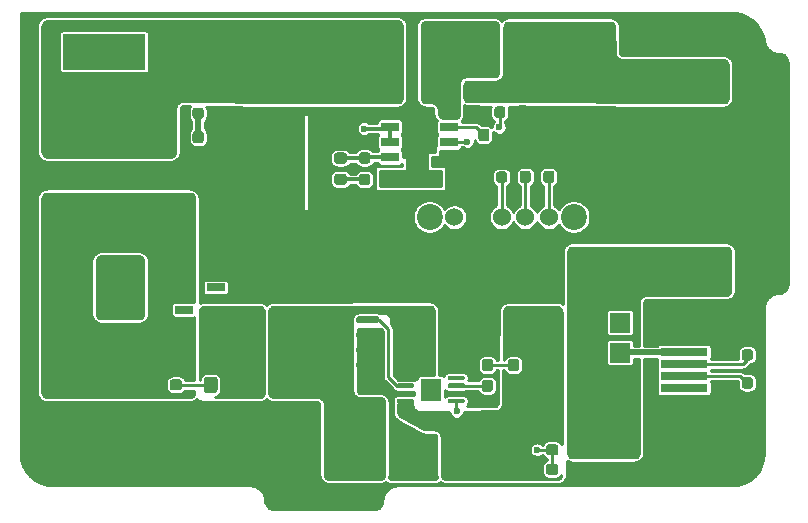
<source format=gbr>
%TF.GenerationSoftware,KiCad,Pcbnew,(5.1.6-0-10_14)*%
%TF.CreationDate,2022-04-17T17:35:50+02:00*%
%TF.ProjectId,smoke_extractor,736d6f6b-655f-4657-9874-726163746f72,rev?*%
%TF.SameCoordinates,Original*%
%TF.FileFunction,Copper,L1,Top*%
%TF.FilePolarity,Positive*%
%FSLAX46Y46*%
G04 Gerber Fmt 4.6, Leading zero omitted, Abs format (unit mm)*
G04 Created by KiCad (PCBNEW (5.1.6-0-10_14)) date 2022-04-17 17:35:50*
%MOMM*%
%LPD*%
G01*
G04 APERTURE LIST*
%TA.AperFunction,ComponentPad*%
%ADD10R,1.700000X1.700000*%
%TD*%
%TA.AperFunction,ComponentPad*%
%ADD11C,1.600000*%
%TD*%
%TA.AperFunction,ComponentPad*%
%ADD12R,1.600000X1.600000*%
%TD*%
%TA.AperFunction,ComponentPad*%
%ADD13R,3.000000X3.000000*%
%TD*%
%TA.AperFunction,SMDPad,CuDef*%
%ADD14R,1.500000X3.700000*%
%TD*%
%TA.AperFunction,SMDPad,CuDef*%
%ADD15R,1.680000X1.880000*%
%TD*%
%TA.AperFunction,SMDPad,CuDef*%
%ADD16R,1.560000X0.650000*%
%TD*%
%TA.AperFunction,ComponentPad*%
%ADD17C,1.524000*%
%TD*%
%TA.AperFunction,ComponentPad*%
%ADD18C,2.200000*%
%TD*%
%TA.AperFunction,SMDPad,CuDef*%
%ADD19R,3.500000X1.800000*%
%TD*%
%TA.AperFunction,SMDPad,CuDef*%
%ADD20R,2.000000X2.000000*%
%TD*%
%TA.AperFunction,ComponentPad*%
%ADD21C,0.800000*%
%TD*%
%TA.AperFunction,ComponentPad*%
%ADD22C,6.400000*%
%TD*%
%TA.AperFunction,SMDPad,CuDef*%
%ADD23R,4.000000X0.700000*%
%TD*%
%TA.AperFunction,SMDPad,CuDef*%
%ADD24R,4.000000X0.800000*%
%TD*%
%TA.AperFunction,SMDPad,CuDef*%
%ADD25R,4.000000X0.900000*%
%TD*%
%TA.AperFunction,ComponentPad*%
%ADD26C,0.100000*%
%TD*%
%TA.AperFunction,SMDPad,CuDef*%
%ADD27R,1.505000X0.802000*%
%TD*%
%TA.AperFunction,SMDPad,CuDef*%
%ADD28R,2.613000X3.502000*%
%TD*%
%TA.AperFunction,ViaPad*%
%ADD29C,0.600000*%
%TD*%
%TA.AperFunction,ViaPad*%
%ADD30C,0.800000*%
%TD*%
%TA.AperFunction,Conductor*%
%ADD31C,0.300000*%
%TD*%
%TA.AperFunction,Conductor*%
%ADD32C,0.250000*%
%TD*%
%TA.AperFunction,Conductor*%
%ADD33C,0.500000*%
%TD*%
%TA.AperFunction,Conductor*%
%ADD34C,0.254000*%
%TD*%
G04 APERTURE END LIST*
D10*
%TO.P,JPe,3*%
%TO.N,5V*%
X66050000Y-41720000D03*
%TO.P,JPe,2*%
%TO.N,5Vusb*%
X66050000Y-44260000D03*
%TO.P,JPe,1*%
%TO.N,5Vi*%
X66050000Y-46800000D03*
%TD*%
%TO.P,R13,2*%
%TO.N,Net-(R13-Pad2)*%
%TA.AperFunction,SMDPad,CuDef*%
G36*
G01*
X60800000Y-53912500D02*
X60800000Y-54387500D01*
G75*
G02*
X60562500Y-54625000I-237500J0D01*
G01*
X59987500Y-54625000D01*
G75*
G02*
X59750000Y-54387500I0J237500D01*
G01*
X59750000Y-53912500D01*
G75*
G02*
X59987500Y-53675000I237500J0D01*
G01*
X60562500Y-53675000D01*
G75*
G02*
X60800000Y-53912500I0J-237500D01*
G01*
G37*
%TD.AperFunction*%
%TO.P,R13,1*%
%TO.N,BAT-*%
%TA.AperFunction,SMDPad,CuDef*%
G36*
G01*
X62550000Y-53912500D02*
X62550000Y-54387500D01*
G75*
G02*
X62312500Y-54625000I-237500J0D01*
G01*
X61737500Y-54625000D01*
G75*
G02*
X61500000Y-54387500I0J237500D01*
G01*
X61500000Y-53912500D01*
G75*
G02*
X61737500Y-53675000I237500J0D01*
G01*
X62312500Y-53675000D01*
G75*
G02*
X62550000Y-53912500I0J-237500D01*
G01*
G37*
%TD.AperFunction*%
%TD*%
D11*
%TO.P,C13,2*%
%TO.N,BAT-*%
X51700000Y-42350000D03*
D12*
%TO.P,C13,1*%
%TO.N,BAT+*%
X49200000Y-42350000D03*
%TD*%
D11*
%TO.P,C9,2*%
%TO.N,BAT-*%
X54900000Y-41400000D03*
D12*
%TO.P,C9,1*%
%TO.N,Net-(C9-Pad1)*%
X57400000Y-41400000D03*
%TD*%
D13*
%TO.P,J3,2*%
%TO.N,5Vi*%
X73400000Y-37030000D03*
%TO.P,J3,1*%
%TO.N,BAT-*%
X73400000Y-31950000D03*
%TD*%
D14*
%TO.P,L1,2*%
%TO.N,Net-(C1-Pad1)*%
X46850000Y-20000000D03*
%TO.P,L1,1*%
%TO.N,Net-(D1-Pad2)*%
X49950000Y-20000000D03*
%TD*%
%TO.P,9V,2*%
%TO.N,BAT-*%
%TA.AperFunction,SMDPad,CuDef*%
G36*
G01*
X58237500Y-28150000D02*
X57762500Y-28150000D01*
G75*
G02*
X57525000Y-27912500I0J237500D01*
G01*
X57525000Y-27337500D01*
G75*
G02*
X57762500Y-27100000I237500J0D01*
G01*
X58237500Y-27100000D01*
G75*
G02*
X58475000Y-27337500I0J-237500D01*
G01*
X58475000Y-27912500D01*
G75*
G02*
X58237500Y-28150000I-237500J0D01*
G01*
G37*
%TD.AperFunction*%
%TO.P,9V,1*%
%TO.N,Net-(R12-Pad1)*%
%TA.AperFunction,SMDPad,CuDef*%
G36*
G01*
X58237500Y-29900000D02*
X57762500Y-29900000D01*
G75*
G02*
X57525000Y-29662500I0J237500D01*
G01*
X57525000Y-29087500D01*
G75*
G02*
X57762500Y-28850000I237500J0D01*
G01*
X58237500Y-28850000D01*
G75*
G02*
X58475000Y-29087500I0J-237500D01*
G01*
X58475000Y-29662500D01*
G75*
G02*
X58237500Y-29900000I-237500J0D01*
G01*
G37*
%TD.AperFunction*%
%TD*%
%TO.P,5V,2*%
%TO.N,BAT-*%
%TA.AperFunction,SMDPad,CuDef*%
G36*
G01*
X60237500Y-28150000D02*
X59762500Y-28150000D01*
G75*
G02*
X59525000Y-27912500I0J237500D01*
G01*
X59525000Y-27337500D01*
G75*
G02*
X59762500Y-27100000I237500J0D01*
G01*
X60237500Y-27100000D01*
G75*
G02*
X60475000Y-27337500I0J-237500D01*
G01*
X60475000Y-27912500D01*
G75*
G02*
X60237500Y-28150000I-237500J0D01*
G01*
G37*
%TD.AperFunction*%
%TO.P,5V,1*%
%TO.N,Net-(R11-Pad1)*%
%TA.AperFunction,SMDPad,CuDef*%
G36*
G01*
X60237500Y-29900000D02*
X59762500Y-29900000D01*
G75*
G02*
X59525000Y-29662500I0J237500D01*
G01*
X59525000Y-29087500D01*
G75*
G02*
X59762500Y-28850000I237500J0D01*
G01*
X60237500Y-28850000D01*
G75*
G02*
X60475000Y-29087500I0J-237500D01*
G01*
X60475000Y-29662500D01*
G75*
G02*
X60237500Y-29900000I-237500J0D01*
G01*
G37*
%TD.AperFunction*%
%TD*%
D15*
%TO.P,U4,9*%
%TO.N,N/C*%
X50000000Y-47400000D03*
%TO.P,U4,8*%
%TO.N,Net-(C9-Pad1)*%
%TA.AperFunction,SMDPad,CuDef*%
G36*
G01*
X48575000Y-48275000D02*
X48575000Y-48475000D01*
G75*
G02*
X48475000Y-48575000I-100000J0D01*
G01*
X47225000Y-48575000D01*
G75*
G02*
X47125000Y-48475000I0J100000D01*
G01*
X47125000Y-48275000D01*
G75*
G02*
X47225000Y-48175000I100000J0D01*
G01*
X48475000Y-48175000D01*
G75*
G02*
X48575000Y-48275000I0J-100000D01*
G01*
G37*
%TD.AperFunction*%
%TO.P,U4,7*%
%TO.N,Net-(Q1-Pad1)*%
%TA.AperFunction,SMDPad,CuDef*%
G36*
G01*
X48575000Y-47625000D02*
X48575000Y-47825000D01*
G75*
G02*
X48475000Y-47925000I-100000J0D01*
G01*
X47225000Y-47925000D01*
G75*
G02*
X47125000Y-47825000I0J100000D01*
G01*
X47125000Y-47625000D01*
G75*
G02*
X47225000Y-47525000I100000J0D01*
G01*
X48475000Y-47525000D01*
G75*
G02*
X48575000Y-47625000I0J-100000D01*
G01*
G37*
%TD.AperFunction*%
%TO.P,U4,6*%
%TO.N,Net-(Q1-Pad4)*%
%TA.AperFunction,SMDPad,CuDef*%
G36*
G01*
X48575000Y-46975000D02*
X48575000Y-47175000D01*
G75*
G02*
X48475000Y-47275000I-100000J0D01*
G01*
X47225000Y-47275000D01*
G75*
G02*
X47125000Y-47175000I0J100000D01*
G01*
X47125000Y-46975000D01*
G75*
G02*
X47225000Y-46875000I100000J0D01*
G01*
X48475000Y-46875000D01*
G75*
G02*
X48575000Y-46975000I0J-100000D01*
G01*
G37*
%TD.AperFunction*%
%TO.P,U4,5*%
%TO.N,BAT+*%
%TA.AperFunction,SMDPad,CuDef*%
G36*
G01*
X48575000Y-46325000D02*
X48575000Y-46525000D01*
G75*
G02*
X48475000Y-46625000I-100000J0D01*
G01*
X47225000Y-46625000D01*
G75*
G02*
X47125000Y-46525000I0J100000D01*
G01*
X47125000Y-46325000D01*
G75*
G02*
X47225000Y-46225000I100000J0D01*
G01*
X48475000Y-46225000D01*
G75*
G02*
X48575000Y-46325000I0J-100000D01*
G01*
G37*
%TD.AperFunction*%
%TO.P,U4,4*%
%TO.N,Net-(U4-Pad4)*%
%TA.AperFunction,SMDPad,CuDef*%
G36*
G01*
X52875000Y-46325000D02*
X52875000Y-46525000D01*
G75*
G02*
X52775000Y-46625000I-100000J0D01*
G01*
X51525000Y-46625000D01*
G75*
G02*
X51425000Y-46525000I0J100000D01*
G01*
X51425000Y-46325000D01*
G75*
G02*
X51525000Y-46225000I100000J0D01*
G01*
X52775000Y-46225000D01*
G75*
G02*
X52875000Y-46325000I0J-100000D01*
G01*
G37*
%TD.AperFunction*%
%TO.P,U4,3*%
%TO.N,Net-(D4-Pad1)*%
%TA.AperFunction,SMDPad,CuDef*%
G36*
G01*
X52875000Y-46975000D02*
X52875000Y-47175000D01*
G75*
G02*
X52775000Y-47275000I-100000J0D01*
G01*
X51525000Y-47275000D01*
G75*
G02*
X51425000Y-47175000I0J100000D01*
G01*
X51425000Y-46975000D01*
G75*
G02*
X51525000Y-46875000I100000J0D01*
G01*
X52775000Y-46875000D01*
G75*
G02*
X52875000Y-46975000I0J-100000D01*
G01*
G37*
%TD.AperFunction*%
%TO.P,U4,2*%
%TO.N,BAT-*%
%TA.AperFunction,SMDPad,CuDef*%
G36*
G01*
X52875000Y-47625000D02*
X52875000Y-47825000D01*
G75*
G02*
X52775000Y-47925000I-100000J0D01*
G01*
X51525000Y-47925000D01*
G75*
G02*
X51425000Y-47825000I0J100000D01*
G01*
X51425000Y-47625000D01*
G75*
G02*
X51525000Y-47525000I100000J0D01*
G01*
X52775000Y-47525000D01*
G75*
G02*
X52875000Y-47625000I0J-100000D01*
G01*
G37*
%TD.AperFunction*%
%TO.P,U4,1*%
%TO.N,Net-(R13-Pad2)*%
%TA.AperFunction,SMDPad,CuDef*%
G36*
G01*
X52875000Y-48275000D02*
X52875000Y-48475000D01*
G75*
G02*
X52775000Y-48575000I-100000J0D01*
G01*
X51525000Y-48575000D01*
G75*
G02*
X51425000Y-48475000I0J100000D01*
G01*
X51425000Y-48275000D01*
G75*
G02*
X51525000Y-48175000I100000J0D01*
G01*
X52775000Y-48175000D01*
G75*
G02*
X52875000Y-48275000I0J-100000D01*
G01*
G37*
%TD.AperFunction*%
%TD*%
D16*
%TO.P,U3,5*%
%TO.N,Net-(U3-Pad5)*%
X29100000Y-40650000D03*
%TO.P,U3,4*%
%TO.N,5V*%
X29100000Y-38750000D03*
%TO.P,U3,3*%
%TO.N,Net-(U3-Pad3)*%
X31800000Y-38750000D03*
%TO.P,U3,2*%
%TO.N,BAT-*%
X31800000Y-39700000D03*
%TO.P,U3,1*%
%TO.N,Net-(D5-Pad2)*%
X31800000Y-40650000D03*
%TD*%
D17*
%TO.P,SW2,2*%
%TO.N,Net-(R3-Pad1)*%
X56000000Y-32800000D03*
%TO.P,SW2,3*%
%TO.N,Net-(R12-Pad1)*%
X58000000Y-32800000D03*
%TO.P,SW2,4*%
%TO.N,Net-(R11-Pad1)*%
X60000000Y-32800000D03*
D18*
%TO.P,SW2,*%
%TO.N,*%
X62100000Y-32800000D03*
D17*
%TO.P,SW2,1*%
%TO.N,Net-(R2-Pad2)*%
X52000000Y-32800000D03*
D18*
%TO.P,SW2,*%
%TO.N,*%
X49900000Y-32800000D03*
%TD*%
%TO.P,R10,2*%
%TO.N,Net-(Q1-Pad1)*%
%TA.AperFunction,SMDPad,CuDef*%
G36*
G01*
X48525000Y-51574999D02*
X48525000Y-54425001D01*
G75*
G02*
X48275001Y-54675000I-249999J0D01*
G01*
X47249999Y-54675000D01*
G75*
G02*
X47000000Y-54425001I0J249999D01*
G01*
X47000000Y-51574999D01*
G75*
G02*
X47249999Y-51325000I249999J0D01*
G01*
X48275001Y-51325000D01*
G75*
G02*
X48525000Y-51574999I0J-249999D01*
G01*
G37*
%TD.AperFunction*%
%TO.P,R10,1*%
%TO.N,Net-(C9-Pad1)*%
%TA.AperFunction,SMDPad,CuDef*%
G36*
G01*
X54500000Y-51574999D02*
X54500000Y-54425001D01*
G75*
G02*
X54250001Y-54675000I-249999J0D01*
G01*
X53224999Y-54675000D01*
G75*
G02*
X52975000Y-54425001I0J249999D01*
G01*
X52975000Y-51574999D01*
G75*
G02*
X53224999Y-51325000I249999J0D01*
G01*
X54250001Y-51325000D01*
G75*
G02*
X54500000Y-51574999I0J-249999D01*
G01*
G37*
%TD.AperFunction*%
%TD*%
%TO.P,R9,2*%
%TO.N,5Vi*%
%TA.AperFunction,SMDPad,CuDef*%
G36*
G01*
X61500000Y-52737500D02*
X61500000Y-52262500D01*
G75*
G02*
X61737500Y-52025000I237500J0D01*
G01*
X62312500Y-52025000D01*
G75*
G02*
X62550000Y-52262500I0J-237500D01*
G01*
X62550000Y-52737500D01*
G75*
G02*
X62312500Y-52975000I-237500J0D01*
G01*
X61737500Y-52975000D01*
G75*
G02*
X61500000Y-52737500I0J237500D01*
G01*
G37*
%TD.AperFunction*%
%TO.P,R9,1*%
%TO.N,Net-(R13-Pad2)*%
%TA.AperFunction,SMDPad,CuDef*%
G36*
G01*
X59750000Y-52737500D02*
X59750000Y-52262500D01*
G75*
G02*
X59987500Y-52025000I237500J0D01*
G01*
X60562500Y-52025000D01*
G75*
G02*
X60800000Y-52262500I0J-237500D01*
G01*
X60800000Y-52737500D01*
G75*
G02*
X60562500Y-52975000I-237500J0D01*
G01*
X59987500Y-52975000D01*
G75*
G02*
X59750000Y-52737500I0J237500D01*
G01*
G37*
%TD.AperFunction*%
%TD*%
%TO.P,R8,2*%
%TO.N,Net-(D5-Pad2)*%
%TA.AperFunction,SMDPad,CuDef*%
G36*
G01*
X32850000Y-47450001D02*
X32850000Y-46549999D01*
G75*
G02*
X33099999Y-46300000I249999J0D01*
G01*
X33750001Y-46300000D01*
G75*
G02*
X34000000Y-46549999I0J-249999D01*
G01*
X34000000Y-47450001D01*
G75*
G02*
X33750001Y-47700000I-249999J0D01*
G01*
X33099999Y-47700000D01*
G75*
G02*
X32850000Y-47450001I0J249999D01*
G01*
G37*
%TD.AperFunction*%
%TO.P,R8,1*%
%TO.N,Net-(C10-Pad2)*%
%TA.AperFunction,SMDPad,CuDef*%
G36*
G01*
X30800000Y-47450001D02*
X30800000Y-46549999D01*
G75*
G02*
X31049999Y-46300000I249999J0D01*
G01*
X31700001Y-46300000D01*
G75*
G02*
X31950000Y-46549999I0J-249999D01*
G01*
X31950000Y-47450001D01*
G75*
G02*
X31700001Y-47700000I-249999J0D01*
G01*
X31049999Y-47700000D01*
G75*
G02*
X30800000Y-47450001I0J249999D01*
G01*
G37*
%TD.AperFunction*%
%TD*%
%TO.P,R7,2*%
%TO.N,Net-(C9-Pad1)*%
%TA.AperFunction,SMDPad,CuDef*%
G36*
G01*
X56762500Y-46550000D02*
X57237500Y-46550000D01*
G75*
G02*
X57475000Y-46787500I0J-237500D01*
G01*
X57475000Y-47362500D01*
G75*
G02*
X57237500Y-47600000I-237500J0D01*
G01*
X56762500Y-47600000D01*
G75*
G02*
X56525000Y-47362500I0J237500D01*
G01*
X56525000Y-46787500D01*
G75*
G02*
X56762500Y-46550000I237500J0D01*
G01*
G37*
%TD.AperFunction*%
%TO.P,R7,1*%
%TO.N,Net-(D4-Pad2)*%
%TA.AperFunction,SMDPad,CuDef*%
G36*
G01*
X56762500Y-44800000D02*
X57237500Y-44800000D01*
G75*
G02*
X57475000Y-45037500I0J-237500D01*
G01*
X57475000Y-45612500D01*
G75*
G02*
X57237500Y-45850000I-237500J0D01*
G01*
X56762500Y-45850000D01*
G75*
G02*
X56525000Y-45612500I0J237500D01*
G01*
X56525000Y-45037500D01*
G75*
G02*
X56762500Y-44800000I237500J0D01*
G01*
G37*
%TD.AperFunction*%
%TD*%
%TO.P,Q1,8*%
%TO.N,BAT+*%
%TA.AperFunction,SMDPad,CuDef*%
G36*
G01*
X40700000Y-45155000D02*
X40700000Y-45455000D01*
G75*
G02*
X40550000Y-45605000I-150000J0D01*
G01*
X38900000Y-45605000D01*
G75*
G02*
X38750000Y-45455000I0J150000D01*
G01*
X38750000Y-45155000D01*
G75*
G02*
X38900000Y-45005000I150000J0D01*
G01*
X40550000Y-45005000D01*
G75*
G02*
X40700000Y-45155000I0J-150000D01*
G01*
G37*
%TD.AperFunction*%
%TO.P,Q1,7*%
%TA.AperFunction,SMDPad,CuDef*%
G36*
G01*
X40700000Y-43885000D02*
X40700000Y-44185000D01*
G75*
G02*
X40550000Y-44335000I-150000J0D01*
G01*
X38900000Y-44335000D01*
G75*
G02*
X38750000Y-44185000I0J150000D01*
G01*
X38750000Y-43885000D01*
G75*
G02*
X38900000Y-43735000I150000J0D01*
G01*
X40550000Y-43735000D01*
G75*
G02*
X40700000Y-43885000I0J-150000D01*
G01*
G37*
%TD.AperFunction*%
%TO.P,Q1,6*%
%TA.AperFunction,SMDPad,CuDef*%
G36*
G01*
X40700000Y-42615000D02*
X40700000Y-42915000D01*
G75*
G02*
X40550000Y-43065000I-150000J0D01*
G01*
X38900000Y-43065000D01*
G75*
G02*
X38750000Y-42915000I0J150000D01*
G01*
X38750000Y-42615000D01*
G75*
G02*
X38900000Y-42465000I150000J0D01*
G01*
X40550000Y-42465000D01*
G75*
G02*
X40700000Y-42615000I0J-150000D01*
G01*
G37*
%TD.AperFunction*%
%TO.P,Q1,5*%
%TA.AperFunction,SMDPad,CuDef*%
G36*
G01*
X40700000Y-41345000D02*
X40700000Y-41645000D01*
G75*
G02*
X40550000Y-41795000I-150000J0D01*
G01*
X38900000Y-41795000D01*
G75*
G02*
X38750000Y-41645000I0J150000D01*
G01*
X38750000Y-41345000D01*
G75*
G02*
X38900000Y-41195000I150000J0D01*
G01*
X40550000Y-41195000D01*
G75*
G02*
X40700000Y-41345000I0J-150000D01*
G01*
G37*
%TD.AperFunction*%
%TO.P,Q1,4*%
%TO.N,Net-(Q1-Pad4)*%
%TA.AperFunction,SMDPad,CuDef*%
G36*
G01*
X45650000Y-41345000D02*
X45650000Y-41645000D01*
G75*
G02*
X45500000Y-41795000I-150000J0D01*
G01*
X43850000Y-41795000D01*
G75*
G02*
X43700000Y-41645000I0J150000D01*
G01*
X43700000Y-41345000D01*
G75*
G02*
X43850000Y-41195000I150000J0D01*
G01*
X45500000Y-41195000D01*
G75*
G02*
X45650000Y-41345000I0J-150000D01*
G01*
G37*
%TD.AperFunction*%
%TO.P,Q1,3*%
%TO.N,Net-(Q1-Pad1)*%
%TA.AperFunction,SMDPad,CuDef*%
G36*
G01*
X45650000Y-42615000D02*
X45650000Y-42915000D01*
G75*
G02*
X45500000Y-43065000I-150000J0D01*
G01*
X43850000Y-43065000D01*
G75*
G02*
X43700000Y-42915000I0J150000D01*
G01*
X43700000Y-42615000D01*
G75*
G02*
X43850000Y-42465000I150000J0D01*
G01*
X45500000Y-42465000D01*
G75*
G02*
X45650000Y-42615000I0J-150000D01*
G01*
G37*
%TD.AperFunction*%
%TO.P,Q1,2*%
%TA.AperFunction,SMDPad,CuDef*%
G36*
G01*
X45650000Y-43885000D02*
X45650000Y-44185000D01*
G75*
G02*
X45500000Y-44335000I-150000J0D01*
G01*
X43850000Y-44335000D01*
G75*
G02*
X43700000Y-44185000I0J150000D01*
G01*
X43700000Y-43885000D01*
G75*
G02*
X43850000Y-43735000I150000J0D01*
G01*
X45500000Y-43735000D01*
G75*
G02*
X45650000Y-43885000I0J-150000D01*
G01*
G37*
%TD.AperFunction*%
%TO.P,Q1,1*%
%TA.AperFunction,SMDPad,CuDef*%
G36*
G01*
X45650000Y-45155000D02*
X45650000Y-45455000D01*
G75*
G02*
X45500000Y-45605000I-150000J0D01*
G01*
X43850000Y-45605000D01*
G75*
G02*
X43700000Y-45455000I0J150000D01*
G01*
X43700000Y-45155000D01*
G75*
G02*
X43850000Y-45005000I150000J0D01*
G01*
X45500000Y-45005000D01*
G75*
G02*
X45650000Y-45155000I0J-150000D01*
G01*
G37*
%TD.AperFunction*%
%TD*%
%TO.P,L2,2*%
%TO.N,BAT+*%
%TA.AperFunction,SMDPad,CuDef*%
G36*
G01*
X36400000Y-42300000D02*
X36400000Y-40600000D01*
G75*
G02*
X36650000Y-40350000I250000J0D01*
G01*
X37400000Y-40350000D01*
G75*
G02*
X37650000Y-40600000I0J-250000D01*
G01*
X37650000Y-42300000D01*
G75*
G02*
X37400000Y-42550000I-250000J0D01*
G01*
X36650000Y-42550000D01*
G75*
G02*
X36400000Y-42300000I0J250000D01*
G01*
G37*
%TD.AperFunction*%
%TO.P,L2,1*%
%TO.N,Net-(D5-Pad2)*%
%TA.AperFunction,SMDPad,CuDef*%
G36*
G01*
X34250000Y-42300000D02*
X34250000Y-40600000D01*
G75*
G02*
X34500000Y-40350000I250000J0D01*
G01*
X35250000Y-40350000D01*
G75*
G02*
X35500000Y-40600000I0J-250000D01*
G01*
X35500000Y-42300000D01*
G75*
G02*
X35250000Y-42550000I-250000J0D01*
G01*
X34500000Y-42550000D01*
G75*
G02*
X34250000Y-42300000I0J250000D01*
G01*
G37*
%TD.AperFunction*%
%TD*%
D13*
%TO.P,J2,2*%
%TO.N,BAT-*%
X38420000Y-50700000D03*
%TO.P,J2,1*%
%TO.N,BAT+*%
X43500000Y-50700000D03*
%TD*%
%TO.P,J1,2*%
%TO.N,BAT-*%
X73400000Y-26380000D03*
%TO.P,J1,1*%
%TO.N,BOOST_OUT*%
X73400000Y-21300000D03*
%TD*%
D19*
%TO.P,D5,2*%
%TO.N,Net-(D5-Pad2)*%
X32700000Y-44200000D03*
%TO.P,D5,1*%
%TO.N,5V*%
X27700000Y-44200000D03*
%TD*%
%TO.P,D4,2*%
%TO.N,Net-(D4-Pad2)*%
%TA.AperFunction,SMDPad,CuDef*%
G36*
G01*
X55037500Y-45850000D02*
X54562500Y-45850000D01*
G75*
G02*
X54325000Y-45612500I0J237500D01*
G01*
X54325000Y-45037500D01*
G75*
G02*
X54562500Y-44800000I237500J0D01*
G01*
X55037500Y-44800000D01*
G75*
G02*
X55275000Y-45037500I0J-237500D01*
G01*
X55275000Y-45612500D01*
G75*
G02*
X55037500Y-45850000I-237500J0D01*
G01*
G37*
%TD.AperFunction*%
%TO.P,D4,1*%
%TO.N,Net-(D4-Pad1)*%
%TA.AperFunction,SMDPad,CuDef*%
G36*
G01*
X55037500Y-47600000D02*
X54562500Y-47600000D01*
G75*
G02*
X54325000Y-47362500I0J237500D01*
G01*
X54325000Y-46787500D01*
G75*
G02*
X54562500Y-46550000I237500J0D01*
G01*
X55037500Y-46550000D01*
G75*
G02*
X55275000Y-46787500I0J-237500D01*
G01*
X55275000Y-47362500D01*
G75*
G02*
X55037500Y-47600000I-237500J0D01*
G01*
G37*
%TD.AperFunction*%
%TD*%
%TO.P,D3,2*%
%TO.N,5Vi*%
X63850000Y-49850000D03*
%TO.P,D3,1*%
%TO.N,Net-(C9-Pad1)*%
X58850000Y-49850000D03*
%TD*%
%TO.P,C14,2*%
%TO.N,5V*%
%TA.AperFunction,SMDPad,CuDef*%
G36*
G01*
X26200000Y-40837500D02*
X26200000Y-40362500D01*
G75*
G02*
X26437500Y-40125000I237500J0D01*
G01*
X27012500Y-40125000D01*
G75*
G02*
X27250000Y-40362500I0J-237500D01*
G01*
X27250000Y-40837500D01*
G75*
G02*
X27012500Y-41075000I-237500J0D01*
G01*
X26437500Y-41075000D01*
G75*
G02*
X26200000Y-40837500I0J237500D01*
G01*
G37*
%TD.AperFunction*%
%TO.P,C14,1*%
%TO.N,BAT-*%
%TA.AperFunction,SMDPad,CuDef*%
G36*
G01*
X24450000Y-40837500D02*
X24450000Y-40362500D01*
G75*
G02*
X24687500Y-40125000I237500J0D01*
G01*
X25262500Y-40125000D01*
G75*
G02*
X25500000Y-40362500I0J-237500D01*
G01*
X25500000Y-40837500D01*
G75*
G02*
X25262500Y-41075000I-237500J0D01*
G01*
X24687500Y-41075000D01*
G75*
G02*
X24450000Y-40837500I0J237500D01*
G01*
G37*
%TD.AperFunction*%
%TD*%
%TO.P,C12,2*%
%TO.N,5V*%
%TA.AperFunction,SMDPad,CuDef*%
G36*
G01*
X26150000Y-38937500D02*
X26150000Y-38462500D01*
G75*
G02*
X26387500Y-38225000I237500J0D01*
G01*
X26962500Y-38225000D01*
G75*
G02*
X27200000Y-38462500I0J-237500D01*
G01*
X27200000Y-38937500D01*
G75*
G02*
X26962500Y-39175000I-237500J0D01*
G01*
X26387500Y-39175000D01*
G75*
G02*
X26150000Y-38937500I0J237500D01*
G01*
G37*
%TD.AperFunction*%
%TO.P,C12,1*%
%TO.N,BAT-*%
%TA.AperFunction,SMDPad,CuDef*%
G36*
G01*
X24400000Y-38937500D02*
X24400000Y-38462500D01*
G75*
G02*
X24637500Y-38225000I237500J0D01*
G01*
X25212500Y-38225000D01*
G75*
G02*
X25450000Y-38462500I0J-237500D01*
G01*
X25450000Y-38937500D01*
G75*
G02*
X25212500Y-39175000I-237500J0D01*
G01*
X24637500Y-39175000D01*
G75*
G02*
X24400000Y-38937500I0J237500D01*
G01*
G37*
%TD.AperFunction*%
%TD*%
%TO.P,C11,2*%
%TO.N,5V*%
%TA.AperFunction,SMDPad,CuDef*%
G36*
G01*
X26150000Y-37037500D02*
X26150000Y-36562500D01*
G75*
G02*
X26387500Y-36325000I237500J0D01*
G01*
X26962500Y-36325000D01*
G75*
G02*
X27200000Y-36562500I0J-237500D01*
G01*
X27200000Y-37037500D01*
G75*
G02*
X26962500Y-37275000I-237500J0D01*
G01*
X26387500Y-37275000D01*
G75*
G02*
X26150000Y-37037500I0J237500D01*
G01*
G37*
%TD.AperFunction*%
%TO.P,C11,1*%
%TO.N,BAT-*%
%TA.AperFunction,SMDPad,CuDef*%
G36*
G01*
X24400000Y-37037500D02*
X24400000Y-36562500D01*
G75*
G02*
X24637500Y-36325000I237500J0D01*
G01*
X25212500Y-36325000D01*
G75*
G02*
X25450000Y-36562500I0J-237500D01*
G01*
X25450000Y-37037500D01*
G75*
G02*
X25212500Y-37275000I-237500J0D01*
G01*
X24637500Y-37275000D01*
G75*
G02*
X24400000Y-37037500I0J237500D01*
G01*
G37*
%TD.AperFunction*%
%TD*%
%TO.P,C10,2*%
%TO.N,Net-(C10-Pad2)*%
%TA.AperFunction,SMDPad,CuDef*%
G36*
G01*
X27900000Y-47237500D02*
X27900000Y-46762500D01*
G75*
G02*
X28137500Y-46525000I237500J0D01*
G01*
X28712500Y-46525000D01*
G75*
G02*
X28950000Y-46762500I0J-237500D01*
G01*
X28950000Y-47237500D01*
G75*
G02*
X28712500Y-47475000I-237500J0D01*
G01*
X28137500Y-47475000D01*
G75*
G02*
X27900000Y-47237500I0J237500D01*
G01*
G37*
%TD.AperFunction*%
%TO.P,C10,1*%
%TO.N,5V*%
%TA.AperFunction,SMDPad,CuDef*%
G36*
G01*
X26150000Y-47237500D02*
X26150000Y-46762500D01*
G75*
G02*
X26387500Y-46525000I237500J0D01*
G01*
X26962500Y-46525000D01*
G75*
G02*
X27200000Y-46762500I0J-237500D01*
G01*
X27200000Y-47237500D01*
G75*
G02*
X26962500Y-47475000I-237500J0D01*
G01*
X26387500Y-47475000D01*
G75*
G02*
X26150000Y-47237500I0J237500D01*
G01*
G37*
%TD.AperFunction*%
%TD*%
D20*
%TO.P,D1,2*%
%TO.N,Net-(D1-Pad2)*%
X54800000Y-18800000D03*
%TO.P,D1,1*%
%TO.N,BOOST_OUT*%
X57600000Y-18800000D03*
%TD*%
D21*
%TO.P,H2,1*%
%TO.N,BAT-*%
X44647056Y-33802944D03*
X42950000Y-33100000D03*
X41252944Y-33802944D03*
X40550000Y-35500000D03*
X41252944Y-37197056D03*
X42950000Y-37900000D03*
X44647056Y-37197056D03*
X45350000Y-35500000D03*
D22*
X42950000Y-35500000D03*
%TD*%
%TO.P,R4,2*%
%TO.N,Net-(D2-Pad2)*%
%TA.AperFunction,SMDPad,CuDef*%
G36*
G01*
X30062500Y-23525000D02*
X30537500Y-23525000D01*
G75*
G02*
X30775000Y-23762500I0J-237500D01*
G01*
X30775000Y-24262500D01*
G75*
G02*
X30537500Y-24500000I-237500J0D01*
G01*
X30062500Y-24500000D01*
G75*
G02*
X29825000Y-24262500I0J237500D01*
G01*
X29825000Y-23762500D01*
G75*
G02*
X30062500Y-23525000I237500J0D01*
G01*
G37*
%TD.AperFunction*%
%TO.P,R4,1*%
%TO.N,Net-(C1-Pad1)*%
%TA.AperFunction,SMDPad,CuDef*%
G36*
G01*
X30062500Y-21700000D02*
X30537500Y-21700000D01*
G75*
G02*
X30775000Y-21937500I0J-237500D01*
G01*
X30775000Y-22437500D01*
G75*
G02*
X30537500Y-22675000I-237500J0D01*
G01*
X30062500Y-22675000D01*
G75*
G02*
X29825000Y-22437500I0J237500D01*
G01*
X29825000Y-21937500D01*
G75*
G02*
X30062500Y-21700000I237500J0D01*
G01*
G37*
%TD.AperFunction*%
%TD*%
%TO.P,D2,2*%
%TO.N,Net-(D2-Pad2)*%
%TA.AperFunction,SMDPad,CuDef*%
G36*
G01*
X30537500Y-26550000D02*
X30062500Y-26550000D01*
G75*
G02*
X29825000Y-26312500I0J237500D01*
G01*
X29825000Y-25737500D01*
G75*
G02*
X30062500Y-25500000I237500J0D01*
G01*
X30537500Y-25500000D01*
G75*
G02*
X30775000Y-25737500I0J-237500D01*
G01*
X30775000Y-26312500D01*
G75*
G02*
X30537500Y-26550000I-237500J0D01*
G01*
G37*
%TD.AperFunction*%
%TO.P,D2,1*%
%TO.N,BAT-*%
%TA.AperFunction,SMDPad,CuDef*%
G36*
G01*
X30537500Y-28300000D02*
X30062500Y-28300000D01*
G75*
G02*
X29825000Y-28062500I0J237500D01*
G01*
X29825000Y-27487500D01*
G75*
G02*
X30062500Y-27250000I237500J0D01*
G01*
X30537500Y-27250000D01*
G75*
G02*
X30775000Y-27487500I0J-237500D01*
G01*
X30775000Y-28062500D01*
G75*
G02*
X30537500Y-28300000I-237500J0D01*
G01*
G37*
%TD.AperFunction*%
%TD*%
D11*
%TO.P,C3,2*%
%TO.N,BAT-*%
X36250000Y-25650000D03*
D12*
%TO.P,C3,1*%
%TO.N,Net-(C1-Pad1)*%
X36250000Y-22150000D03*
%TD*%
%TO.P,C1,2*%
%TO.N,BAT-*%
%TA.AperFunction,SMDPad,CuDef*%
G36*
G01*
X44062500Y-23475000D02*
X44537500Y-23475000D01*
G75*
G02*
X44775000Y-23712500I0J-237500D01*
G01*
X44775000Y-24312500D01*
G75*
G02*
X44537500Y-24550000I-237500J0D01*
G01*
X44062500Y-24550000D01*
G75*
G02*
X43825000Y-24312500I0J237500D01*
G01*
X43825000Y-23712500D01*
G75*
G02*
X44062500Y-23475000I237500J0D01*
G01*
G37*
%TD.AperFunction*%
%TO.P,C1,1*%
%TO.N,Net-(C1-Pad1)*%
%TA.AperFunction,SMDPad,CuDef*%
G36*
G01*
X44062500Y-21750000D02*
X44537500Y-21750000D01*
G75*
G02*
X44775000Y-21987500I0J-237500D01*
G01*
X44775000Y-22587500D01*
G75*
G02*
X44537500Y-22825000I-237500J0D01*
G01*
X44062500Y-22825000D01*
G75*
G02*
X43825000Y-22587500I0J237500D01*
G01*
X43825000Y-21987500D01*
G75*
G02*
X44062500Y-21750000I237500J0D01*
G01*
G37*
%TD.AperFunction*%
%TD*%
%TO.P,12V,2*%
%TO.N,BAT-*%
%TA.AperFunction,SMDPad,CuDef*%
G36*
G01*
X56237500Y-28075000D02*
X55762500Y-28075000D01*
G75*
G02*
X55525000Y-27837500I0J237500D01*
G01*
X55525000Y-27337500D01*
G75*
G02*
X55762500Y-27100000I237500J0D01*
G01*
X56237500Y-27100000D01*
G75*
G02*
X56475000Y-27337500I0J-237500D01*
G01*
X56475000Y-27837500D01*
G75*
G02*
X56237500Y-28075000I-237500J0D01*
G01*
G37*
%TD.AperFunction*%
%TO.P,12V,1*%
%TO.N,Net-(R3-Pad1)*%
%TA.AperFunction,SMDPad,CuDef*%
G36*
G01*
X56237500Y-29900000D02*
X55762500Y-29900000D01*
G75*
G02*
X55525000Y-29662500I0J237500D01*
G01*
X55525000Y-29162500D01*
G75*
G02*
X55762500Y-28925000I237500J0D01*
G01*
X56237500Y-28925000D01*
G75*
G02*
X56475000Y-29162500I0J-237500D01*
G01*
X56475000Y-29662500D01*
G75*
G02*
X56237500Y-29900000I-237500J0D01*
G01*
G37*
%TD.AperFunction*%
%TD*%
D23*
%TO.P,U2,B5*%
%TO.N,Net-(R5-Pad2)*%
X71450000Y-46250000D03*
%TO.P,U2,A5*%
%TO.N,Net-(R6-Pad2)*%
X71450000Y-45250000D03*
D24*
%TO.P,U2,A9*%
%TO.N,Net-(U2-PadA9)*%
X71450000Y-47250000D03*
%TO.P,U2,B9*%
%TO.N,5Vusb*%
X71450000Y-44250000D03*
D25*
%TO.P,U2,A12*%
%TO.N,BAT-*%
X71450000Y-48500000D03*
%TO.P,U2,B12*%
X71450000Y-43000000D03*
%TA.AperFunction,ComponentPad*%
D26*
%TO.P,U2,SHELL*%
G36*
X72500000Y-50550000D02*
G01*
X72500000Y-49550000D01*
X74200000Y-49550000D01*
X74200000Y-50550000D01*
X72500000Y-50550000D01*
G37*
%TD.AperFunction*%
%TA.AperFunction,ComponentPad*%
G36*
X72500000Y-42000000D02*
G01*
X72500000Y-41000000D01*
X74200000Y-41000000D01*
X74200000Y-42000000D01*
X72500000Y-42000000D01*
G37*
%TD.AperFunction*%
%TD*%
D27*
%TO.P,U1,1*%
%TO.N,BAT-*%
X46552500Y-23895000D03*
%TO.P,U1,2*%
%TO.N,Net-(C1-Pad1)*%
X46552500Y-25165000D03*
%TO.P,U1,3*%
X46552500Y-26435000D03*
%TO.P,U1,4*%
%TO.N,Net-(C5-Pad1)*%
X46552500Y-27705000D03*
%TO.P,U1,5*%
%TO.N,BAT-*%
X51547500Y-27705000D03*
%TO.P,U1,6*%
%TO.N,Net-(R2-Pad2)*%
X51547500Y-26435000D03*
%TO.P,U1,7*%
%TO.N,Net-(C6-Pad1)*%
X51547500Y-25165000D03*
%TO.P,U1,8*%
%TO.N,Net-(D1-Pad2)*%
X51547500Y-23895000D03*
D28*
%TO.P,U1,9*%
%TO.N,BAT-*%
X49050000Y-25800000D03*
%TD*%
%TA.AperFunction,ComponentPad*%
D26*
%TO.P,SW1,1*%
%TO.N,5V*%
G36*
X25850000Y-34300000D02*
G01*
X18850000Y-34300000D01*
X18850000Y-31300000D01*
X25850000Y-31300000D01*
X25850000Y-34300000D01*
G37*
%TD.AperFunction*%
%TA.AperFunction,ComponentPad*%
%TO.P,SW1,2*%
%TO.N,Net-(C1-Pad1)*%
G36*
X25850000Y-27300000D02*
G01*
X18850000Y-27300000D01*
X18850000Y-24300000D01*
X25850000Y-24300000D01*
X25850000Y-27300000D01*
G37*
%TD.AperFunction*%
%TA.AperFunction,ComponentPad*%
%TO.P,SW1,3*%
%TO.N,N/C*%
G36*
X25850000Y-20300000D02*
G01*
X18850000Y-20300000D01*
X18850000Y-17300000D01*
X25850000Y-17300000D01*
X25850000Y-20300000D01*
G37*
%TD.AperFunction*%
%TD*%
%TO.P,R6,2*%
%TO.N,Net-(R6-Pad2)*%
%TA.AperFunction,SMDPad,CuDef*%
G36*
G01*
X76562500Y-43975000D02*
X77037500Y-43975000D01*
G75*
G02*
X77275000Y-44212500I0J-237500D01*
G01*
X77275000Y-44712500D01*
G75*
G02*
X77037500Y-44950000I-237500J0D01*
G01*
X76562500Y-44950000D01*
G75*
G02*
X76325000Y-44712500I0J237500D01*
G01*
X76325000Y-44212500D01*
G75*
G02*
X76562500Y-43975000I237500J0D01*
G01*
G37*
%TD.AperFunction*%
%TO.P,R6,1*%
%TO.N,BAT-*%
%TA.AperFunction,SMDPad,CuDef*%
G36*
G01*
X76562500Y-42150000D02*
X77037500Y-42150000D01*
G75*
G02*
X77275000Y-42387500I0J-237500D01*
G01*
X77275000Y-42887500D01*
G75*
G02*
X77037500Y-43125000I-237500J0D01*
G01*
X76562500Y-43125000D01*
G75*
G02*
X76325000Y-42887500I0J237500D01*
G01*
X76325000Y-42387500D01*
G75*
G02*
X76562500Y-42150000I237500J0D01*
G01*
G37*
%TD.AperFunction*%
%TD*%
%TO.P,R5,2*%
%TO.N,Net-(R5-Pad2)*%
%TA.AperFunction,SMDPad,CuDef*%
G36*
G01*
X77037500Y-47325000D02*
X76562500Y-47325000D01*
G75*
G02*
X76325000Y-47087500I0J237500D01*
G01*
X76325000Y-46587500D01*
G75*
G02*
X76562500Y-46350000I237500J0D01*
G01*
X77037500Y-46350000D01*
G75*
G02*
X77275000Y-46587500I0J-237500D01*
G01*
X77275000Y-47087500D01*
G75*
G02*
X77037500Y-47325000I-237500J0D01*
G01*
G37*
%TD.AperFunction*%
%TO.P,R5,1*%
%TO.N,BAT-*%
%TA.AperFunction,SMDPad,CuDef*%
G36*
G01*
X77037500Y-49150000D02*
X76562500Y-49150000D01*
G75*
G02*
X76325000Y-48912500I0J237500D01*
G01*
X76325000Y-48412500D01*
G75*
G02*
X76562500Y-48175000I237500J0D01*
G01*
X77037500Y-48175000D01*
G75*
G02*
X77275000Y-48412500I0J-237500D01*
G01*
X77275000Y-48912500D01*
G75*
G02*
X77037500Y-49150000I-237500J0D01*
G01*
G37*
%TD.AperFunction*%
%TD*%
%TO.P,R2,2*%
%TO.N,Net-(R2-Pad2)*%
%TA.AperFunction,SMDPad,CuDef*%
G36*
G01*
X55612500Y-23425000D02*
X56087500Y-23425000D01*
G75*
G02*
X56325000Y-23662500I0J-237500D01*
G01*
X56325000Y-24162500D01*
G75*
G02*
X56087500Y-24400000I-237500J0D01*
G01*
X55612500Y-24400000D01*
G75*
G02*
X55375000Y-24162500I0J237500D01*
G01*
X55375000Y-23662500D01*
G75*
G02*
X55612500Y-23425000I237500J0D01*
G01*
G37*
%TD.AperFunction*%
%TO.P,R2,1*%
%TO.N,BOOST_OUT*%
%TA.AperFunction,SMDPad,CuDef*%
G36*
G01*
X55612500Y-21600000D02*
X56087500Y-21600000D01*
G75*
G02*
X56325000Y-21837500I0J-237500D01*
G01*
X56325000Y-22337500D01*
G75*
G02*
X56087500Y-22575000I-237500J0D01*
G01*
X55612500Y-22575000D01*
G75*
G02*
X55375000Y-22337500I0J237500D01*
G01*
X55375000Y-21837500D01*
G75*
G02*
X55612500Y-21600000I237500J0D01*
G01*
G37*
%TD.AperFunction*%
%TD*%
%TO.P,R1,2*%
%TO.N,Net-(C4-Pad1)*%
%TA.AperFunction,SMDPad,CuDef*%
G36*
G01*
X44162500Y-29125000D02*
X44637500Y-29125000D01*
G75*
G02*
X44875000Y-29362500I0J-237500D01*
G01*
X44875000Y-29862500D01*
G75*
G02*
X44637500Y-30100000I-237500J0D01*
G01*
X44162500Y-30100000D01*
G75*
G02*
X43925000Y-29862500I0J237500D01*
G01*
X43925000Y-29362500D01*
G75*
G02*
X44162500Y-29125000I237500J0D01*
G01*
G37*
%TD.AperFunction*%
%TO.P,R1,1*%
%TO.N,Net-(C5-Pad1)*%
%TA.AperFunction,SMDPad,CuDef*%
G36*
G01*
X44162500Y-27300000D02*
X44637500Y-27300000D01*
G75*
G02*
X44875000Y-27537500I0J-237500D01*
G01*
X44875000Y-28037500D01*
G75*
G02*
X44637500Y-28275000I-237500J0D01*
G01*
X44162500Y-28275000D01*
G75*
G02*
X43925000Y-28037500I0J237500D01*
G01*
X43925000Y-27537500D01*
G75*
G02*
X44162500Y-27300000I237500J0D01*
G01*
G37*
%TD.AperFunction*%
%TD*%
D11*
%TO.P,C8,2*%
%TO.N,BAT-*%
X64200000Y-25300000D03*
D12*
%TO.P,C8,1*%
%TO.N,BOOST_OUT*%
X64200000Y-21800000D03*
%TD*%
%TO.P,C7,2*%
%TO.N,BAT-*%
%TA.AperFunction,SMDPad,CuDef*%
G36*
G01*
X57512500Y-23325000D02*
X57987500Y-23325000D01*
G75*
G02*
X58225000Y-23562500I0J-237500D01*
G01*
X58225000Y-24162500D01*
G75*
G02*
X57987500Y-24400000I-237500J0D01*
G01*
X57512500Y-24400000D01*
G75*
G02*
X57275000Y-24162500I0J237500D01*
G01*
X57275000Y-23562500D01*
G75*
G02*
X57512500Y-23325000I237500J0D01*
G01*
G37*
%TD.AperFunction*%
%TO.P,C7,1*%
%TO.N,BOOST_OUT*%
%TA.AperFunction,SMDPad,CuDef*%
G36*
G01*
X57512500Y-21600000D02*
X57987500Y-21600000D01*
G75*
G02*
X58225000Y-21837500I0J-237500D01*
G01*
X58225000Y-22437500D01*
G75*
G02*
X57987500Y-22675000I-237500J0D01*
G01*
X57512500Y-22675000D01*
G75*
G02*
X57275000Y-22437500I0J237500D01*
G01*
X57275000Y-21837500D01*
G75*
G02*
X57512500Y-21600000I237500J0D01*
G01*
G37*
%TD.AperFunction*%
%TD*%
%TO.P,C6,2*%
%TO.N,BAT-*%
%TA.AperFunction,SMDPad,CuDef*%
G36*
G01*
X54262500Y-27025000D02*
X54737500Y-27025000D01*
G75*
G02*
X54975000Y-27262500I0J-237500D01*
G01*
X54975000Y-27862500D01*
G75*
G02*
X54737500Y-28100000I-237500J0D01*
G01*
X54262500Y-28100000D01*
G75*
G02*
X54025000Y-27862500I0J237500D01*
G01*
X54025000Y-27262500D01*
G75*
G02*
X54262500Y-27025000I237500J0D01*
G01*
G37*
%TD.AperFunction*%
%TO.P,C6,1*%
%TO.N,Net-(C6-Pad1)*%
%TA.AperFunction,SMDPad,CuDef*%
G36*
G01*
X54262500Y-25300000D02*
X54737500Y-25300000D01*
G75*
G02*
X54975000Y-25537500I0J-237500D01*
G01*
X54975000Y-26137500D01*
G75*
G02*
X54737500Y-26375000I-237500J0D01*
G01*
X54262500Y-26375000D01*
G75*
G02*
X54025000Y-26137500I0J237500D01*
G01*
X54025000Y-25537500D01*
G75*
G02*
X54262500Y-25300000I237500J0D01*
G01*
G37*
%TD.AperFunction*%
%TD*%
%TO.P,C5,2*%
%TO.N,BAT-*%
%TA.AperFunction,SMDPad,CuDef*%
G36*
G01*
X41175000Y-27562500D02*
X41175000Y-28037500D01*
G75*
G02*
X40937500Y-28275000I-237500J0D01*
G01*
X40337500Y-28275000D01*
G75*
G02*
X40100000Y-28037500I0J237500D01*
G01*
X40100000Y-27562500D01*
G75*
G02*
X40337500Y-27325000I237500J0D01*
G01*
X40937500Y-27325000D01*
G75*
G02*
X41175000Y-27562500I0J-237500D01*
G01*
G37*
%TD.AperFunction*%
%TO.P,C5,1*%
%TO.N,Net-(C5-Pad1)*%
%TA.AperFunction,SMDPad,CuDef*%
G36*
G01*
X42900000Y-27562500D02*
X42900000Y-28037500D01*
G75*
G02*
X42662500Y-28275000I-237500J0D01*
G01*
X42062500Y-28275000D01*
G75*
G02*
X41825000Y-28037500I0J237500D01*
G01*
X41825000Y-27562500D01*
G75*
G02*
X42062500Y-27325000I237500J0D01*
G01*
X42662500Y-27325000D01*
G75*
G02*
X42900000Y-27562500I0J-237500D01*
G01*
G37*
%TD.AperFunction*%
%TD*%
%TO.P,C4,2*%
%TO.N,BAT-*%
%TA.AperFunction,SMDPad,CuDef*%
G36*
G01*
X41175000Y-29362500D02*
X41175000Y-29837500D01*
G75*
G02*
X40937500Y-30075000I-237500J0D01*
G01*
X40337500Y-30075000D01*
G75*
G02*
X40100000Y-29837500I0J237500D01*
G01*
X40100000Y-29362500D01*
G75*
G02*
X40337500Y-29125000I237500J0D01*
G01*
X40937500Y-29125000D01*
G75*
G02*
X41175000Y-29362500I0J-237500D01*
G01*
G37*
%TD.AperFunction*%
%TO.P,C4,1*%
%TO.N,Net-(C4-Pad1)*%
%TA.AperFunction,SMDPad,CuDef*%
G36*
G01*
X42900000Y-29362500D02*
X42900000Y-29837500D01*
G75*
G02*
X42662500Y-30075000I-237500J0D01*
G01*
X42062500Y-30075000D01*
G75*
G02*
X41825000Y-29837500I0J237500D01*
G01*
X41825000Y-29362500D01*
G75*
G02*
X42062500Y-29125000I237500J0D01*
G01*
X42662500Y-29125000D01*
G75*
G02*
X42900000Y-29362500I0J-237500D01*
G01*
G37*
%TD.AperFunction*%
%TD*%
%TO.P,C2,2*%
%TO.N,BAT-*%
%TA.AperFunction,SMDPad,CuDef*%
G36*
G01*
X42162500Y-23475000D02*
X42637500Y-23475000D01*
G75*
G02*
X42875000Y-23712500I0J-237500D01*
G01*
X42875000Y-24312500D01*
G75*
G02*
X42637500Y-24550000I-237500J0D01*
G01*
X42162500Y-24550000D01*
G75*
G02*
X41925000Y-24312500I0J237500D01*
G01*
X41925000Y-23712500D01*
G75*
G02*
X42162500Y-23475000I237500J0D01*
G01*
G37*
%TD.AperFunction*%
%TO.P,C2,1*%
%TO.N,Net-(C1-Pad1)*%
%TA.AperFunction,SMDPad,CuDef*%
G36*
G01*
X42162500Y-21750000D02*
X42637500Y-21750000D01*
G75*
G02*
X42875000Y-21987500I0J-237500D01*
G01*
X42875000Y-22587500D01*
G75*
G02*
X42637500Y-22825000I-237500J0D01*
G01*
X42162500Y-22825000D01*
G75*
G02*
X41925000Y-22587500I0J237500D01*
G01*
X41925000Y-21987500D01*
G75*
G02*
X42162500Y-21750000I237500J0D01*
G01*
G37*
%TD.AperFunction*%
%TD*%
D29*
%TO.N,Net-(C1-Pad1)*%
X44350000Y-20650000D03*
X44350000Y-25300000D03*
%TO.N,Net-(R2-Pad2)*%
X53100000Y-26400000D03*
X55800000Y-25200000D03*
%TO.N,BAT-*%
X48400000Y-24400000D03*
X48400000Y-26500000D03*
X48400000Y-25500000D03*
X48400000Y-17200000D03*
X48400000Y-18200000D03*
X48400000Y-19200000D03*
X48400000Y-20200000D03*
X48400000Y-21300000D03*
X48400000Y-16200000D03*
X48400000Y-23400000D03*
X48400000Y-27700000D03*
X49300000Y-28700000D03*
X49300000Y-27700000D03*
X48400000Y-28700000D03*
X48400000Y-29700000D03*
X49300000Y-29700000D03*
X50400000Y-29700000D03*
X47300000Y-29700000D03*
X46400000Y-29700000D03*
X62600000Y-27400000D03*
X62600000Y-28400000D03*
X61700000Y-27400000D03*
X61700000Y-28400000D03*
X61700000Y-29400000D03*
X62600000Y-29400000D03*
X60600000Y-25500000D03*
X59700000Y-25500000D03*
X59700000Y-24600000D03*
X60600000Y-24600000D03*
X63700000Y-27400000D03*
X64600000Y-28400000D03*
X64600000Y-27400000D03*
X63700000Y-28400000D03*
X63700000Y-29400000D03*
X64600000Y-29400000D03*
X66600000Y-28400000D03*
X65700000Y-28400000D03*
X65700000Y-27400000D03*
X66600000Y-27400000D03*
X65700000Y-29400000D03*
X66600000Y-29400000D03*
X61700000Y-24600000D03*
X61700000Y-25500000D03*
X61700000Y-26500000D03*
X38800000Y-24800000D03*
X38800000Y-23800000D03*
X37900000Y-24800000D03*
X37900000Y-23800000D03*
X40600000Y-24800000D03*
X40600000Y-23800000D03*
X37900000Y-26800000D03*
X38800000Y-25800000D03*
X37900000Y-25800000D03*
X38800000Y-26800000D03*
X54200000Y-24250000D03*
X53300000Y-24250000D03*
X48400000Y-22500000D03*
D30*
X22300000Y-39800000D03*
X23300000Y-36500000D03*
X23300000Y-37600000D03*
X22300000Y-37600000D03*
X23300000Y-41000000D03*
X22300000Y-38700000D03*
X22300000Y-41000000D03*
X23300000Y-39800000D03*
X22300000Y-36500000D03*
X23300000Y-38700000D03*
D29*
X37900000Y-27700000D03*
X38800000Y-27700000D03*
X37900000Y-28700000D03*
X38800000Y-28700000D03*
X38800000Y-29600000D03*
X37900000Y-29600000D03*
X38800000Y-31500000D03*
X37900000Y-31500000D03*
X37900000Y-30600000D03*
X38800000Y-30600000D03*
X36000000Y-31500000D03*
X36900000Y-31500000D03*
X36900000Y-30600000D03*
X36000000Y-30600000D03*
X36900000Y-29600000D03*
X36000000Y-29600000D03*
X36000000Y-28700000D03*
X36900000Y-28700000D03*
X35000000Y-29600000D03*
X34100000Y-29600000D03*
X34100000Y-28700000D03*
X35000000Y-28700000D03*
X34100000Y-30600000D03*
X34100000Y-31500000D03*
X35000000Y-30600000D03*
X35000000Y-31500000D03*
X32200000Y-30600000D03*
X33100000Y-31500000D03*
X32200000Y-31500000D03*
X33100000Y-30600000D03*
X32200000Y-29600000D03*
X33100000Y-28700000D03*
X32200000Y-28700000D03*
X33100000Y-29600000D03*
X32200000Y-33400000D03*
X33100000Y-33400000D03*
X32200000Y-32500000D03*
X33100000Y-32500000D03*
X35000000Y-32500000D03*
X34100000Y-33400000D03*
X35000000Y-33400000D03*
X34100000Y-32500000D03*
X36000000Y-32500000D03*
X36900000Y-33400000D03*
X36900000Y-32500000D03*
X36000000Y-33400000D03*
X32200000Y-35300000D03*
X32200000Y-34400000D03*
X33100000Y-35300000D03*
X33100000Y-34400000D03*
X35000000Y-35300000D03*
X34100000Y-34400000D03*
X34100000Y-35300000D03*
X35000000Y-34400000D03*
X36900000Y-34400000D03*
X36000000Y-35300000D03*
X36000000Y-34400000D03*
X33100000Y-36300000D03*
X32200000Y-36300000D03*
X35000000Y-36300000D03*
X34100000Y-36300000D03*
X36000000Y-36300000D03*
X31300000Y-36300000D03*
X31300000Y-34400000D03*
X31300000Y-35300000D03*
X31300000Y-33400000D03*
X31300000Y-32500000D03*
X31300000Y-31500000D03*
X31300000Y-30600000D03*
X66600000Y-30400000D03*
X65700000Y-30400000D03*
X65700000Y-31400000D03*
X66600000Y-31400000D03*
X65700000Y-33400000D03*
X66600000Y-33400000D03*
X66600000Y-32400000D03*
X65700000Y-32400000D03*
X66600000Y-34500000D03*
X65700000Y-34500000D03*
X67600000Y-34500000D03*
X68500000Y-34500000D03*
X67600000Y-32400000D03*
X68500000Y-33400000D03*
X67600000Y-33400000D03*
X68500000Y-32400000D03*
X67500000Y-31400000D03*
X68400000Y-31400000D03*
X68400000Y-30400000D03*
X67500000Y-30400000D03*
X68400000Y-28400000D03*
X68400000Y-29400000D03*
X67500000Y-28400000D03*
X67500000Y-29400000D03*
X64800000Y-34500000D03*
X64800000Y-33400000D03*
X64800000Y-32400000D03*
X64800000Y-31400000D03*
X64800000Y-30400000D03*
D30*
X54900000Y-48500000D03*
X53975571Y-48424429D03*
D29*
X49200000Y-35550000D03*
X50100000Y-35550000D03*
X52000000Y-35550000D03*
X51100000Y-35550000D03*
X50100000Y-36550000D03*
X49200000Y-36550000D03*
X52000000Y-36550000D03*
X51100000Y-36550000D03*
X48300000Y-36550000D03*
X48300000Y-35550000D03*
X49200000Y-38550000D03*
X51100000Y-38550000D03*
X52000000Y-37550000D03*
X50100000Y-38550000D03*
X53000000Y-37550000D03*
X50100000Y-37550000D03*
X52000000Y-38550000D03*
X49200000Y-37550000D03*
X51100000Y-37550000D03*
X48300000Y-38550000D03*
X53000000Y-38550000D03*
X48300000Y-37550000D03*
X58750000Y-37550000D03*
X54950000Y-37550000D03*
X56850000Y-37550000D03*
X54950000Y-38550000D03*
X55850000Y-38550000D03*
X58750000Y-38550000D03*
X55850000Y-37550000D03*
X57750000Y-38550000D03*
X56850000Y-38550000D03*
X54050000Y-37550000D03*
X57750000Y-37550000D03*
X54050000Y-38550000D03*
X60750000Y-38550000D03*
X60750000Y-37550000D03*
X59850000Y-37550000D03*
X59850000Y-38550000D03*
X60750000Y-36550000D03*
X59850000Y-35550000D03*
X60750000Y-35550000D03*
X59850000Y-36550000D03*
%TO.N,Net-(R13-Pad2)*%
X59000000Y-52499996D03*
X52200000Y-49250002D03*
%TD*%
D31*
%TO.N,Net-(C1-Pad1)*%
X46537500Y-25150000D02*
X46552500Y-25165000D01*
X44300000Y-20700000D02*
X44300000Y-22037500D01*
X46552500Y-26435000D02*
X46552500Y-25165000D01*
X46417500Y-25300000D02*
X46552500Y-25165000D01*
X44350000Y-25300000D02*
X46417500Y-25300000D01*
%TO.N,Net-(C4-Pad1)*%
X44387500Y-29600000D02*
X44400000Y-29612500D01*
X42362500Y-29600000D02*
X44387500Y-29600000D01*
%TO.N,Net-(C5-Pad1)*%
X44482500Y-27705000D02*
X44400000Y-27787500D01*
X46552500Y-27705000D02*
X44482500Y-27705000D01*
X42375000Y-27787500D02*
X42362500Y-27800000D01*
X44400000Y-27787500D02*
X42375000Y-27787500D01*
D32*
%TO.N,Net-(C6-Pad1)*%
X53827500Y-25165000D02*
X54500000Y-25837500D01*
X51547500Y-25165000D02*
X53827500Y-25165000D01*
%TO.N,Net-(R2-Pad2)*%
X51582500Y-26400000D02*
X51547500Y-26435000D01*
X53100000Y-26400000D02*
X51582500Y-26400000D01*
X55850000Y-25150000D02*
X55800000Y-25200000D01*
X55850000Y-23912500D02*
X55850000Y-25150000D01*
D33*
%TO.N,Net-(D2-Pad2)*%
X30300000Y-24012500D02*
X30300000Y-26025000D01*
D32*
%TO.N,BAT-*%
X54051142Y-48500000D02*
X53975571Y-48424429D01*
X54900000Y-48500000D02*
X54051142Y-48500000D01*
X52150000Y-47725000D02*
X53276142Y-47725000D01*
X53276142Y-47725000D02*
X53975571Y-48424429D01*
%TO.N,Net-(C10-Pad2)*%
X31350000Y-47050000D02*
X28450000Y-47050000D01*
%TO.N,Net-(D4-Pad2)*%
X54800000Y-45325000D02*
X57000000Y-45325000D01*
%TO.N,Net-(D4-Pad1)*%
X54700000Y-47075000D02*
X52150000Y-47075000D01*
%TO.N,Net-(Q1-Pad4)*%
X47125000Y-47075000D02*
X46400000Y-46350000D01*
X47850000Y-47075000D02*
X47125000Y-47075000D01*
X45650000Y-41495000D02*
X44675000Y-41495000D01*
X46400000Y-42245000D02*
X45650000Y-41495000D01*
X46400000Y-46350000D02*
X46400000Y-42245000D01*
%TO.N,Net-(R3-Pad1)*%
X56000000Y-29412500D02*
X56000000Y-32800000D01*
%TO.N,Net-(R5-Pad2)*%
X76212500Y-46250000D02*
X71450000Y-46250000D01*
X76800000Y-46837500D02*
X76212500Y-46250000D01*
%TO.N,Net-(R12-Pad1)*%
X58000000Y-29375000D02*
X58000000Y-32800000D01*
%TO.N,Net-(R11-Pad1)*%
X60000000Y-29375000D02*
X60000000Y-32800000D01*
%TO.N,Net-(R6-Pad2)*%
X76412500Y-45250000D02*
X71450000Y-45250000D01*
X76800000Y-44862500D02*
X76412500Y-45250000D01*
%TO.N,Net-(R13-Pad2)*%
X60275000Y-52500000D02*
X60275000Y-54150000D01*
X60274996Y-52499996D02*
X60275000Y-52500000D01*
X59000000Y-52499996D02*
X60274996Y-52499996D01*
X52150000Y-48375000D02*
X52150000Y-49200002D01*
X52150000Y-49200002D02*
X52200000Y-49250002D01*
D33*
%TO.N,5Vusb*%
X66060000Y-44250000D02*
X66050000Y-44260000D01*
X71450000Y-44250000D02*
X66060000Y-44250000D01*
%TD*%
D34*
%TO.N,Net-(C1-Pad1)*%
G36*
X47296257Y-16240769D02*
G01*
X47385955Y-16277923D01*
X47462976Y-16337024D01*
X47522077Y-16414045D01*
X47559231Y-16503743D01*
X47573000Y-16608328D01*
X47573000Y-22691672D01*
X47559231Y-22796257D01*
X47522077Y-22885955D01*
X47462976Y-22962976D01*
X47385955Y-23022077D01*
X47296257Y-23059231D01*
X47191672Y-23073000D01*
X37203660Y-23073000D01*
X37198004Y-23072963D01*
X29604960Y-22973054D01*
X29604119Y-22973046D01*
X29597541Y-22973003D01*
X29596711Y-22973000D01*
X29000000Y-22973000D01*
X28983423Y-22974086D01*
X28854013Y-22991123D01*
X28821989Y-22999704D01*
X28701399Y-23049654D01*
X28672687Y-23066232D01*
X28569134Y-23145692D01*
X28545692Y-23169134D01*
X28466232Y-23272687D01*
X28449654Y-23301399D01*
X28399704Y-23421989D01*
X28391123Y-23454013D01*
X28374086Y-23583423D01*
X28373000Y-23600000D01*
X28373000Y-27291672D01*
X28359231Y-27396257D01*
X28322077Y-27485955D01*
X28262976Y-27562976D01*
X28185955Y-27622077D01*
X28096257Y-27659231D01*
X27991672Y-27673000D01*
X17508328Y-27673000D01*
X17403743Y-27659231D01*
X17314045Y-27622077D01*
X17237024Y-27562976D01*
X17177923Y-27485955D01*
X17140769Y-27396257D01*
X17127000Y-27291672D01*
X17127000Y-17300000D01*
X18521418Y-17300000D01*
X18521418Y-20300000D01*
X18527732Y-20364103D01*
X18546430Y-20425743D01*
X18576794Y-20482550D01*
X18617657Y-20532343D01*
X18667450Y-20573206D01*
X18724257Y-20603570D01*
X18785897Y-20622268D01*
X18850000Y-20628582D01*
X25850000Y-20628582D01*
X25914103Y-20622268D01*
X25975743Y-20603570D01*
X26032550Y-20573206D01*
X26082343Y-20532343D01*
X26123206Y-20482550D01*
X26153570Y-20425743D01*
X26172268Y-20364103D01*
X26178582Y-20300000D01*
X26178582Y-17300000D01*
X26172268Y-17235897D01*
X26153570Y-17174257D01*
X26123206Y-17117450D01*
X26082343Y-17067657D01*
X26032550Y-17026794D01*
X25975743Y-16996430D01*
X25914103Y-16977732D01*
X25850000Y-16971418D01*
X18850000Y-16971418D01*
X18785897Y-16977732D01*
X18724257Y-16996430D01*
X18667450Y-17026794D01*
X18617657Y-17067657D01*
X18576794Y-17117450D01*
X18546430Y-17174257D01*
X18527732Y-17235897D01*
X18521418Y-17300000D01*
X17127000Y-17300000D01*
X17127000Y-16608328D01*
X17140769Y-16503743D01*
X17177923Y-16414045D01*
X17237024Y-16337024D01*
X17314045Y-16277923D01*
X17403743Y-16240769D01*
X17508328Y-16227000D01*
X47191672Y-16227000D01*
X47296257Y-16240769D01*
G37*
X47296257Y-16240769D02*
X47385955Y-16277923D01*
X47462976Y-16337024D01*
X47522077Y-16414045D01*
X47559231Y-16503743D01*
X47573000Y-16608328D01*
X47573000Y-22691672D01*
X47559231Y-22796257D01*
X47522077Y-22885955D01*
X47462976Y-22962976D01*
X47385955Y-23022077D01*
X47296257Y-23059231D01*
X47191672Y-23073000D01*
X37203660Y-23073000D01*
X37198004Y-23072963D01*
X29604960Y-22973054D01*
X29604119Y-22973046D01*
X29597541Y-22973003D01*
X29596711Y-22973000D01*
X29000000Y-22973000D01*
X28983423Y-22974086D01*
X28854013Y-22991123D01*
X28821989Y-22999704D01*
X28701399Y-23049654D01*
X28672687Y-23066232D01*
X28569134Y-23145692D01*
X28545692Y-23169134D01*
X28466232Y-23272687D01*
X28449654Y-23301399D01*
X28399704Y-23421989D01*
X28391123Y-23454013D01*
X28374086Y-23583423D01*
X28373000Y-23600000D01*
X28373000Y-27291672D01*
X28359231Y-27396257D01*
X28322077Y-27485955D01*
X28262976Y-27562976D01*
X28185955Y-27622077D01*
X28096257Y-27659231D01*
X27991672Y-27673000D01*
X17508328Y-27673000D01*
X17403743Y-27659231D01*
X17314045Y-27622077D01*
X17237024Y-27562976D01*
X17177923Y-27485955D01*
X17140769Y-27396257D01*
X17127000Y-27291672D01*
X17127000Y-17300000D01*
X18521418Y-17300000D01*
X18521418Y-20300000D01*
X18527732Y-20364103D01*
X18546430Y-20425743D01*
X18576794Y-20482550D01*
X18617657Y-20532343D01*
X18667450Y-20573206D01*
X18724257Y-20603570D01*
X18785897Y-20622268D01*
X18850000Y-20628582D01*
X25850000Y-20628582D01*
X25914103Y-20622268D01*
X25975743Y-20603570D01*
X26032550Y-20573206D01*
X26082343Y-20532343D01*
X26123206Y-20482550D01*
X26153570Y-20425743D01*
X26172268Y-20364103D01*
X26178582Y-20300000D01*
X26178582Y-17300000D01*
X26172268Y-17235897D01*
X26153570Y-17174257D01*
X26123206Y-17117450D01*
X26082343Y-17067657D01*
X26032550Y-17026794D01*
X25975743Y-16996430D01*
X25914103Y-16977732D01*
X25850000Y-16971418D01*
X18850000Y-16971418D01*
X18785897Y-16977732D01*
X18724257Y-16996430D01*
X18667450Y-17026794D01*
X18617657Y-17067657D01*
X18576794Y-17117450D01*
X18546430Y-17174257D01*
X18527732Y-17235897D01*
X18521418Y-17300000D01*
X17127000Y-17300000D01*
X17127000Y-16608328D01*
X17140769Y-16503743D01*
X17177923Y-16414045D01*
X17237024Y-16337024D01*
X17314045Y-16277923D01*
X17403743Y-16240769D01*
X17508328Y-16227000D01*
X47191672Y-16227000D01*
X47296257Y-16240769D01*
%TO.N,BOOST_OUT*%
G36*
X65274682Y-16340632D02*
G01*
X65364010Y-16377429D01*
X65440844Y-16435989D01*
X65500007Y-16512369D01*
X65537498Y-16601402D01*
X65551945Y-16705374D01*
X65569128Y-18904898D01*
X65570332Y-18921385D01*
X65588207Y-19050030D01*
X65596953Y-19081838D01*
X65647358Y-19201539D01*
X65664001Y-19230023D01*
X65743536Y-19332703D01*
X65766955Y-19355939D01*
X65870253Y-19434669D01*
X65898865Y-19451089D01*
X66018956Y-19500558D01*
X66050833Y-19509055D01*
X66179614Y-19525924D01*
X66196109Y-19527000D01*
X74791672Y-19527000D01*
X74896257Y-19540769D01*
X74985955Y-19577923D01*
X75062976Y-19637024D01*
X75122077Y-19714045D01*
X75159231Y-19803743D01*
X75173000Y-19908328D01*
X75173000Y-22689437D01*
X75159155Y-22794301D01*
X75121799Y-22884205D01*
X75062389Y-22961335D01*
X74984996Y-23020404D01*
X74894932Y-23057361D01*
X74790002Y-23070742D01*
X53206648Y-22975241D01*
X53102421Y-22961088D01*
X53013094Y-22923740D01*
X52936439Y-22864606D01*
X52877644Y-22787690D01*
X52840692Y-22698200D01*
X52827000Y-22593903D01*
X52827000Y-21708328D01*
X52840769Y-21603743D01*
X52877923Y-21514045D01*
X52937024Y-21437024D01*
X53014045Y-21377923D01*
X53103743Y-21340769D01*
X53208328Y-21327000D01*
X55557444Y-21327000D01*
X55577123Y-21325466D01*
X55730204Y-21301456D01*
X55754303Y-21295206D01*
X55767673Y-21289406D01*
X55906052Y-21219680D01*
X55927080Y-21206352D01*
X55938030Y-21196738D01*
X56048417Y-21087995D01*
X56064355Y-21068869D01*
X56071837Y-21056363D01*
X56143630Y-20919045D01*
X56152947Y-20895957D01*
X56156241Y-20881762D01*
X56182545Y-20729058D01*
X56184374Y-20709404D01*
X56244450Y-16704304D01*
X56265692Y-16580985D01*
X56319026Y-16478973D01*
X56401031Y-16398189D01*
X56503835Y-16346389D01*
X56627455Y-16327000D01*
X65170610Y-16327000D01*
X65274682Y-16340632D01*
G37*
X65274682Y-16340632D02*
X65364010Y-16377429D01*
X65440844Y-16435989D01*
X65500007Y-16512369D01*
X65537498Y-16601402D01*
X65551945Y-16705374D01*
X65569128Y-18904898D01*
X65570332Y-18921385D01*
X65588207Y-19050030D01*
X65596953Y-19081838D01*
X65647358Y-19201539D01*
X65664001Y-19230023D01*
X65743536Y-19332703D01*
X65766955Y-19355939D01*
X65870253Y-19434669D01*
X65898865Y-19451089D01*
X66018956Y-19500558D01*
X66050833Y-19509055D01*
X66179614Y-19525924D01*
X66196109Y-19527000D01*
X74791672Y-19527000D01*
X74896257Y-19540769D01*
X74985955Y-19577923D01*
X75062976Y-19637024D01*
X75122077Y-19714045D01*
X75159231Y-19803743D01*
X75173000Y-19908328D01*
X75173000Y-22689437D01*
X75159155Y-22794301D01*
X75121799Y-22884205D01*
X75062389Y-22961335D01*
X74984996Y-23020404D01*
X74894932Y-23057361D01*
X74790002Y-23070742D01*
X53206648Y-22975241D01*
X53102421Y-22961088D01*
X53013094Y-22923740D01*
X52936439Y-22864606D01*
X52877644Y-22787690D01*
X52840692Y-22698200D01*
X52827000Y-22593903D01*
X52827000Y-21708328D01*
X52840769Y-21603743D01*
X52877923Y-21514045D01*
X52937024Y-21437024D01*
X53014045Y-21377923D01*
X53103743Y-21340769D01*
X53208328Y-21327000D01*
X55557444Y-21327000D01*
X55577123Y-21325466D01*
X55730204Y-21301456D01*
X55754303Y-21295206D01*
X55767673Y-21289406D01*
X55906052Y-21219680D01*
X55927080Y-21206352D01*
X55938030Y-21196738D01*
X56048417Y-21087995D01*
X56064355Y-21068869D01*
X56071837Y-21056363D01*
X56143630Y-20919045D01*
X56152947Y-20895957D01*
X56156241Y-20881762D01*
X56182545Y-20729058D01*
X56184374Y-20709404D01*
X56244450Y-16704304D01*
X56265692Y-16580985D01*
X56319026Y-16478973D01*
X56401031Y-16398189D01*
X56503835Y-16346389D01*
X56627455Y-16327000D01*
X65170610Y-16327000D01*
X65274682Y-16340632D01*
%TO.N,Net-(D1-Pad2)*%
G36*
X55446257Y-16290769D02*
G01*
X55535955Y-16327923D01*
X55612976Y-16387024D01*
X55672077Y-16464045D01*
X55709231Y-16553743D01*
X55723000Y-16658328D01*
X55723000Y-20491672D01*
X55709231Y-20596257D01*
X55672077Y-20685955D01*
X55612976Y-20762976D01*
X55535955Y-20822077D01*
X55446257Y-20859231D01*
X55341672Y-20873000D01*
X53000000Y-20873000D01*
X52983423Y-20874086D01*
X52854013Y-20891123D01*
X52821989Y-20899704D01*
X52701399Y-20949654D01*
X52672687Y-20966232D01*
X52569134Y-21045692D01*
X52545692Y-21069134D01*
X52466232Y-21172687D01*
X52449654Y-21201399D01*
X52399704Y-21321989D01*
X52391123Y-21354013D01*
X52374086Y-21483423D01*
X52373000Y-21500000D01*
X52373000Y-24162491D01*
X52355629Y-24249819D01*
X52313248Y-24313248D01*
X52249819Y-24355629D01*
X52162491Y-24373000D01*
X51058328Y-24373000D01*
X50953743Y-24359231D01*
X50864045Y-24322077D01*
X50787024Y-24262976D01*
X50727923Y-24185955D01*
X50690769Y-24096257D01*
X50685082Y-24053060D01*
X50685082Y-24049000D01*
X50678768Y-23984897D01*
X50677000Y-23979069D01*
X50677000Y-23700000D01*
X50675914Y-23683423D01*
X50658877Y-23554013D01*
X50650296Y-23521989D01*
X50600346Y-23401399D01*
X50583768Y-23372687D01*
X50504308Y-23269134D01*
X50480866Y-23245692D01*
X50377313Y-23166232D01*
X50348601Y-23149654D01*
X50228011Y-23099704D01*
X50195987Y-23091123D01*
X50066577Y-23074086D01*
X50050000Y-23073000D01*
X49608328Y-23073000D01*
X49503743Y-23059231D01*
X49414045Y-23022077D01*
X49337024Y-22962976D01*
X49277923Y-22885955D01*
X49240769Y-22796257D01*
X49227000Y-22691672D01*
X49227000Y-16658328D01*
X49240769Y-16553743D01*
X49277923Y-16464045D01*
X49337024Y-16387024D01*
X49414045Y-16327923D01*
X49503743Y-16290769D01*
X49608328Y-16277000D01*
X55341672Y-16277000D01*
X55446257Y-16290769D01*
G37*
X55446257Y-16290769D02*
X55535955Y-16327923D01*
X55612976Y-16387024D01*
X55672077Y-16464045D01*
X55709231Y-16553743D01*
X55723000Y-16658328D01*
X55723000Y-20491672D01*
X55709231Y-20596257D01*
X55672077Y-20685955D01*
X55612976Y-20762976D01*
X55535955Y-20822077D01*
X55446257Y-20859231D01*
X55341672Y-20873000D01*
X53000000Y-20873000D01*
X52983423Y-20874086D01*
X52854013Y-20891123D01*
X52821989Y-20899704D01*
X52701399Y-20949654D01*
X52672687Y-20966232D01*
X52569134Y-21045692D01*
X52545692Y-21069134D01*
X52466232Y-21172687D01*
X52449654Y-21201399D01*
X52399704Y-21321989D01*
X52391123Y-21354013D01*
X52374086Y-21483423D01*
X52373000Y-21500000D01*
X52373000Y-24162491D01*
X52355629Y-24249819D01*
X52313248Y-24313248D01*
X52249819Y-24355629D01*
X52162491Y-24373000D01*
X51058328Y-24373000D01*
X50953743Y-24359231D01*
X50864045Y-24322077D01*
X50787024Y-24262976D01*
X50727923Y-24185955D01*
X50690769Y-24096257D01*
X50685082Y-24053060D01*
X50685082Y-24049000D01*
X50678768Y-23984897D01*
X50677000Y-23979069D01*
X50677000Y-23700000D01*
X50675914Y-23683423D01*
X50658877Y-23554013D01*
X50650296Y-23521989D01*
X50600346Y-23401399D01*
X50583768Y-23372687D01*
X50504308Y-23269134D01*
X50480866Y-23245692D01*
X50377313Y-23166232D01*
X50348601Y-23149654D01*
X50228011Y-23099704D01*
X50195987Y-23091123D01*
X50066577Y-23074086D01*
X50050000Y-23073000D01*
X49608328Y-23073000D01*
X49503743Y-23059231D01*
X49414045Y-23022077D01*
X49337024Y-22962976D01*
X49277923Y-22885955D01*
X49240769Y-22796257D01*
X49227000Y-22691672D01*
X49227000Y-16658328D01*
X49240769Y-16553743D01*
X49277923Y-16464045D01*
X49337024Y-16387024D01*
X49414045Y-16327923D01*
X49503743Y-16290769D01*
X49608328Y-16277000D01*
X55341672Y-16277000D01*
X55446257Y-16290769D01*
%TO.N,Net-(C9-Pad1)*%
G36*
X60796257Y-40440769D02*
G01*
X60885955Y-40477923D01*
X60962976Y-40537024D01*
X61022077Y-40614045D01*
X61059231Y-40703743D01*
X61073000Y-40808328D01*
X61073000Y-52022499D01*
X61033180Y-51948002D01*
X60962780Y-51862220D01*
X60876998Y-51791820D01*
X60779130Y-51739508D01*
X60672937Y-51707295D01*
X60562500Y-51696418D01*
X59987500Y-51696418D01*
X59877063Y-51707295D01*
X59770870Y-51739508D01*
X59673002Y-51791820D01*
X59587220Y-51862220D01*
X59516820Y-51948002D01*
X59464508Y-52045870D01*
X59463863Y-52047996D01*
X59434712Y-52047996D01*
X59399689Y-52012973D01*
X59296996Y-51944356D01*
X59182889Y-51897091D01*
X59061754Y-51872996D01*
X58938246Y-51872996D01*
X58817111Y-51897091D01*
X58703004Y-51944356D01*
X58600311Y-52012973D01*
X58512977Y-52100307D01*
X58444360Y-52203000D01*
X58397095Y-52317107D01*
X58373000Y-52438242D01*
X58373000Y-52561750D01*
X58397095Y-52682885D01*
X58444360Y-52796992D01*
X58512977Y-52899685D01*
X58600311Y-52987019D01*
X58703004Y-53055636D01*
X58817111Y-53102901D01*
X58938246Y-53126996D01*
X59061754Y-53126996D01*
X59182889Y-53102901D01*
X59296996Y-53055636D01*
X59399689Y-52987019D01*
X59434712Y-52951996D01*
X59463861Y-52951996D01*
X59464508Y-52954130D01*
X59516820Y-53051998D01*
X59587220Y-53137780D01*
X59673002Y-53208180D01*
X59770870Y-53260492D01*
X59823000Y-53276305D01*
X59823001Y-53373695D01*
X59770870Y-53389508D01*
X59673002Y-53441820D01*
X59587220Y-53512220D01*
X59516820Y-53598002D01*
X59464508Y-53695870D01*
X59432295Y-53802063D01*
X59421418Y-53912500D01*
X59421418Y-54387500D01*
X59432295Y-54497937D01*
X59464508Y-54604130D01*
X59516820Y-54701998D01*
X59587220Y-54787780D01*
X59673002Y-54858180D01*
X59770870Y-54910492D01*
X59877063Y-54942705D01*
X59987500Y-54953582D01*
X60562500Y-54953582D01*
X60672937Y-54942705D01*
X60779130Y-54910492D01*
X60876998Y-54858180D01*
X60962780Y-54787780D01*
X61033180Y-54701998D01*
X61066742Y-54639209D01*
X61059231Y-54696257D01*
X61022077Y-54785955D01*
X60962976Y-54862976D01*
X60885955Y-54922077D01*
X60796257Y-54959231D01*
X60691672Y-54973000D01*
X51308328Y-54973000D01*
X51203743Y-54959231D01*
X51114045Y-54922077D01*
X51037024Y-54862976D01*
X50977923Y-54785955D01*
X50940769Y-54696257D01*
X50927000Y-54591672D01*
X50927000Y-51400000D01*
X50925914Y-51383423D01*
X50908877Y-51254013D01*
X50900296Y-51221989D01*
X50850346Y-51101399D01*
X50833768Y-51072687D01*
X50754308Y-50969134D01*
X50730866Y-50945692D01*
X50627313Y-50866232D01*
X50598601Y-50849654D01*
X50478011Y-50799704D01*
X50445987Y-50791123D01*
X50316577Y-50774086D01*
X50300000Y-50773000D01*
X49634608Y-50773000D01*
X49535327Y-50760615D01*
X49442126Y-50724217D01*
X47429857Y-49634239D01*
X47342478Y-49570433D01*
X47280527Y-49492475D01*
X47241487Y-49400876D01*
X47227000Y-49293650D01*
X47227000Y-48708328D01*
X47240769Y-48603743D01*
X47277923Y-48514045D01*
X47337024Y-48437024D01*
X47414045Y-48377923D01*
X47503743Y-48340769D01*
X47608328Y-48327000D01*
X48090788Y-48327000D01*
X48192252Y-48340788D01*
X48278396Y-48377737D01*
X48351554Y-48436333D01*
X48406424Y-48512327D01*
X48439026Y-48600209D01*
X48448460Y-48710795D01*
X48448472Y-48710937D01*
X48459459Y-48838038D01*
X48467065Y-48871672D01*
X48511838Y-48991132D01*
X48528213Y-49021482D01*
X48603473Y-49124493D01*
X48627408Y-49149317D01*
X48727605Y-49228285D01*
X48757336Y-49245756D01*
X48875083Y-49294858D01*
X48908418Y-49303687D01*
X49035033Y-49319303D01*
X49052289Y-49320246D01*
X51573000Y-49286297D01*
X51573000Y-49311756D01*
X51597095Y-49432891D01*
X51644360Y-49546998D01*
X51712977Y-49649691D01*
X51800311Y-49737025D01*
X51903004Y-49805642D01*
X52017111Y-49852907D01*
X52138246Y-49877002D01*
X52261754Y-49877002D01*
X52382889Y-49852907D01*
X52496996Y-49805642D01*
X52599689Y-49737025D01*
X52687023Y-49649691D01*
X52755640Y-49546998D01*
X52802905Y-49432891D01*
X52827000Y-49311756D01*
X52827000Y-49269408D01*
X55490402Y-49233538D01*
X55509900Y-49231767D01*
X55661442Y-49206100D01*
X55685463Y-49199556D01*
X55698475Y-49193741D01*
X55835061Y-49123255D01*
X55855960Y-49109724D01*
X55866590Y-49100233D01*
X55975313Y-48991590D01*
X55991114Y-48972350D01*
X55998358Y-48960078D01*
X56068944Y-48823544D01*
X56078155Y-48800414D01*
X56081330Y-48786521D01*
X56107109Y-48634998D01*
X56108895Y-48615501D01*
X56149215Y-45777000D01*
X56223695Y-45777000D01*
X56239508Y-45829130D01*
X56291820Y-45926998D01*
X56362220Y-46012780D01*
X56448002Y-46083180D01*
X56545870Y-46135492D01*
X56652063Y-46167705D01*
X56762500Y-46178582D01*
X57237500Y-46178582D01*
X57347937Y-46167705D01*
X57454130Y-46135492D01*
X57551998Y-46083180D01*
X57637780Y-46012780D01*
X57708180Y-45926998D01*
X57760492Y-45829130D01*
X57792705Y-45722937D01*
X57803582Y-45612500D01*
X57803582Y-45037500D01*
X57792705Y-44927063D01*
X57760492Y-44820870D01*
X57708180Y-44723002D01*
X57637780Y-44637220D01*
X57551998Y-44566820D01*
X57454130Y-44514508D01*
X57347937Y-44482295D01*
X57237500Y-44471418D01*
X56762500Y-44471418D01*
X56652063Y-44482295D01*
X56545870Y-44514508D01*
X56448002Y-44566820D01*
X56362220Y-44637220D01*
X56291820Y-44723002D01*
X56239508Y-44820870D01*
X56223695Y-44873000D01*
X56162055Y-44873000D01*
X56219845Y-40804605D01*
X56241009Y-40681211D01*
X56294313Y-40579118D01*
X56376328Y-40498259D01*
X56479172Y-40446409D01*
X56602849Y-40427000D01*
X60691672Y-40427000D01*
X60796257Y-40440769D01*
G37*
X60796257Y-40440769D02*
X60885955Y-40477923D01*
X60962976Y-40537024D01*
X61022077Y-40614045D01*
X61059231Y-40703743D01*
X61073000Y-40808328D01*
X61073000Y-52022499D01*
X61033180Y-51948002D01*
X60962780Y-51862220D01*
X60876998Y-51791820D01*
X60779130Y-51739508D01*
X60672937Y-51707295D01*
X60562500Y-51696418D01*
X59987500Y-51696418D01*
X59877063Y-51707295D01*
X59770870Y-51739508D01*
X59673002Y-51791820D01*
X59587220Y-51862220D01*
X59516820Y-51948002D01*
X59464508Y-52045870D01*
X59463863Y-52047996D01*
X59434712Y-52047996D01*
X59399689Y-52012973D01*
X59296996Y-51944356D01*
X59182889Y-51897091D01*
X59061754Y-51872996D01*
X58938246Y-51872996D01*
X58817111Y-51897091D01*
X58703004Y-51944356D01*
X58600311Y-52012973D01*
X58512977Y-52100307D01*
X58444360Y-52203000D01*
X58397095Y-52317107D01*
X58373000Y-52438242D01*
X58373000Y-52561750D01*
X58397095Y-52682885D01*
X58444360Y-52796992D01*
X58512977Y-52899685D01*
X58600311Y-52987019D01*
X58703004Y-53055636D01*
X58817111Y-53102901D01*
X58938246Y-53126996D01*
X59061754Y-53126996D01*
X59182889Y-53102901D01*
X59296996Y-53055636D01*
X59399689Y-52987019D01*
X59434712Y-52951996D01*
X59463861Y-52951996D01*
X59464508Y-52954130D01*
X59516820Y-53051998D01*
X59587220Y-53137780D01*
X59673002Y-53208180D01*
X59770870Y-53260492D01*
X59823000Y-53276305D01*
X59823001Y-53373695D01*
X59770870Y-53389508D01*
X59673002Y-53441820D01*
X59587220Y-53512220D01*
X59516820Y-53598002D01*
X59464508Y-53695870D01*
X59432295Y-53802063D01*
X59421418Y-53912500D01*
X59421418Y-54387500D01*
X59432295Y-54497937D01*
X59464508Y-54604130D01*
X59516820Y-54701998D01*
X59587220Y-54787780D01*
X59673002Y-54858180D01*
X59770870Y-54910492D01*
X59877063Y-54942705D01*
X59987500Y-54953582D01*
X60562500Y-54953582D01*
X60672937Y-54942705D01*
X60779130Y-54910492D01*
X60876998Y-54858180D01*
X60962780Y-54787780D01*
X61033180Y-54701998D01*
X61066742Y-54639209D01*
X61059231Y-54696257D01*
X61022077Y-54785955D01*
X60962976Y-54862976D01*
X60885955Y-54922077D01*
X60796257Y-54959231D01*
X60691672Y-54973000D01*
X51308328Y-54973000D01*
X51203743Y-54959231D01*
X51114045Y-54922077D01*
X51037024Y-54862976D01*
X50977923Y-54785955D01*
X50940769Y-54696257D01*
X50927000Y-54591672D01*
X50927000Y-51400000D01*
X50925914Y-51383423D01*
X50908877Y-51254013D01*
X50900296Y-51221989D01*
X50850346Y-51101399D01*
X50833768Y-51072687D01*
X50754308Y-50969134D01*
X50730866Y-50945692D01*
X50627313Y-50866232D01*
X50598601Y-50849654D01*
X50478011Y-50799704D01*
X50445987Y-50791123D01*
X50316577Y-50774086D01*
X50300000Y-50773000D01*
X49634608Y-50773000D01*
X49535327Y-50760615D01*
X49442126Y-50724217D01*
X47429857Y-49634239D01*
X47342478Y-49570433D01*
X47280527Y-49492475D01*
X47241487Y-49400876D01*
X47227000Y-49293650D01*
X47227000Y-48708328D01*
X47240769Y-48603743D01*
X47277923Y-48514045D01*
X47337024Y-48437024D01*
X47414045Y-48377923D01*
X47503743Y-48340769D01*
X47608328Y-48327000D01*
X48090788Y-48327000D01*
X48192252Y-48340788D01*
X48278396Y-48377737D01*
X48351554Y-48436333D01*
X48406424Y-48512327D01*
X48439026Y-48600209D01*
X48448460Y-48710795D01*
X48448472Y-48710937D01*
X48459459Y-48838038D01*
X48467065Y-48871672D01*
X48511838Y-48991132D01*
X48528213Y-49021482D01*
X48603473Y-49124493D01*
X48627408Y-49149317D01*
X48727605Y-49228285D01*
X48757336Y-49245756D01*
X48875083Y-49294858D01*
X48908418Y-49303687D01*
X49035033Y-49319303D01*
X49052289Y-49320246D01*
X51573000Y-49286297D01*
X51573000Y-49311756D01*
X51597095Y-49432891D01*
X51644360Y-49546998D01*
X51712977Y-49649691D01*
X51800311Y-49737025D01*
X51903004Y-49805642D01*
X52017111Y-49852907D01*
X52138246Y-49877002D01*
X52261754Y-49877002D01*
X52382889Y-49852907D01*
X52496996Y-49805642D01*
X52599689Y-49737025D01*
X52687023Y-49649691D01*
X52755640Y-49546998D01*
X52802905Y-49432891D01*
X52827000Y-49311756D01*
X52827000Y-49269408D01*
X55490402Y-49233538D01*
X55509900Y-49231767D01*
X55661442Y-49206100D01*
X55685463Y-49199556D01*
X55698475Y-49193741D01*
X55835061Y-49123255D01*
X55855960Y-49109724D01*
X55866590Y-49100233D01*
X55975313Y-48991590D01*
X55991114Y-48972350D01*
X55998358Y-48960078D01*
X56068944Y-48823544D01*
X56078155Y-48800414D01*
X56081330Y-48786521D01*
X56107109Y-48634998D01*
X56108895Y-48615501D01*
X56149215Y-45777000D01*
X56223695Y-45777000D01*
X56239508Y-45829130D01*
X56291820Y-45926998D01*
X56362220Y-46012780D01*
X56448002Y-46083180D01*
X56545870Y-46135492D01*
X56652063Y-46167705D01*
X56762500Y-46178582D01*
X57237500Y-46178582D01*
X57347937Y-46167705D01*
X57454130Y-46135492D01*
X57551998Y-46083180D01*
X57637780Y-46012780D01*
X57708180Y-45926998D01*
X57760492Y-45829130D01*
X57792705Y-45722937D01*
X57803582Y-45612500D01*
X57803582Y-45037500D01*
X57792705Y-44927063D01*
X57760492Y-44820870D01*
X57708180Y-44723002D01*
X57637780Y-44637220D01*
X57551998Y-44566820D01*
X57454130Y-44514508D01*
X57347937Y-44482295D01*
X57237500Y-44471418D01*
X56762500Y-44471418D01*
X56652063Y-44482295D01*
X56545870Y-44514508D01*
X56448002Y-44566820D01*
X56362220Y-44637220D01*
X56291820Y-44723002D01*
X56239508Y-44820870D01*
X56223695Y-44873000D01*
X56162055Y-44873000D01*
X56219845Y-40804605D01*
X56241009Y-40681211D01*
X56294313Y-40579118D01*
X56376328Y-40498259D01*
X56479172Y-40446409D01*
X56602849Y-40427000D01*
X60691672Y-40427000D01*
X60796257Y-40440769D01*
%TO.N,Net-(Q1-Pad1)*%
G36*
X45750524Y-42234748D02*
G01*
X45948001Y-42432226D01*
X45948000Y-46327795D01*
X45945813Y-46350000D01*
X45951627Y-46409030D01*
X45954540Y-46438606D01*
X45980386Y-46523809D01*
X46022357Y-46602332D01*
X46078841Y-46671159D01*
X46096100Y-46685323D01*
X46789681Y-47378905D01*
X46803841Y-47396159D01*
X46872667Y-47452643D01*
X46925198Y-47480721D01*
X46986893Y-47531353D01*
X47060989Y-47570958D01*
X47141388Y-47595347D01*
X47225000Y-47603582D01*
X48475000Y-47603582D01*
X48558612Y-47595347D01*
X48573000Y-47590982D01*
X48573000Y-47859018D01*
X48558612Y-47854653D01*
X48475000Y-47846418D01*
X47225000Y-47846418D01*
X47141388Y-47854653D01*
X47060989Y-47879042D01*
X46986893Y-47918647D01*
X46921947Y-47971947D01*
X46868647Y-48036893D01*
X46829042Y-48110989D01*
X46804653Y-48191388D01*
X46796418Y-48275000D01*
X46796418Y-48475000D01*
X46799265Y-48503907D01*
X46792834Y-48527908D01*
X46775797Y-48657318D01*
X46773000Y-48700000D01*
X46773000Y-49302194D01*
X46775944Y-49345976D01*
X46793871Y-49478664D01*
X46817109Y-49563092D01*
X46869606Y-49686265D01*
X46914416Y-49761498D01*
X46997718Y-49866323D01*
X47060885Y-49926966D01*
X47169017Y-50005926D01*
X47206113Y-50029368D01*
X49232832Y-51127174D01*
X49269623Y-51144242D01*
X49384930Y-51189273D01*
X49463406Y-51209162D01*
X49586241Y-51224485D01*
X49626719Y-51227000D01*
X50278564Y-51227000D01*
X50344047Y-51235621D01*
X50385089Y-51252621D01*
X50420334Y-51279666D01*
X50447379Y-51314911D01*
X50464379Y-51355953D01*
X50473000Y-51421436D01*
X50473000Y-54600000D01*
X50475797Y-54642682D01*
X50492834Y-54772092D01*
X50514928Y-54854547D01*
X50529166Y-54888920D01*
X50485955Y-54922077D01*
X50396257Y-54959231D01*
X50291672Y-54973000D01*
X46708328Y-54973000D01*
X46603743Y-54959231D01*
X46514045Y-54922077D01*
X46470834Y-54888920D01*
X46485072Y-54854547D01*
X46507166Y-54772092D01*
X46524203Y-54642682D01*
X46527000Y-54600000D01*
X46527000Y-48500000D01*
X46524203Y-48457318D01*
X46507166Y-48327908D01*
X46485072Y-48245453D01*
X46435122Y-48124863D01*
X46392438Y-48050933D01*
X46312978Y-47947380D01*
X46252620Y-47887022D01*
X46149067Y-47807562D01*
X46075137Y-47764878D01*
X45954547Y-47714928D01*
X45872092Y-47692834D01*
X45742682Y-47675797D01*
X45700000Y-47673000D01*
X44021436Y-47673000D01*
X43955953Y-47664379D01*
X43914911Y-47647379D01*
X43879666Y-47620334D01*
X43852621Y-47585089D01*
X43835621Y-47544047D01*
X43827000Y-47478564D01*
X43827000Y-42272557D01*
X43903743Y-42240769D01*
X44008328Y-42227000D01*
X45691672Y-42227000D01*
X45750524Y-42234748D01*
G37*
X45750524Y-42234748D02*
X45948001Y-42432226D01*
X45948000Y-46327795D01*
X45945813Y-46350000D01*
X45951627Y-46409030D01*
X45954540Y-46438606D01*
X45980386Y-46523809D01*
X46022357Y-46602332D01*
X46078841Y-46671159D01*
X46096100Y-46685323D01*
X46789681Y-47378905D01*
X46803841Y-47396159D01*
X46872667Y-47452643D01*
X46925198Y-47480721D01*
X46986893Y-47531353D01*
X47060989Y-47570958D01*
X47141388Y-47595347D01*
X47225000Y-47603582D01*
X48475000Y-47603582D01*
X48558612Y-47595347D01*
X48573000Y-47590982D01*
X48573000Y-47859018D01*
X48558612Y-47854653D01*
X48475000Y-47846418D01*
X47225000Y-47846418D01*
X47141388Y-47854653D01*
X47060989Y-47879042D01*
X46986893Y-47918647D01*
X46921947Y-47971947D01*
X46868647Y-48036893D01*
X46829042Y-48110989D01*
X46804653Y-48191388D01*
X46796418Y-48275000D01*
X46796418Y-48475000D01*
X46799265Y-48503907D01*
X46792834Y-48527908D01*
X46775797Y-48657318D01*
X46773000Y-48700000D01*
X46773000Y-49302194D01*
X46775944Y-49345976D01*
X46793871Y-49478664D01*
X46817109Y-49563092D01*
X46869606Y-49686265D01*
X46914416Y-49761498D01*
X46997718Y-49866323D01*
X47060885Y-49926966D01*
X47169017Y-50005926D01*
X47206113Y-50029368D01*
X49232832Y-51127174D01*
X49269623Y-51144242D01*
X49384930Y-51189273D01*
X49463406Y-51209162D01*
X49586241Y-51224485D01*
X49626719Y-51227000D01*
X50278564Y-51227000D01*
X50344047Y-51235621D01*
X50385089Y-51252621D01*
X50420334Y-51279666D01*
X50447379Y-51314911D01*
X50464379Y-51355953D01*
X50473000Y-51421436D01*
X50473000Y-54600000D01*
X50475797Y-54642682D01*
X50492834Y-54772092D01*
X50514928Y-54854547D01*
X50529166Y-54888920D01*
X50485955Y-54922077D01*
X50396257Y-54959231D01*
X50291672Y-54973000D01*
X46708328Y-54973000D01*
X46603743Y-54959231D01*
X46514045Y-54922077D01*
X46470834Y-54888920D01*
X46485072Y-54854547D01*
X46507166Y-54772092D01*
X46524203Y-54642682D01*
X46527000Y-54600000D01*
X46527000Y-48500000D01*
X46524203Y-48457318D01*
X46507166Y-48327908D01*
X46485072Y-48245453D01*
X46435122Y-48124863D01*
X46392438Y-48050933D01*
X46312978Y-47947380D01*
X46252620Y-47887022D01*
X46149067Y-47807562D01*
X46075137Y-47764878D01*
X45954547Y-47714928D01*
X45872092Y-47692834D01*
X45742682Y-47675797D01*
X45700000Y-47673000D01*
X44021436Y-47673000D01*
X43955953Y-47664379D01*
X43914911Y-47647379D01*
X43879666Y-47620334D01*
X43852621Y-47585089D01*
X43835621Y-47544047D01*
X43827000Y-47478564D01*
X43827000Y-42272557D01*
X43903743Y-42240769D01*
X44008328Y-42227000D01*
X45691672Y-42227000D01*
X45750524Y-42234748D01*
%TO.N,BAT+*%
G36*
X49995198Y-40392255D02*
G01*
X50085195Y-40429255D01*
X50162510Y-40488329D01*
X50221855Y-40565434D01*
X50259170Y-40655297D01*
X50273000Y-40760110D01*
X50273000Y-46131418D01*
X49160000Y-46131418D01*
X49095897Y-46137732D01*
X49034257Y-46156430D01*
X48977450Y-46186794D01*
X48927657Y-46227657D01*
X48886794Y-46277450D01*
X48856430Y-46334257D01*
X48837732Y-46395897D01*
X48831418Y-46460000D01*
X48831418Y-46543628D01*
X48492016Y-46548094D01*
X48475000Y-46546418D01*
X47235642Y-46546418D01*
X46852000Y-46162777D01*
X46852000Y-42267204D01*
X46854187Y-42244999D01*
X46845460Y-42156392D01*
X46819614Y-42071190D01*
X46777642Y-41992666D01*
X46735313Y-41941088D01*
X46721159Y-41923841D01*
X46703910Y-41909685D01*
X46641890Y-41847666D01*
X46635598Y-41489001D01*
X46633725Y-41469384D01*
X46607115Y-41316989D01*
X46600449Y-41293001D01*
X46594450Y-41279793D01*
X46522530Y-41142825D01*
X46508851Y-41122023D01*
X46499099Y-41111279D01*
X46388753Y-41002852D01*
X46369370Y-40987228D01*
X46356802Y-40979979D01*
X46218594Y-40910473D01*
X46195363Y-40901521D01*
X46181181Y-40898462D01*
X46028342Y-40874529D01*
X46008695Y-40873000D01*
X45566827Y-40873000D01*
X45500000Y-40866418D01*
X43850000Y-40866418D01*
X43756633Y-40875614D01*
X43666855Y-40902848D01*
X43584114Y-40947074D01*
X43511591Y-41006591D01*
X43452074Y-41079114D01*
X43407848Y-41161855D01*
X43380614Y-41251633D01*
X43371418Y-41345000D01*
X43371418Y-41645000D01*
X43373000Y-41661062D01*
X43373000Y-42598938D01*
X43371418Y-42615000D01*
X43371418Y-42915000D01*
X43373000Y-42931062D01*
X43373000Y-43868938D01*
X43371418Y-43885000D01*
X43371418Y-44185000D01*
X43373000Y-44201062D01*
X43373000Y-45138938D01*
X43371418Y-45155000D01*
X43371418Y-45455000D01*
X43373000Y-45471062D01*
X43373000Y-47500000D01*
X43374086Y-47516577D01*
X43391123Y-47645987D01*
X43399704Y-47678011D01*
X43449654Y-47798601D01*
X43466232Y-47827313D01*
X43545692Y-47930866D01*
X43569134Y-47954308D01*
X43672687Y-48033768D01*
X43701399Y-48050346D01*
X43821989Y-48100296D01*
X43854013Y-48108877D01*
X43983423Y-48125914D01*
X44000000Y-48127000D01*
X45691672Y-48127000D01*
X45796257Y-48140769D01*
X45885955Y-48177923D01*
X45962976Y-48237024D01*
X46022077Y-48314045D01*
X46059231Y-48403743D01*
X46073000Y-48508328D01*
X46073000Y-54591672D01*
X46059231Y-54696257D01*
X46022077Y-54785955D01*
X45962976Y-54862976D01*
X45885955Y-54922077D01*
X45796257Y-54959231D01*
X45691672Y-54973000D01*
X41408328Y-54973000D01*
X41303743Y-54959231D01*
X41214045Y-54922077D01*
X41137024Y-54862976D01*
X41077923Y-54785955D01*
X41040769Y-54696257D01*
X41027000Y-54591672D01*
X41027000Y-48650000D01*
X41025914Y-48633423D01*
X41008877Y-48504013D01*
X41000296Y-48471989D01*
X40950346Y-48351399D01*
X40933768Y-48322687D01*
X40854308Y-48219134D01*
X40830866Y-48195692D01*
X40727313Y-48116232D01*
X40698601Y-48099654D01*
X40578011Y-48049704D01*
X40545987Y-48041123D01*
X40416577Y-48024086D01*
X40400000Y-48023000D01*
X36708328Y-48023000D01*
X36603743Y-48009231D01*
X36514045Y-47972077D01*
X36437024Y-47912976D01*
X36377923Y-47835955D01*
X36340769Y-47746257D01*
X36327000Y-47641672D01*
X36327000Y-40806546D01*
X36340706Y-40702196D01*
X36377699Y-40612667D01*
X36436557Y-40535728D01*
X36513291Y-40476597D01*
X36602692Y-40439289D01*
X36706989Y-40425216D01*
X49890345Y-40378795D01*
X49995198Y-40392255D01*
G37*
X49995198Y-40392255D02*
X50085195Y-40429255D01*
X50162510Y-40488329D01*
X50221855Y-40565434D01*
X50259170Y-40655297D01*
X50273000Y-40760110D01*
X50273000Y-46131418D01*
X49160000Y-46131418D01*
X49095897Y-46137732D01*
X49034257Y-46156430D01*
X48977450Y-46186794D01*
X48927657Y-46227657D01*
X48886794Y-46277450D01*
X48856430Y-46334257D01*
X48837732Y-46395897D01*
X48831418Y-46460000D01*
X48831418Y-46543628D01*
X48492016Y-46548094D01*
X48475000Y-46546418D01*
X47235642Y-46546418D01*
X46852000Y-46162777D01*
X46852000Y-42267204D01*
X46854187Y-42244999D01*
X46845460Y-42156392D01*
X46819614Y-42071190D01*
X46777642Y-41992666D01*
X46735313Y-41941088D01*
X46721159Y-41923841D01*
X46703910Y-41909685D01*
X46641890Y-41847666D01*
X46635598Y-41489001D01*
X46633725Y-41469384D01*
X46607115Y-41316989D01*
X46600449Y-41293001D01*
X46594450Y-41279793D01*
X46522530Y-41142825D01*
X46508851Y-41122023D01*
X46499099Y-41111279D01*
X46388753Y-41002852D01*
X46369370Y-40987228D01*
X46356802Y-40979979D01*
X46218594Y-40910473D01*
X46195363Y-40901521D01*
X46181181Y-40898462D01*
X46028342Y-40874529D01*
X46008695Y-40873000D01*
X45566827Y-40873000D01*
X45500000Y-40866418D01*
X43850000Y-40866418D01*
X43756633Y-40875614D01*
X43666855Y-40902848D01*
X43584114Y-40947074D01*
X43511591Y-41006591D01*
X43452074Y-41079114D01*
X43407848Y-41161855D01*
X43380614Y-41251633D01*
X43371418Y-41345000D01*
X43371418Y-41645000D01*
X43373000Y-41661062D01*
X43373000Y-42598938D01*
X43371418Y-42615000D01*
X43371418Y-42915000D01*
X43373000Y-42931062D01*
X43373000Y-43868938D01*
X43371418Y-43885000D01*
X43371418Y-44185000D01*
X43373000Y-44201062D01*
X43373000Y-45138938D01*
X43371418Y-45155000D01*
X43371418Y-45455000D01*
X43373000Y-45471062D01*
X43373000Y-47500000D01*
X43374086Y-47516577D01*
X43391123Y-47645987D01*
X43399704Y-47678011D01*
X43449654Y-47798601D01*
X43466232Y-47827313D01*
X43545692Y-47930866D01*
X43569134Y-47954308D01*
X43672687Y-48033768D01*
X43701399Y-48050346D01*
X43821989Y-48100296D01*
X43854013Y-48108877D01*
X43983423Y-48125914D01*
X44000000Y-48127000D01*
X45691672Y-48127000D01*
X45796257Y-48140769D01*
X45885955Y-48177923D01*
X45962976Y-48237024D01*
X46022077Y-48314045D01*
X46059231Y-48403743D01*
X46073000Y-48508328D01*
X46073000Y-54591672D01*
X46059231Y-54696257D01*
X46022077Y-54785955D01*
X45962976Y-54862976D01*
X45885955Y-54922077D01*
X45796257Y-54959231D01*
X45691672Y-54973000D01*
X41408328Y-54973000D01*
X41303743Y-54959231D01*
X41214045Y-54922077D01*
X41137024Y-54862976D01*
X41077923Y-54785955D01*
X41040769Y-54696257D01*
X41027000Y-54591672D01*
X41027000Y-48650000D01*
X41025914Y-48633423D01*
X41008877Y-48504013D01*
X41000296Y-48471989D01*
X40950346Y-48351399D01*
X40933768Y-48322687D01*
X40854308Y-48219134D01*
X40830866Y-48195692D01*
X40727313Y-48116232D01*
X40698601Y-48099654D01*
X40578011Y-48049704D01*
X40545987Y-48041123D01*
X40416577Y-48024086D01*
X40400000Y-48023000D01*
X36708328Y-48023000D01*
X36603743Y-48009231D01*
X36514045Y-47972077D01*
X36437024Y-47912976D01*
X36377923Y-47835955D01*
X36340769Y-47746257D01*
X36327000Y-47641672D01*
X36327000Y-40806546D01*
X36340706Y-40702196D01*
X36377699Y-40612667D01*
X36436557Y-40535728D01*
X36513291Y-40476597D01*
X36602692Y-40439289D01*
X36706989Y-40425216D01*
X49890345Y-40378795D01*
X49995198Y-40392255D01*
%TO.N,Net-(D5-Pad2)*%
G36*
X35596257Y-40440769D02*
G01*
X35685955Y-40477923D01*
X35762976Y-40537024D01*
X35822077Y-40614045D01*
X35859231Y-40703743D01*
X35873000Y-40808328D01*
X35873000Y-47641672D01*
X35859231Y-47746257D01*
X35822077Y-47835955D01*
X35762976Y-47912976D01*
X35685955Y-47972077D01*
X35596257Y-48009231D01*
X35491672Y-48023000D01*
X31756678Y-48023000D01*
X31812877Y-48017465D01*
X31921414Y-47984540D01*
X32021443Y-47931074D01*
X32109120Y-47859120D01*
X32181074Y-47771443D01*
X32234540Y-47671414D01*
X32267465Y-47562877D01*
X32278582Y-47450001D01*
X32278582Y-46549999D01*
X32267465Y-46437123D01*
X32234540Y-46328586D01*
X32181074Y-46228557D01*
X32109120Y-46140880D01*
X32021443Y-46068926D01*
X31921414Y-46015460D01*
X31812877Y-45982535D01*
X31700001Y-45971418D01*
X31049999Y-45971418D01*
X30937123Y-45982535D01*
X30828586Y-46015460D01*
X30728557Y-46068926D01*
X30640880Y-46140880D01*
X30568926Y-46228557D01*
X30515460Y-46328586D01*
X30482535Y-46437123D01*
X30471418Y-46549999D01*
X30471418Y-46598000D01*
X30427000Y-46598000D01*
X30427000Y-40808328D01*
X30440769Y-40703743D01*
X30477923Y-40614045D01*
X30537024Y-40537024D01*
X30614045Y-40477923D01*
X30703743Y-40440769D01*
X30808328Y-40427000D01*
X35491672Y-40427000D01*
X35596257Y-40440769D01*
G37*
X35596257Y-40440769D02*
X35685955Y-40477923D01*
X35762976Y-40537024D01*
X35822077Y-40614045D01*
X35859231Y-40703743D01*
X35873000Y-40808328D01*
X35873000Y-47641672D01*
X35859231Y-47746257D01*
X35822077Y-47835955D01*
X35762976Y-47912976D01*
X35685955Y-47972077D01*
X35596257Y-48009231D01*
X35491672Y-48023000D01*
X31756678Y-48023000D01*
X31812877Y-48017465D01*
X31921414Y-47984540D01*
X32021443Y-47931074D01*
X32109120Y-47859120D01*
X32181074Y-47771443D01*
X32234540Y-47671414D01*
X32267465Y-47562877D01*
X32278582Y-47450001D01*
X32278582Y-46549999D01*
X32267465Y-46437123D01*
X32234540Y-46328586D01*
X32181074Y-46228557D01*
X32109120Y-46140880D01*
X32021443Y-46068926D01*
X31921414Y-46015460D01*
X31812877Y-45982535D01*
X31700001Y-45971418D01*
X31049999Y-45971418D01*
X30937123Y-45982535D01*
X30828586Y-46015460D01*
X30728557Y-46068926D01*
X30640880Y-46140880D01*
X30568926Y-46228557D01*
X30515460Y-46328586D01*
X30482535Y-46437123D01*
X30471418Y-46549999D01*
X30471418Y-46598000D01*
X30427000Y-46598000D01*
X30427000Y-40808328D01*
X30440769Y-40703743D01*
X30477923Y-40614045D01*
X30537024Y-40537024D01*
X30614045Y-40477923D01*
X30703743Y-40440769D01*
X30808328Y-40427000D01*
X35491672Y-40427000D01*
X35596257Y-40440769D01*
%TO.N,5V*%
G36*
X29696257Y-30840769D02*
G01*
X29785955Y-30877923D01*
X29862976Y-30937024D01*
X29922077Y-31014045D01*
X29959231Y-31103743D01*
X29973000Y-31208328D01*
X29973000Y-40011498D01*
X29944103Y-40002732D01*
X29880000Y-39996418D01*
X28320000Y-39996418D01*
X28255897Y-40002732D01*
X28194257Y-40021430D01*
X28137450Y-40051794D01*
X28087657Y-40092657D01*
X28046794Y-40142450D01*
X28016430Y-40199257D01*
X27997732Y-40260897D01*
X27991418Y-40325000D01*
X27991418Y-40975000D01*
X27997732Y-41039103D01*
X28016430Y-41100743D01*
X28046794Y-41157550D01*
X28087657Y-41207343D01*
X28137450Y-41248206D01*
X28194257Y-41278570D01*
X28255897Y-41297268D01*
X28320000Y-41303582D01*
X29880000Y-41303582D01*
X29944103Y-41297268D01*
X29973000Y-41288502D01*
X29973000Y-46598000D01*
X29251305Y-46598000D01*
X29235492Y-46545870D01*
X29183180Y-46448002D01*
X29112780Y-46362220D01*
X29026998Y-46291820D01*
X28929130Y-46239508D01*
X28822937Y-46207295D01*
X28712500Y-46196418D01*
X28137500Y-46196418D01*
X28027063Y-46207295D01*
X27920870Y-46239508D01*
X27823002Y-46291820D01*
X27737220Y-46362220D01*
X27666820Y-46448002D01*
X27614508Y-46545870D01*
X27582295Y-46652063D01*
X27571418Y-46762500D01*
X27571418Y-47237500D01*
X27582295Y-47347937D01*
X27614508Y-47454130D01*
X27666820Y-47551998D01*
X27737220Y-47637780D01*
X27823002Y-47708180D01*
X27920870Y-47760492D01*
X28027063Y-47792705D01*
X28137500Y-47803582D01*
X28712500Y-47803582D01*
X28822937Y-47792705D01*
X28929130Y-47760492D01*
X29026998Y-47708180D01*
X29112780Y-47637780D01*
X29183180Y-47551998D01*
X29209905Y-47502000D01*
X29973000Y-47502000D01*
X29973000Y-47641672D01*
X29959231Y-47746257D01*
X29922077Y-47835955D01*
X29862976Y-47912976D01*
X29785955Y-47972077D01*
X29696257Y-48009231D01*
X29591672Y-48023000D01*
X17508328Y-48023000D01*
X17403743Y-48009231D01*
X17314045Y-47972077D01*
X17237024Y-47912976D01*
X17177923Y-47835955D01*
X17140769Y-47746257D01*
X17127000Y-47641672D01*
X17127000Y-36500000D01*
X21273000Y-36500000D01*
X21273000Y-41000000D01*
X21275797Y-41042682D01*
X21292834Y-41172092D01*
X21314928Y-41254547D01*
X21364878Y-41375137D01*
X21407562Y-41449067D01*
X21487022Y-41552620D01*
X21547380Y-41612978D01*
X21650933Y-41692438D01*
X21724863Y-41735122D01*
X21845453Y-41785072D01*
X21927908Y-41807166D01*
X22057318Y-41824203D01*
X22100000Y-41827000D01*
X25300000Y-41827000D01*
X25342682Y-41824203D01*
X25472092Y-41807166D01*
X25554547Y-41785072D01*
X25675137Y-41735122D01*
X25749067Y-41692438D01*
X25852620Y-41612978D01*
X25912978Y-41552620D01*
X25992438Y-41449067D01*
X26035122Y-41375137D01*
X26085072Y-41254547D01*
X26107166Y-41172092D01*
X26124203Y-41042682D01*
X26127000Y-41000000D01*
X26127000Y-36500000D01*
X26124203Y-36457318D01*
X26107166Y-36327908D01*
X26085072Y-36245453D01*
X26035122Y-36124863D01*
X25992438Y-36050933D01*
X25912978Y-35947380D01*
X25852620Y-35887022D01*
X25749067Y-35807562D01*
X25675137Y-35764878D01*
X25554547Y-35714928D01*
X25472092Y-35692834D01*
X25342682Y-35675797D01*
X25300000Y-35673000D01*
X22100000Y-35673000D01*
X22057318Y-35675797D01*
X21927908Y-35692834D01*
X21845453Y-35714928D01*
X21724863Y-35764878D01*
X21650933Y-35807562D01*
X21547380Y-35887022D01*
X21487022Y-35947380D01*
X21407562Y-36050933D01*
X21364878Y-36124863D01*
X21314928Y-36245453D01*
X21292834Y-36327908D01*
X21275797Y-36457318D01*
X21273000Y-36500000D01*
X17127000Y-36500000D01*
X17127000Y-31208328D01*
X17140769Y-31103743D01*
X17177923Y-31014045D01*
X17237024Y-30937024D01*
X17314045Y-30877923D01*
X17403743Y-30840769D01*
X17508328Y-30827000D01*
X29591672Y-30827000D01*
X29696257Y-30840769D01*
G37*
X29696257Y-30840769D02*
X29785955Y-30877923D01*
X29862976Y-30937024D01*
X29922077Y-31014045D01*
X29959231Y-31103743D01*
X29973000Y-31208328D01*
X29973000Y-40011498D01*
X29944103Y-40002732D01*
X29880000Y-39996418D01*
X28320000Y-39996418D01*
X28255897Y-40002732D01*
X28194257Y-40021430D01*
X28137450Y-40051794D01*
X28087657Y-40092657D01*
X28046794Y-40142450D01*
X28016430Y-40199257D01*
X27997732Y-40260897D01*
X27991418Y-40325000D01*
X27991418Y-40975000D01*
X27997732Y-41039103D01*
X28016430Y-41100743D01*
X28046794Y-41157550D01*
X28087657Y-41207343D01*
X28137450Y-41248206D01*
X28194257Y-41278570D01*
X28255897Y-41297268D01*
X28320000Y-41303582D01*
X29880000Y-41303582D01*
X29944103Y-41297268D01*
X29973000Y-41288502D01*
X29973000Y-46598000D01*
X29251305Y-46598000D01*
X29235492Y-46545870D01*
X29183180Y-46448002D01*
X29112780Y-46362220D01*
X29026998Y-46291820D01*
X28929130Y-46239508D01*
X28822937Y-46207295D01*
X28712500Y-46196418D01*
X28137500Y-46196418D01*
X28027063Y-46207295D01*
X27920870Y-46239508D01*
X27823002Y-46291820D01*
X27737220Y-46362220D01*
X27666820Y-46448002D01*
X27614508Y-46545870D01*
X27582295Y-46652063D01*
X27571418Y-46762500D01*
X27571418Y-47237500D01*
X27582295Y-47347937D01*
X27614508Y-47454130D01*
X27666820Y-47551998D01*
X27737220Y-47637780D01*
X27823002Y-47708180D01*
X27920870Y-47760492D01*
X28027063Y-47792705D01*
X28137500Y-47803582D01*
X28712500Y-47803582D01*
X28822937Y-47792705D01*
X28929130Y-47760492D01*
X29026998Y-47708180D01*
X29112780Y-47637780D01*
X29183180Y-47551998D01*
X29209905Y-47502000D01*
X29973000Y-47502000D01*
X29973000Y-47641672D01*
X29959231Y-47746257D01*
X29922077Y-47835955D01*
X29862976Y-47912976D01*
X29785955Y-47972077D01*
X29696257Y-48009231D01*
X29591672Y-48023000D01*
X17508328Y-48023000D01*
X17403743Y-48009231D01*
X17314045Y-47972077D01*
X17237024Y-47912976D01*
X17177923Y-47835955D01*
X17140769Y-47746257D01*
X17127000Y-47641672D01*
X17127000Y-36500000D01*
X21273000Y-36500000D01*
X21273000Y-41000000D01*
X21275797Y-41042682D01*
X21292834Y-41172092D01*
X21314928Y-41254547D01*
X21364878Y-41375137D01*
X21407562Y-41449067D01*
X21487022Y-41552620D01*
X21547380Y-41612978D01*
X21650933Y-41692438D01*
X21724863Y-41735122D01*
X21845453Y-41785072D01*
X21927908Y-41807166D01*
X22057318Y-41824203D01*
X22100000Y-41827000D01*
X25300000Y-41827000D01*
X25342682Y-41824203D01*
X25472092Y-41807166D01*
X25554547Y-41785072D01*
X25675137Y-41735122D01*
X25749067Y-41692438D01*
X25852620Y-41612978D01*
X25912978Y-41552620D01*
X25992438Y-41449067D01*
X26035122Y-41375137D01*
X26085072Y-41254547D01*
X26107166Y-41172092D01*
X26124203Y-41042682D01*
X26127000Y-41000000D01*
X26127000Y-36500000D01*
X26124203Y-36457318D01*
X26107166Y-36327908D01*
X26085072Y-36245453D01*
X26035122Y-36124863D01*
X25992438Y-36050933D01*
X25912978Y-35947380D01*
X25852620Y-35887022D01*
X25749067Y-35807562D01*
X25675137Y-35764878D01*
X25554547Y-35714928D01*
X25472092Y-35692834D01*
X25342682Y-35675797D01*
X25300000Y-35673000D01*
X22100000Y-35673000D01*
X22057318Y-35675797D01*
X21927908Y-35692834D01*
X21845453Y-35714928D01*
X21724863Y-35764878D01*
X21650933Y-35807562D01*
X21547380Y-35887022D01*
X21487022Y-35947380D01*
X21407562Y-36050933D01*
X21364878Y-36124863D01*
X21314928Y-36245453D01*
X21292834Y-36327908D01*
X21275797Y-36457318D01*
X21273000Y-36500000D01*
X17127000Y-36500000D01*
X17127000Y-31208328D01*
X17140769Y-31103743D01*
X17177923Y-31014045D01*
X17237024Y-30937024D01*
X17314045Y-30877923D01*
X17403743Y-30840769D01*
X17508328Y-30827000D01*
X29591672Y-30827000D01*
X29696257Y-30840769D01*
%TO.N,BAT-*%
G36*
X25396257Y-36140769D02*
G01*
X25485955Y-36177923D01*
X25562976Y-36237024D01*
X25622077Y-36314045D01*
X25659231Y-36403743D01*
X25673000Y-36508328D01*
X25673000Y-40991672D01*
X25659231Y-41096257D01*
X25622077Y-41185955D01*
X25562976Y-41262976D01*
X25485955Y-41322077D01*
X25396257Y-41359231D01*
X25291672Y-41373000D01*
X22108328Y-41373000D01*
X22003743Y-41359231D01*
X21914045Y-41322077D01*
X21837024Y-41262976D01*
X21777923Y-41185955D01*
X21740769Y-41096257D01*
X21727000Y-40991672D01*
X21727000Y-36508328D01*
X21740769Y-36403743D01*
X21777923Y-36314045D01*
X21837024Y-36237024D01*
X21914045Y-36177923D01*
X22003743Y-36140769D01*
X22108328Y-36127000D01*
X25291672Y-36127000D01*
X25396257Y-36140769D01*
G37*
X25396257Y-36140769D02*
X25485955Y-36177923D01*
X25562976Y-36237024D01*
X25622077Y-36314045D01*
X25659231Y-36403743D01*
X25673000Y-36508328D01*
X25673000Y-40991672D01*
X25659231Y-41096257D01*
X25622077Y-41185955D01*
X25562976Y-41262976D01*
X25485955Y-41322077D01*
X25396257Y-41359231D01*
X25291672Y-41373000D01*
X22108328Y-41373000D01*
X22003743Y-41359231D01*
X21914045Y-41322077D01*
X21837024Y-41262976D01*
X21777923Y-41185955D01*
X21740769Y-41096257D01*
X21727000Y-40991672D01*
X21727000Y-36508328D01*
X21740769Y-36403743D01*
X21777923Y-36314045D01*
X21837024Y-36237024D01*
X21914045Y-36177923D01*
X22003743Y-36140769D01*
X22108328Y-36127000D01*
X25291672Y-36127000D01*
X25396257Y-36140769D01*
G36*
X75721586Y-15539390D02*
G01*
X76257945Y-15636727D01*
X76760809Y-15834667D01*
X77215648Y-16126511D01*
X77605142Y-16501144D01*
X77914448Y-16944291D01*
X78134038Y-17444196D01*
X78213700Y-17747594D01*
X78233008Y-17931287D01*
X78238270Y-17956922D01*
X78243183Y-17982675D01*
X78244349Y-17986537D01*
X78302061Y-18172975D01*
X78312205Y-18197106D01*
X78322024Y-18221408D01*
X78323918Y-18224971D01*
X78416743Y-18396648D01*
X78431390Y-18418362D01*
X78445734Y-18440282D01*
X78448284Y-18443409D01*
X78572688Y-18593787D01*
X78591245Y-18612215D01*
X78609600Y-18630958D01*
X78612710Y-18633530D01*
X78763952Y-18756880D01*
X78785731Y-18771350D01*
X78807381Y-18786174D01*
X78810931Y-18788093D01*
X78983253Y-18879718D01*
X79007477Y-18889702D01*
X79031545Y-18900018D01*
X79035394Y-18901209D01*
X79035401Y-18901212D01*
X79035408Y-18901213D01*
X79222236Y-18957620D01*
X79247919Y-18962706D01*
X79273551Y-18968154D01*
X79277564Y-18968576D01*
X79471798Y-18987621D01*
X79637835Y-19003901D01*
X79770411Y-19043928D01*
X79892696Y-19108948D01*
X80000017Y-19196477D01*
X80088296Y-19303188D01*
X80154166Y-19425013D01*
X80195120Y-19557313D01*
X80211000Y-19708396D01*
X80211001Y-27985797D01*
X80211000Y-27985807D01*
X80211001Y-38485853D01*
X80196099Y-38637835D01*
X80156072Y-38770411D01*
X80091053Y-38892694D01*
X80003522Y-39000018D01*
X79896812Y-39088296D01*
X79774987Y-39154166D01*
X79642687Y-39195120D01*
X79479238Y-39212300D01*
X79466825Y-39212213D01*
X79462809Y-39212607D01*
X79268712Y-39233008D01*
X79243070Y-39238272D01*
X79217325Y-39243183D01*
X79213463Y-39244349D01*
X79027025Y-39302061D01*
X79002894Y-39312205D01*
X78978592Y-39322024D01*
X78975029Y-39323918D01*
X78803352Y-39416743D01*
X78781615Y-39431405D01*
X78759718Y-39445734D01*
X78756591Y-39448284D01*
X78606213Y-39572688D01*
X78587768Y-39591262D01*
X78569042Y-39609600D01*
X78566470Y-39612709D01*
X78443120Y-39763952D01*
X78428635Y-39785754D01*
X78413826Y-39807381D01*
X78411907Y-39810931D01*
X78320282Y-39983253D01*
X78310298Y-40007477D01*
X78299982Y-40031545D01*
X78298792Y-40035390D01*
X78298788Y-40035400D01*
X78298786Y-40035410D01*
X78242380Y-40222236D01*
X78237291Y-40247934D01*
X78231846Y-40273552D01*
X78231424Y-40277565D01*
X78212379Y-40471798D01*
X78212379Y-40471815D01*
X78211001Y-40485806D01*
X78211000Y-52785863D01*
X78158009Y-53326304D01*
X78005164Y-53832552D01*
X77756896Y-54299476D01*
X77422661Y-54709288D01*
X77015198Y-55046371D01*
X76550015Y-55297894D01*
X76044846Y-55454271D01*
X75505292Y-55510980D01*
X75499567Y-55511000D01*
X47185806Y-55511000D01*
X47173049Y-55512256D01*
X47166825Y-55512213D01*
X47162809Y-55512607D01*
X46968712Y-55533008D01*
X46943070Y-55538272D01*
X46917325Y-55543183D01*
X46913463Y-55544349D01*
X46727025Y-55602061D01*
X46702894Y-55612205D01*
X46678592Y-55622024D01*
X46675029Y-55623918D01*
X46503352Y-55716743D01*
X46481615Y-55731405D01*
X46459718Y-55745734D01*
X46456591Y-55748284D01*
X46306213Y-55872688D01*
X46287768Y-55891262D01*
X46269042Y-55909600D01*
X46266470Y-55912709D01*
X46143120Y-56063952D01*
X46128635Y-56085754D01*
X46113826Y-56107381D01*
X46111907Y-56110931D01*
X46020282Y-56283253D01*
X46010298Y-56307477D01*
X45999982Y-56331545D01*
X45998792Y-56335390D01*
X45998788Y-56335400D01*
X45998786Y-56335410D01*
X45942380Y-56522236D01*
X45937291Y-56547934D01*
X45931846Y-56573552D01*
X45931424Y-56577565D01*
X45912379Y-56771798D01*
X45912379Y-56771799D01*
X45896099Y-56937835D01*
X45856072Y-57070411D01*
X45791053Y-57192694D01*
X45703522Y-57300018D01*
X45596812Y-57388296D01*
X45474987Y-57454166D01*
X45342687Y-57495120D01*
X45191603Y-57511000D01*
X36714137Y-57511000D01*
X36562165Y-57496099D01*
X36429589Y-57456072D01*
X36307306Y-57391053D01*
X36199982Y-57303522D01*
X36111704Y-57196812D01*
X36045834Y-57074987D01*
X36004880Y-56942687D01*
X35987700Y-56779238D01*
X35987787Y-56766825D01*
X35987393Y-56762809D01*
X35966992Y-56568712D01*
X35961728Y-56543070D01*
X35956817Y-56517325D01*
X35955651Y-56513463D01*
X35897939Y-56327025D01*
X35887795Y-56302894D01*
X35877976Y-56278592D01*
X35876082Y-56275029D01*
X35783257Y-56103352D01*
X35768595Y-56081615D01*
X35754266Y-56059718D01*
X35751716Y-56056591D01*
X35627312Y-55906213D01*
X35608738Y-55887768D01*
X35590400Y-55869042D01*
X35587291Y-55866470D01*
X35436048Y-55743120D01*
X35414246Y-55728635D01*
X35392619Y-55713826D01*
X35389069Y-55711907D01*
X35216747Y-55620282D01*
X35192523Y-55610298D01*
X35168455Y-55599982D01*
X35164610Y-55598792D01*
X35164600Y-55598788D01*
X35164590Y-55598786D01*
X34977764Y-55542380D01*
X34952066Y-55537291D01*
X34926448Y-55531846D01*
X34922435Y-55531424D01*
X34728202Y-55512379D01*
X34728195Y-55512379D01*
X34714194Y-55511000D01*
X18014137Y-55511000D01*
X17473696Y-55458009D01*
X16967448Y-55305164D01*
X16500524Y-55056896D01*
X16090712Y-54722661D01*
X15753629Y-54315198D01*
X15502106Y-53850015D01*
X15345729Y-53344846D01*
X15289020Y-52805292D01*
X15289000Y-52799567D01*
X15289000Y-31200000D01*
X16673000Y-31200000D01*
X16673000Y-47650000D01*
X16675797Y-47692682D01*
X16692834Y-47822092D01*
X16714928Y-47904547D01*
X16764878Y-48025137D01*
X16807562Y-48099067D01*
X16887022Y-48202620D01*
X16947380Y-48262978D01*
X17050933Y-48342438D01*
X17124863Y-48385122D01*
X17245453Y-48435072D01*
X17327908Y-48457166D01*
X17457318Y-48474203D01*
X17500000Y-48477000D01*
X29600000Y-48477000D01*
X29642682Y-48474203D01*
X29772092Y-48457166D01*
X29854547Y-48435072D01*
X29975137Y-48385122D01*
X30049067Y-48342438D01*
X30152620Y-48262978D01*
X30200000Y-48215598D01*
X30247380Y-48262978D01*
X30350933Y-48342438D01*
X30424863Y-48385122D01*
X30545453Y-48435072D01*
X30627908Y-48457166D01*
X30757318Y-48474203D01*
X30800000Y-48477000D01*
X35500000Y-48477000D01*
X35542682Y-48474203D01*
X35672092Y-48457166D01*
X35754547Y-48435072D01*
X35875137Y-48385122D01*
X35949067Y-48342438D01*
X36052620Y-48262978D01*
X36100000Y-48215598D01*
X36147380Y-48262978D01*
X36250933Y-48342438D01*
X36324863Y-48385122D01*
X36445453Y-48435072D01*
X36527908Y-48457166D01*
X36657318Y-48474203D01*
X36700000Y-48477000D01*
X40378564Y-48477000D01*
X40444047Y-48485621D01*
X40485089Y-48502621D01*
X40520334Y-48529666D01*
X40547379Y-48564911D01*
X40564379Y-48605953D01*
X40573000Y-48671436D01*
X40573000Y-54600000D01*
X40575797Y-54642682D01*
X40592834Y-54772092D01*
X40614928Y-54854547D01*
X40664878Y-54975137D01*
X40707562Y-55049067D01*
X40787022Y-55152620D01*
X40847380Y-55212978D01*
X40950933Y-55292438D01*
X41024863Y-55335122D01*
X41145453Y-55385072D01*
X41227908Y-55407166D01*
X41357318Y-55424203D01*
X41400000Y-55427000D01*
X45700000Y-55427000D01*
X45742682Y-55424203D01*
X45872092Y-55407166D01*
X45954547Y-55385072D01*
X46075137Y-55335122D01*
X46149067Y-55292438D01*
X46200000Y-55253355D01*
X46250933Y-55292438D01*
X46324863Y-55335122D01*
X46445453Y-55385072D01*
X46527908Y-55407166D01*
X46657318Y-55424203D01*
X46700000Y-55427000D01*
X50300000Y-55427000D01*
X50342682Y-55424203D01*
X50472092Y-55407166D01*
X50554547Y-55385072D01*
X50675137Y-55335122D01*
X50749067Y-55292438D01*
X50800000Y-55253355D01*
X50850933Y-55292438D01*
X50924863Y-55335122D01*
X51045453Y-55385072D01*
X51127908Y-55407166D01*
X51257318Y-55424203D01*
X51300000Y-55427000D01*
X60700000Y-55427000D01*
X60742682Y-55424203D01*
X60872092Y-55407166D01*
X60954547Y-55385072D01*
X61075137Y-55335122D01*
X61149067Y-55292438D01*
X61252620Y-55212978D01*
X61312978Y-55152620D01*
X61392438Y-55049067D01*
X61435122Y-54975137D01*
X61485072Y-54854547D01*
X61507166Y-54772092D01*
X61524203Y-54642682D01*
X61527000Y-54600000D01*
X61527000Y-53424073D01*
X61550933Y-53442438D01*
X61624863Y-53485122D01*
X61745453Y-53535072D01*
X61827908Y-53557166D01*
X61957318Y-53574203D01*
X62000000Y-53577000D01*
X67250000Y-53577000D01*
X67292682Y-53574203D01*
X67422092Y-53557166D01*
X67504547Y-53535072D01*
X67625137Y-53485122D01*
X67699067Y-53442438D01*
X67802620Y-53362978D01*
X67862978Y-53302620D01*
X67942438Y-53199067D01*
X67985122Y-53125137D01*
X68035072Y-53004547D01*
X68057166Y-52922092D01*
X68074203Y-52792682D01*
X68077000Y-52750000D01*
X68077000Y-44827000D01*
X69130431Y-44827000D01*
X69127732Y-44835897D01*
X69121418Y-44900000D01*
X69121418Y-45600000D01*
X69127732Y-45664103D01*
X69146430Y-45725743D01*
X69159396Y-45750000D01*
X69146430Y-45774257D01*
X69127732Y-45835897D01*
X69121418Y-45900000D01*
X69121418Y-46600000D01*
X69127732Y-46664103D01*
X69146205Y-46725000D01*
X69127732Y-46785897D01*
X69121418Y-46850000D01*
X69121418Y-47650000D01*
X69127732Y-47714103D01*
X69146430Y-47775743D01*
X69176794Y-47832550D01*
X69217657Y-47882343D01*
X69267450Y-47923206D01*
X69324257Y-47953570D01*
X69385897Y-47972268D01*
X69450000Y-47978582D01*
X73450000Y-47978582D01*
X73514103Y-47972268D01*
X73575743Y-47953570D01*
X73632550Y-47923206D01*
X73682343Y-47882343D01*
X73723206Y-47832550D01*
X73753570Y-47775743D01*
X73772268Y-47714103D01*
X73778582Y-47650000D01*
X73778582Y-46850000D01*
X73772268Y-46785897D01*
X73753795Y-46725000D01*
X73760772Y-46702000D01*
X75996418Y-46702000D01*
X75996418Y-47087500D01*
X76007295Y-47197937D01*
X76039508Y-47304130D01*
X76091820Y-47401998D01*
X76162220Y-47487780D01*
X76248002Y-47558180D01*
X76345870Y-47610492D01*
X76452063Y-47642705D01*
X76562500Y-47653582D01*
X77037500Y-47653582D01*
X77147937Y-47642705D01*
X77254130Y-47610492D01*
X77351998Y-47558180D01*
X77437780Y-47487780D01*
X77508180Y-47401998D01*
X77560492Y-47304130D01*
X77592705Y-47197937D01*
X77603582Y-47087500D01*
X77603582Y-46587500D01*
X77592705Y-46477063D01*
X77560492Y-46370870D01*
X77508180Y-46273002D01*
X77437780Y-46187220D01*
X77351998Y-46116820D01*
X77254130Y-46064508D01*
X77147937Y-46032295D01*
X77037500Y-46021418D01*
X76623141Y-46021418D01*
X76547823Y-45946100D01*
X76533659Y-45928841D01*
X76464833Y-45872357D01*
X76386310Y-45830386D01*
X76301107Y-45804540D01*
X76234705Y-45798000D01*
X76212500Y-45795813D01*
X76190295Y-45798000D01*
X73760772Y-45798000D01*
X73753570Y-45774257D01*
X73740604Y-45750000D01*
X73753570Y-45725743D01*
X73760772Y-45702000D01*
X76390295Y-45702000D01*
X76412500Y-45704187D01*
X76434705Y-45702000D01*
X76501107Y-45695460D01*
X76586310Y-45669614D01*
X76664833Y-45627643D01*
X76733659Y-45571159D01*
X76747823Y-45553900D01*
X77023142Y-45278582D01*
X77037500Y-45278582D01*
X77147937Y-45267705D01*
X77254130Y-45235492D01*
X77351998Y-45183180D01*
X77437780Y-45112780D01*
X77508180Y-45026998D01*
X77560492Y-44929130D01*
X77592705Y-44822937D01*
X77603582Y-44712500D01*
X77603582Y-44212500D01*
X77592705Y-44102063D01*
X77560492Y-43995870D01*
X77508180Y-43898002D01*
X77437780Y-43812220D01*
X77351998Y-43741820D01*
X77254130Y-43689508D01*
X77147937Y-43657295D01*
X77037500Y-43646418D01*
X76562500Y-43646418D01*
X76452063Y-43657295D01*
X76345870Y-43689508D01*
X76248002Y-43741820D01*
X76162220Y-43812220D01*
X76091820Y-43898002D01*
X76039508Y-43995870D01*
X76007295Y-44102063D01*
X75996418Y-44212500D01*
X75996418Y-44712500D01*
X76004839Y-44798000D01*
X73760772Y-44798000D01*
X73753795Y-44775000D01*
X73772268Y-44714103D01*
X73778582Y-44650000D01*
X73778582Y-43850000D01*
X73772268Y-43785897D01*
X73753570Y-43724257D01*
X73723206Y-43667450D01*
X73682343Y-43617657D01*
X73632550Y-43576794D01*
X73575743Y-43546430D01*
X73514103Y-43527732D01*
X73450000Y-43521418D01*
X69450000Y-43521418D01*
X69385897Y-43527732D01*
X69324257Y-43546430D01*
X69267450Y-43576794D01*
X69217657Y-43617657D01*
X69176794Y-43667450D01*
X69173827Y-43673000D01*
X68077000Y-43673000D01*
X68077000Y-40021436D01*
X68085621Y-39955953D01*
X68102621Y-39914911D01*
X68129666Y-39879666D01*
X68164911Y-39852621D01*
X68205953Y-39835621D01*
X68271436Y-39827000D01*
X75000000Y-39827000D01*
X75042682Y-39824203D01*
X75172092Y-39807166D01*
X75254547Y-39785072D01*
X75375137Y-39735122D01*
X75449067Y-39692438D01*
X75552620Y-39612978D01*
X75612978Y-39552620D01*
X75692438Y-39449067D01*
X75735122Y-39375137D01*
X75785072Y-39254547D01*
X75807166Y-39172092D01*
X75824203Y-39042682D01*
X75827000Y-39000000D01*
X75827000Y-35750000D01*
X75824203Y-35707318D01*
X75807166Y-35577908D01*
X75785072Y-35495453D01*
X75735122Y-35374863D01*
X75692438Y-35300933D01*
X75612978Y-35197380D01*
X75552620Y-35137022D01*
X75449067Y-35057562D01*
X75375137Y-35014878D01*
X75254547Y-34964928D01*
X75172092Y-34942834D01*
X75042682Y-34925797D01*
X75000000Y-34923000D01*
X62000000Y-34923000D01*
X61957318Y-34925797D01*
X61827908Y-34942834D01*
X61745453Y-34964928D01*
X61624863Y-35014878D01*
X61550933Y-35057562D01*
X61447380Y-35137022D01*
X61387022Y-35197380D01*
X61307562Y-35300933D01*
X61264878Y-35374863D01*
X61214928Y-35495453D01*
X61192834Y-35577908D01*
X61175797Y-35707318D01*
X61173000Y-35750000D01*
X61173000Y-40125927D01*
X61149067Y-40107562D01*
X61075137Y-40064878D01*
X60954547Y-40014928D01*
X60872092Y-39992834D01*
X60742682Y-39975797D01*
X60700000Y-39973000D01*
X56592948Y-39973000D01*
X56542252Y-39976954D01*
X56389095Y-40000989D01*
X56352373Y-40008936D01*
X56292580Y-40032045D01*
X56154147Y-40101838D01*
X56121621Y-40120655D01*
X56071781Y-40160969D01*
X55961382Y-40269812D01*
X55936186Y-40297683D01*
X55901091Y-40351326D01*
X55829338Y-40488753D01*
X55813889Y-40523006D01*
X55796912Y-40584821D01*
X55770705Y-40737621D01*
X55766032Y-40788254D01*
X55708010Y-44873000D01*
X55576305Y-44873000D01*
X55560492Y-44820870D01*
X55508180Y-44723002D01*
X55437780Y-44637220D01*
X55351998Y-44566820D01*
X55254130Y-44514508D01*
X55147937Y-44482295D01*
X55037500Y-44471418D01*
X54562500Y-44471418D01*
X54452063Y-44482295D01*
X54345870Y-44514508D01*
X54248002Y-44566820D01*
X54162220Y-44637220D01*
X54091820Y-44723002D01*
X54039508Y-44820870D01*
X54007295Y-44927063D01*
X53996418Y-45037500D01*
X53996418Y-45612500D01*
X54007295Y-45722937D01*
X54039508Y-45829130D01*
X54091820Y-45926998D01*
X54162220Y-46012780D01*
X54248002Y-46083180D01*
X54345870Y-46135492D01*
X54452063Y-46167705D01*
X54562500Y-46178582D01*
X55037500Y-46178582D01*
X55147937Y-46167705D01*
X55254130Y-46135492D01*
X55351998Y-46083180D01*
X55437780Y-46012780D01*
X55508180Y-45926998D01*
X55560492Y-45829130D01*
X55576305Y-45777000D01*
X55695169Y-45777000D01*
X55655300Y-48583773D01*
X55642292Y-48660231D01*
X55618424Y-48706398D01*
X55581660Y-48743135D01*
X55535475Y-48766969D01*
X55459010Y-48779920D01*
X53036015Y-48812553D01*
X53078053Y-48778053D01*
X53131353Y-48713107D01*
X53170958Y-48639011D01*
X53195347Y-48558612D01*
X53203582Y-48475000D01*
X53203582Y-48275000D01*
X53195347Y-48191388D01*
X53170958Y-48110989D01*
X53131353Y-48036893D01*
X53078053Y-47971947D01*
X53013107Y-47918647D01*
X52939011Y-47879042D01*
X52858612Y-47854653D01*
X52775000Y-47846418D01*
X51525000Y-47846418D01*
X51441388Y-47854653D01*
X51360989Y-47879042D01*
X51286893Y-47918647D01*
X51221947Y-47971947D01*
X51168647Y-48036893D01*
X51168582Y-48037015D01*
X51168582Y-47412985D01*
X51168647Y-47413107D01*
X51221947Y-47478053D01*
X51286893Y-47531353D01*
X51360989Y-47570958D01*
X51441388Y-47595347D01*
X51525000Y-47603582D01*
X52775000Y-47603582D01*
X52858612Y-47595347D01*
X52939011Y-47570958D01*
X53013107Y-47531353D01*
X53018411Y-47527000D01*
X54023695Y-47527000D01*
X54039508Y-47579130D01*
X54091820Y-47676998D01*
X54162220Y-47762780D01*
X54248002Y-47833180D01*
X54345870Y-47885492D01*
X54452063Y-47917705D01*
X54562500Y-47928582D01*
X55037500Y-47928582D01*
X55147937Y-47917705D01*
X55254130Y-47885492D01*
X55351998Y-47833180D01*
X55437780Y-47762780D01*
X55508180Y-47676998D01*
X55560492Y-47579130D01*
X55592705Y-47472937D01*
X55603582Y-47362500D01*
X55603582Y-46787500D01*
X55592705Y-46677063D01*
X55560492Y-46570870D01*
X55508180Y-46473002D01*
X55437780Y-46387220D01*
X55351998Y-46316820D01*
X55254130Y-46264508D01*
X55147937Y-46232295D01*
X55037500Y-46221418D01*
X54562500Y-46221418D01*
X54452063Y-46232295D01*
X54345870Y-46264508D01*
X54248002Y-46316820D01*
X54162220Y-46387220D01*
X54091820Y-46473002D01*
X54039508Y-46570870D01*
X54023695Y-46623000D01*
X53190982Y-46623000D01*
X53195347Y-46608612D01*
X53203582Y-46525000D01*
X53203582Y-46325000D01*
X53195347Y-46241388D01*
X53170958Y-46160989D01*
X53131353Y-46086893D01*
X53078053Y-46021947D01*
X53013107Y-45968647D01*
X52939011Y-45929042D01*
X52858612Y-45904653D01*
X52775000Y-45896418D01*
X51525000Y-45896418D01*
X51441388Y-45904653D01*
X51360989Y-45929042D01*
X51286893Y-45968647D01*
X51221947Y-46021947D01*
X51168647Y-46086893D01*
X51129042Y-46160989D01*
X51104653Y-46241388D01*
X51102398Y-46264280D01*
X51072343Y-46227657D01*
X51022550Y-46186794D01*
X50965743Y-46156430D01*
X50904103Y-46137732D01*
X50840000Y-46131418D01*
X50727000Y-46131418D01*
X50727000Y-40751764D01*
X50724190Y-40708987D01*
X50707077Y-40579294D01*
X50684885Y-40496667D01*
X50634717Y-40375852D01*
X50591853Y-40301811D01*
X50512064Y-40198143D01*
X50451462Y-40137754D01*
X50347515Y-40058331D01*
X50273322Y-40015727D01*
X50152331Y-39965985D01*
X50069626Y-39944084D01*
X49939873Y-39927428D01*
X49897088Y-39924769D01*
X36697088Y-39971248D01*
X36654512Y-39974183D01*
X36525447Y-39991598D01*
X36443238Y-40013884D01*
X36323048Y-40064041D01*
X36249386Y-40106801D01*
X36146227Y-40186295D01*
X36099143Y-40233545D01*
X36052620Y-40187022D01*
X35949067Y-40107562D01*
X35875137Y-40064878D01*
X35754547Y-40014928D01*
X35672092Y-39992834D01*
X35542682Y-39975797D01*
X35500000Y-39973000D01*
X30800000Y-39973000D01*
X30757318Y-39975797D01*
X30627908Y-39992834D01*
X30545453Y-40014928D01*
X30427000Y-40063993D01*
X30427000Y-38425000D01*
X30691418Y-38425000D01*
X30691418Y-39075000D01*
X30697732Y-39139103D01*
X30716430Y-39200743D01*
X30746794Y-39257550D01*
X30787657Y-39307343D01*
X30837450Y-39348206D01*
X30894257Y-39378570D01*
X30955897Y-39397268D01*
X31020000Y-39403582D01*
X32580000Y-39403582D01*
X32644103Y-39397268D01*
X32705743Y-39378570D01*
X32762550Y-39348206D01*
X32812343Y-39307343D01*
X32853206Y-39257550D01*
X32883570Y-39200743D01*
X32902268Y-39139103D01*
X32908582Y-39075000D01*
X32908582Y-38425000D01*
X32902268Y-38360897D01*
X32883570Y-38299257D01*
X32853206Y-38242450D01*
X32812343Y-38192657D01*
X32762550Y-38151794D01*
X32705743Y-38121430D01*
X32644103Y-38102732D01*
X32580000Y-38096418D01*
X31020000Y-38096418D01*
X30955897Y-38102732D01*
X30894257Y-38121430D01*
X30837450Y-38151794D01*
X30787657Y-38192657D01*
X30746794Y-38242450D01*
X30716430Y-38299257D01*
X30697732Y-38360897D01*
X30691418Y-38425000D01*
X30427000Y-38425000D01*
X30427000Y-32659453D01*
X48473000Y-32659453D01*
X48473000Y-32940547D01*
X48527838Y-33216241D01*
X48635409Y-33475938D01*
X48791576Y-33709660D01*
X48990340Y-33908424D01*
X49224062Y-34064591D01*
X49483759Y-34172162D01*
X49759453Y-34227000D01*
X50040547Y-34227000D01*
X50316241Y-34172162D01*
X50575938Y-34064591D01*
X50809660Y-33908424D01*
X51008424Y-33709660D01*
X51153255Y-33492904D01*
X51154119Y-33494197D01*
X51305803Y-33645881D01*
X51484165Y-33765059D01*
X51682350Y-33847150D01*
X51892743Y-33889000D01*
X52107257Y-33889000D01*
X52317650Y-33847150D01*
X52515835Y-33765059D01*
X52694197Y-33645881D01*
X52845881Y-33494197D01*
X52965059Y-33315835D01*
X53047150Y-33117650D01*
X53089000Y-32907257D01*
X53089000Y-32692743D01*
X54911000Y-32692743D01*
X54911000Y-32907257D01*
X54952850Y-33117650D01*
X55034941Y-33315835D01*
X55154119Y-33494197D01*
X55305803Y-33645881D01*
X55484165Y-33765059D01*
X55682350Y-33847150D01*
X55892743Y-33889000D01*
X56107257Y-33889000D01*
X56317650Y-33847150D01*
X56515835Y-33765059D01*
X56694197Y-33645881D01*
X56845881Y-33494197D01*
X56965059Y-33315835D01*
X57000000Y-33231480D01*
X57034941Y-33315835D01*
X57154119Y-33494197D01*
X57305803Y-33645881D01*
X57484165Y-33765059D01*
X57682350Y-33847150D01*
X57892743Y-33889000D01*
X58107257Y-33889000D01*
X58317650Y-33847150D01*
X58515835Y-33765059D01*
X58694197Y-33645881D01*
X58845881Y-33494197D01*
X58965059Y-33315835D01*
X59000000Y-33231480D01*
X59034941Y-33315835D01*
X59154119Y-33494197D01*
X59305803Y-33645881D01*
X59484165Y-33765059D01*
X59682350Y-33847150D01*
X59892743Y-33889000D01*
X60107257Y-33889000D01*
X60317650Y-33847150D01*
X60515835Y-33765059D01*
X60694197Y-33645881D01*
X60845881Y-33494197D01*
X60846745Y-33492904D01*
X60991576Y-33709660D01*
X61190340Y-33908424D01*
X61424062Y-34064591D01*
X61683759Y-34172162D01*
X61959453Y-34227000D01*
X62240547Y-34227000D01*
X62516241Y-34172162D01*
X62775938Y-34064591D01*
X63009660Y-33908424D01*
X63208424Y-33709660D01*
X63364591Y-33475938D01*
X63472162Y-33216241D01*
X63527000Y-32940547D01*
X63527000Y-32659453D01*
X63472162Y-32383759D01*
X63364591Y-32124062D01*
X63208424Y-31890340D01*
X63009660Y-31691576D01*
X62775938Y-31535409D01*
X62516241Y-31427838D01*
X62240547Y-31373000D01*
X61959453Y-31373000D01*
X61683759Y-31427838D01*
X61424062Y-31535409D01*
X61190340Y-31691576D01*
X60991576Y-31890340D01*
X60846745Y-32107096D01*
X60845881Y-32105803D01*
X60694197Y-31954119D01*
X60515835Y-31834941D01*
X60452000Y-31808500D01*
X60452000Y-30186138D01*
X60454130Y-30185492D01*
X60551998Y-30133180D01*
X60637780Y-30062780D01*
X60708180Y-29976998D01*
X60760492Y-29879130D01*
X60792705Y-29772937D01*
X60803582Y-29662500D01*
X60803582Y-29087500D01*
X60792705Y-28977063D01*
X60760492Y-28870870D01*
X60708180Y-28773002D01*
X60637780Y-28687220D01*
X60551998Y-28616820D01*
X60454130Y-28564508D01*
X60347937Y-28532295D01*
X60237500Y-28521418D01*
X59762500Y-28521418D01*
X59652063Y-28532295D01*
X59545870Y-28564508D01*
X59448002Y-28616820D01*
X59362220Y-28687220D01*
X59291820Y-28773002D01*
X59239508Y-28870870D01*
X59207295Y-28977063D01*
X59196418Y-29087500D01*
X59196418Y-29662500D01*
X59207295Y-29772937D01*
X59239508Y-29879130D01*
X59291820Y-29976998D01*
X59362220Y-30062780D01*
X59448002Y-30133180D01*
X59545870Y-30185492D01*
X59548000Y-30186138D01*
X59548001Y-31808499D01*
X59484165Y-31834941D01*
X59305803Y-31954119D01*
X59154119Y-32105803D01*
X59034941Y-32284165D01*
X59000000Y-32368520D01*
X58965059Y-32284165D01*
X58845881Y-32105803D01*
X58694197Y-31954119D01*
X58515835Y-31834941D01*
X58452000Y-31808500D01*
X58452000Y-30186138D01*
X58454130Y-30185492D01*
X58551998Y-30133180D01*
X58637780Y-30062780D01*
X58708180Y-29976998D01*
X58760492Y-29879130D01*
X58792705Y-29772937D01*
X58803582Y-29662500D01*
X58803582Y-29087500D01*
X58792705Y-28977063D01*
X58760492Y-28870870D01*
X58708180Y-28773002D01*
X58637780Y-28687220D01*
X58551998Y-28616820D01*
X58454130Y-28564508D01*
X58347937Y-28532295D01*
X58237500Y-28521418D01*
X57762500Y-28521418D01*
X57652063Y-28532295D01*
X57545870Y-28564508D01*
X57448002Y-28616820D01*
X57362220Y-28687220D01*
X57291820Y-28773002D01*
X57239508Y-28870870D01*
X57207295Y-28977063D01*
X57196418Y-29087500D01*
X57196418Y-29662500D01*
X57207295Y-29772937D01*
X57239508Y-29879130D01*
X57291820Y-29976998D01*
X57362220Y-30062780D01*
X57448002Y-30133180D01*
X57545870Y-30185492D01*
X57548000Y-30186138D01*
X57548001Y-31808499D01*
X57484165Y-31834941D01*
X57305803Y-31954119D01*
X57154119Y-32105803D01*
X57034941Y-32284165D01*
X57000000Y-32368520D01*
X56965059Y-32284165D01*
X56845881Y-32105803D01*
X56694197Y-31954119D01*
X56515835Y-31834941D01*
X56452000Y-31808500D01*
X56452000Y-30186138D01*
X56454130Y-30185492D01*
X56551998Y-30133180D01*
X56637780Y-30062780D01*
X56708180Y-29976998D01*
X56760492Y-29879130D01*
X56792705Y-29772937D01*
X56803582Y-29662500D01*
X56803582Y-29162500D01*
X56792705Y-29052063D01*
X56760492Y-28945870D01*
X56708180Y-28848002D01*
X56637780Y-28762220D01*
X56551998Y-28691820D01*
X56454130Y-28639508D01*
X56347937Y-28607295D01*
X56237500Y-28596418D01*
X55762500Y-28596418D01*
X55652063Y-28607295D01*
X55545870Y-28639508D01*
X55448002Y-28691820D01*
X55362220Y-28762220D01*
X55291820Y-28848002D01*
X55239508Y-28945870D01*
X55207295Y-29052063D01*
X55196418Y-29162500D01*
X55196418Y-29662500D01*
X55207295Y-29772937D01*
X55239508Y-29879130D01*
X55291820Y-29976998D01*
X55362220Y-30062780D01*
X55448002Y-30133180D01*
X55545870Y-30185492D01*
X55548000Y-30186138D01*
X55548001Y-31808499D01*
X55484165Y-31834941D01*
X55305803Y-31954119D01*
X55154119Y-32105803D01*
X55034941Y-32284165D01*
X54952850Y-32482350D01*
X54911000Y-32692743D01*
X53089000Y-32692743D01*
X53047150Y-32482350D01*
X52965059Y-32284165D01*
X52845881Y-32105803D01*
X52694197Y-31954119D01*
X52515835Y-31834941D01*
X52317650Y-31752850D01*
X52107257Y-31711000D01*
X51892743Y-31711000D01*
X51682350Y-31752850D01*
X51484165Y-31834941D01*
X51305803Y-31954119D01*
X51154119Y-32105803D01*
X51153255Y-32107096D01*
X51008424Y-31890340D01*
X50809660Y-31691576D01*
X50575938Y-31535409D01*
X50316241Y-31427838D01*
X50040547Y-31373000D01*
X49759453Y-31373000D01*
X49483759Y-31427838D01*
X49224062Y-31535409D01*
X48990340Y-31691576D01*
X48791576Y-31890340D01*
X48635409Y-32124062D01*
X48527838Y-32383759D01*
X48473000Y-32659453D01*
X30427000Y-32659453D01*
X30427000Y-31200000D01*
X30424203Y-31157318D01*
X30407166Y-31027908D01*
X30385072Y-30945453D01*
X30335122Y-30824863D01*
X30292438Y-30750933D01*
X30212978Y-30647380D01*
X30152620Y-30587022D01*
X30049067Y-30507562D01*
X29975137Y-30464878D01*
X29854547Y-30414928D01*
X29772092Y-30392834D01*
X29642682Y-30375797D01*
X29600000Y-30373000D01*
X17500000Y-30373000D01*
X17457318Y-30375797D01*
X17327908Y-30392834D01*
X17245453Y-30414928D01*
X17124863Y-30464878D01*
X17050933Y-30507562D01*
X16947380Y-30587022D01*
X16887022Y-30647380D01*
X16807562Y-30750933D01*
X16764878Y-30824863D01*
X16714928Y-30945453D01*
X16692834Y-31027908D01*
X16675797Y-31157318D01*
X16673000Y-31200000D01*
X15289000Y-31200000D01*
X15289000Y-16600000D01*
X16673000Y-16600000D01*
X16673000Y-27300000D01*
X16675797Y-27342682D01*
X16692834Y-27472092D01*
X16714928Y-27554547D01*
X16764878Y-27675137D01*
X16807562Y-27749067D01*
X16887022Y-27852620D01*
X16947380Y-27912978D01*
X17050933Y-27992438D01*
X17124863Y-28035122D01*
X17245453Y-28085072D01*
X17327908Y-28107166D01*
X17457318Y-28124203D01*
X17500000Y-28127000D01*
X28000000Y-28127000D01*
X28042682Y-28124203D01*
X28172092Y-28107166D01*
X28254547Y-28085072D01*
X28375137Y-28035122D01*
X28449067Y-27992438D01*
X28552620Y-27912978D01*
X28612978Y-27852620D01*
X28692438Y-27749067D01*
X28735122Y-27675137D01*
X28785072Y-27554547D01*
X28807166Y-27472092D01*
X28824203Y-27342682D01*
X28827000Y-27300000D01*
X28827000Y-23621436D01*
X28835621Y-23555953D01*
X28852621Y-23514911D01*
X28879666Y-23479666D01*
X28914911Y-23452621D01*
X28955953Y-23435621D01*
X29021436Y-23427000D01*
X29595644Y-23427000D01*
X29600022Y-23427029D01*
X29608936Y-23427146D01*
X29591820Y-23448002D01*
X29539508Y-23545870D01*
X29507295Y-23652063D01*
X29496418Y-23762500D01*
X29496418Y-24262500D01*
X29507295Y-24372937D01*
X29539508Y-24479130D01*
X29591820Y-24576998D01*
X29662220Y-24662780D01*
X29723000Y-24712662D01*
X29723001Y-25287338D01*
X29662220Y-25337220D01*
X29591820Y-25423002D01*
X29539508Y-25520870D01*
X29507295Y-25627063D01*
X29496418Y-25737500D01*
X29496418Y-26312500D01*
X29507295Y-26422937D01*
X29539508Y-26529130D01*
X29591820Y-26626998D01*
X29662220Y-26712780D01*
X29748002Y-26783180D01*
X29845870Y-26835492D01*
X29952063Y-26867705D01*
X30062500Y-26878582D01*
X30537500Y-26878582D01*
X30647937Y-26867705D01*
X30754130Y-26835492D01*
X30851998Y-26783180D01*
X30937780Y-26712780D01*
X31008180Y-26626998D01*
X31060492Y-26529130D01*
X31092705Y-26422937D01*
X31103582Y-26312500D01*
X31103582Y-25737500D01*
X31092705Y-25627063D01*
X31060492Y-25520870D01*
X31008180Y-25423002D01*
X30937780Y-25337220D01*
X30877000Y-25287339D01*
X30877000Y-24712661D01*
X30937780Y-24662780D01*
X31008180Y-24576998D01*
X31060492Y-24479130D01*
X31092705Y-24372937D01*
X31103582Y-24262500D01*
X31103582Y-24152062D01*
X39173000Y-24152062D01*
X39173000Y-32152062D01*
X39175440Y-32176838D01*
X39182667Y-32200663D01*
X39194403Y-32222619D01*
X39210197Y-32241865D01*
X39229443Y-32257659D01*
X39251399Y-32269395D01*
X39275224Y-32276622D01*
X39300000Y-32279062D01*
X39600000Y-32279062D01*
X39624776Y-32276622D01*
X39648601Y-32269395D01*
X39670557Y-32257659D01*
X39689803Y-32241865D01*
X39705597Y-32222619D01*
X39717333Y-32200663D01*
X39724560Y-32176838D01*
X39727000Y-32152062D01*
X39727000Y-29362500D01*
X41496418Y-29362500D01*
X41496418Y-29837500D01*
X41507295Y-29947937D01*
X41539508Y-30054130D01*
X41591820Y-30151998D01*
X41662220Y-30237780D01*
X41748002Y-30308180D01*
X41845870Y-30360492D01*
X41952063Y-30392705D01*
X42062500Y-30403582D01*
X42662500Y-30403582D01*
X42772937Y-30392705D01*
X42879130Y-30360492D01*
X42976998Y-30308180D01*
X43062780Y-30237780D01*
X43133180Y-30151998D01*
X43173268Y-30077000D01*
X43638862Y-30077000D01*
X43639508Y-30079130D01*
X43691820Y-30176998D01*
X43762220Y-30262780D01*
X43848002Y-30333180D01*
X43945870Y-30385492D01*
X44052063Y-30417705D01*
X44162500Y-30428582D01*
X44637500Y-30428582D01*
X44747937Y-30417705D01*
X44854130Y-30385492D01*
X44951998Y-30333180D01*
X45037780Y-30262780D01*
X45108180Y-30176998D01*
X45160492Y-30079130D01*
X45192705Y-29972937D01*
X45203582Y-29862500D01*
X45203582Y-29362500D01*
X45192705Y-29252063D01*
X45160492Y-29145870D01*
X45108180Y-29048002D01*
X45037780Y-28962220D01*
X44951998Y-28891820D01*
X44854130Y-28839508D01*
X44747937Y-28807295D01*
X44637500Y-28796418D01*
X44162500Y-28796418D01*
X44052063Y-28807295D01*
X43945870Y-28839508D01*
X43848002Y-28891820D01*
X43762220Y-28962220D01*
X43691820Y-29048002D01*
X43651732Y-29123000D01*
X43173268Y-29123000D01*
X43133180Y-29048002D01*
X43062780Y-28962220D01*
X42976998Y-28891820D01*
X42879130Y-28839508D01*
X42772937Y-28807295D01*
X42662500Y-28796418D01*
X42062500Y-28796418D01*
X41952063Y-28807295D01*
X41845870Y-28839508D01*
X41748002Y-28891820D01*
X41662220Y-28962220D01*
X41591820Y-29048002D01*
X41539508Y-29145870D01*
X41507295Y-29252063D01*
X41496418Y-29362500D01*
X39727000Y-29362500D01*
X39727000Y-27562500D01*
X41496418Y-27562500D01*
X41496418Y-28037500D01*
X41507295Y-28147937D01*
X41539508Y-28254130D01*
X41591820Y-28351998D01*
X41662220Y-28437780D01*
X41748002Y-28508180D01*
X41845870Y-28560492D01*
X41952063Y-28592705D01*
X42062500Y-28603582D01*
X42662500Y-28603582D01*
X42772937Y-28592705D01*
X42879130Y-28560492D01*
X42976998Y-28508180D01*
X43062780Y-28437780D01*
X43133180Y-28351998D01*
X43179949Y-28264500D01*
X43645051Y-28264500D01*
X43691820Y-28351998D01*
X43762220Y-28437780D01*
X43848002Y-28508180D01*
X43945870Y-28560492D01*
X44052063Y-28592705D01*
X44162500Y-28603582D01*
X44637500Y-28603582D01*
X44747937Y-28592705D01*
X44854130Y-28560492D01*
X44951998Y-28508180D01*
X45037780Y-28437780D01*
X45108180Y-28351998D01*
X45160492Y-28254130D01*
X45182372Y-28182000D01*
X45481341Y-28182000D01*
X45496430Y-28231743D01*
X45526794Y-28288550D01*
X45567657Y-28338343D01*
X45617450Y-28379206D01*
X45674257Y-28409570D01*
X45735897Y-28428268D01*
X45800000Y-28434582D01*
X47305000Y-28434582D01*
X47369103Y-28428268D01*
X47430743Y-28409570D01*
X47487550Y-28379206D01*
X47537343Y-28338343D01*
X47573000Y-28294894D01*
X47573000Y-28473000D01*
X45400000Y-28473000D01*
X45375224Y-28475440D01*
X45351399Y-28482667D01*
X45329443Y-28494403D01*
X45310197Y-28510197D01*
X45294403Y-28529443D01*
X45282667Y-28551399D01*
X45275440Y-28575224D01*
X45273000Y-28600000D01*
X45273000Y-30500000D01*
X45275440Y-30524776D01*
X45282667Y-30548601D01*
X45294403Y-30570557D01*
X45310197Y-30589803D01*
X45329443Y-30605597D01*
X45351399Y-30617333D01*
X45375224Y-30624560D01*
X45400000Y-30627000D01*
X51200000Y-30627000D01*
X51224776Y-30624560D01*
X51248601Y-30617333D01*
X51270557Y-30605597D01*
X51289803Y-30589803D01*
X51305597Y-30570557D01*
X51317333Y-30548601D01*
X51324560Y-30524776D01*
X51327000Y-30500000D01*
X51327000Y-28600000D01*
X51324560Y-28575224D01*
X51317333Y-28551399D01*
X51305597Y-28529443D01*
X51289803Y-28510197D01*
X51270557Y-28494403D01*
X51248601Y-28482667D01*
X51224776Y-28475440D01*
X51200000Y-28473000D01*
X50127000Y-28473000D01*
X50127000Y-27727000D01*
X50700000Y-27727000D01*
X50724776Y-27724560D01*
X50748601Y-27717333D01*
X50770557Y-27705597D01*
X50789803Y-27689803D01*
X50805597Y-27670557D01*
X50817333Y-27648601D01*
X50824560Y-27624776D01*
X50827000Y-27600000D01*
X50827000Y-27164582D01*
X52300000Y-27164582D01*
X52364103Y-27158268D01*
X52425743Y-27139570D01*
X52482550Y-27109206D01*
X52532343Y-27068343D01*
X52573206Y-27018550D01*
X52603570Y-26961743D01*
X52622268Y-26900103D01*
X52627006Y-26852000D01*
X52665288Y-26852000D01*
X52700311Y-26887023D01*
X52803004Y-26955640D01*
X52917111Y-27002905D01*
X53038246Y-27027000D01*
X53161754Y-27027000D01*
X53282889Y-27002905D01*
X53396996Y-26955640D01*
X53499689Y-26887023D01*
X53587023Y-26799689D01*
X53655640Y-26696996D01*
X53702905Y-26582889D01*
X53727000Y-26461754D01*
X53727000Y-26338246D01*
X53712354Y-26264614D01*
X53739508Y-26354130D01*
X53791820Y-26451998D01*
X53862220Y-26537780D01*
X53948002Y-26608180D01*
X54045870Y-26660492D01*
X54152063Y-26692705D01*
X54262500Y-26703582D01*
X54737500Y-26703582D01*
X54847937Y-26692705D01*
X54954130Y-26660492D01*
X55051998Y-26608180D01*
X55137780Y-26537780D01*
X55208180Y-26451998D01*
X55260492Y-26354130D01*
X55292705Y-26247937D01*
X55303582Y-26137500D01*
X55303582Y-25585628D01*
X55312977Y-25599689D01*
X55400311Y-25687023D01*
X55503004Y-25755640D01*
X55617111Y-25802905D01*
X55738246Y-25827000D01*
X55861754Y-25827000D01*
X55982889Y-25802905D01*
X56096996Y-25755640D01*
X56199689Y-25687023D01*
X56287023Y-25599689D01*
X56355640Y-25496996D01*
X56402905Y-25382889D01*
X56427000Y-25261754D01*
X56427000Y-25138246D01*
X56402905Y-25017111D01*
X56355640Y-24903004D01*
X56302000Y-24822726D01*
X56302000Y-24686138D01*
X56304130Y-24685492D01*
X56401998Y-24633180D01*
X56487780Y-24562780D01*
X56558180Y-24476998D01*
X56610492Y-24379130D01*
X56642705Y-24272937D01*
X56653582Y-24162500D01*
X56653582Y-23662500D01*
X56642705Y-23552063D01*
X56610492Y-23445870D01*
X56609654Y-23444303D01*
X74796341Y-23524775D01*
X74839154Y-23522151D01*
X74968994Y-23505593D01*
X75051763Y-23483742D01*
X75172857Y-23434053D01*
X75247118Y-23391469D01*
X75351166Y-23312055D01*
X75411828Y-23251662D01*
X75491702Y-23147966D01*
X75534615Y-23073891D01*
X75584838Y-22953018D01*
X75607054Y-22870351D01*
X75624187Y-22740586D01*
X75627000Y-22697783D01*
X75627000Y-19900000D01*
X75624203Y-19857318D01*
X75607166Y-19727908D01*
X75585072Y-19645453D01*
X75535122Y-19524863D01*
X75492438Y-19450933D01*
X75412978Y-19347380D01*
X75352620Y-19287022D01*
X75249067Y-19207562D01*
X75175137Y-19164878D01*
X75054547Y-19114928D01*
X74972092Y-19092834D01*
X74842682Y-19075797D01*
X74800000Y-19073000D01*
X66217433Y-19073000D01*
X66152270Y-19064464D01*
X66111391Y-19047625D01*
X66076225Y-19020823D01*
X66049151Y-18985871D01*
X66031992Y-18945120D01*
X66022947Y-18880028D01*
X66005866Y-16693539D01*
X66002764Y-16651090D01*
X65984889Y-16522445D01*
X65962372Y-16440545D01*
X65911967Y-16320844D01*
X65869113Y-16247503D01*
X65789578Y-16144823D01*
X65729280Y-16084994D01*
X65625982Y-16006264D01*
X65552311Y-15963986D01*
X65432220Y-15914517D01*
X65350143Y-15892639D01*
X65221362Y-15875770D01*
X65178891Y-15873000D01*
X56617556Y-15873000D01*
X56566887Y-15876949D01*
X56413806Y-15900959D01*
X56377129Y-15908891D01*
X56317331Y-15931987D01*
X56178952Y-16001713D01*
X56146469Y-16020490D01*
X56096613Y-16060784D01*
X56004515Y-16151511D01*
X55962978Y-16097380D01*
X55902620Y-16037022D01*
X55799067Y-15957562D01*
X55725137Y-15914878D01*
X55604547Y-15864928D01*
X55522092Y-15842834D01*
X55392682Y-15825797D01*
X55350000Y-15823000D01*
X49600000Y-15823000D01*
X49557318Y-15825797D01*
X49427908Y-15842834D01*
X49345453Y-15864928D01*
X49224863Y-15914878D01*
X49150933Y-15957562D01*
X49047380Y-16037022D01*
X48987022Y-16097380D01*
X48907562Y-16200933D01*
X48864878Y-16274863D01*
X48814928Y-16395453D01*
X48792834Y-16477908D01*
X48775797Y-16607318D01*
X48773000Y-16650000D01*
X48773000Y-22700000D01*
X48775797Y-22742682D01*
X48792834Y-22872092D01*
X48814928Y-22954547D01*
X48864878Y-23075137D01*
X48907562Y-23149067D01*
X48987022Y-23252620D01*
X49047380Y-23312978D01*
X49150933Y-23392438D01*
X49224863Y-23435122D01*
X49345453Y-23485072D01*
X49427908Y-23507166D01*
X49557318Y-23524203D01*
X49600000Y-23527000D01*
X50028564Y-23527000D01*
X50094047Y-23535621D01*
X50135089Y-23552621D01*
X50170334Y-23579666D01*
X50197379Y-23614911D01*
X50214379Y-23655953D01*
X50223000Y-23721436D01*
X50223000Y-24000000D01*
X50225797Y-24042682D01*
X50242834Y-24172092D01*
X50264928Y-24254547D01*
X50314878Y-24375137D01*
X50357562Y-24449067D01*
X50437022Y-24552620D01*
X50497380Y-24612978D01*
X50502742Y-24617093D01*
X50491430Y-24638257D01*
X50472732Y-24699897D01*
X50466418Y-24764000D01*
X50466418Y-25566000D01*
X50472732Y-25630103D01*
X50491430Y-25691743D01*
X50521794Y-25748550D01*
X50562657Y-25798343D01*
X50564676Y-25800000D01*
X50562657Y-25801657D01*
X50521794Y-25851450D01*
X50491430Y-25908257D01*
X50472732Y-25969897D01*
X50466418Y-26034000D01*
X50466418Y-26778111D01*
X50451399Y-26782667D01*
X50429443Y-26794403D01*
X50410197Y-26810197D01*
X50394403Y-26829443D01*
X50382667Y-26851399D01*
X50375440Y-26875224D01*
X50373000Y-26900000D01*
X50373000Y-27273000D01*
X50127000Y-27273000D01*
X50127000Y-27200000D01*
X50124560Y-27175224D01*
X50117333Y-27151399D01*
X50105597Y-27129443D01*
X50089803Y-27110197D01*
X50070557Y-27094403D01*
X50048601Y-27082667D01*
X50024776Y-27075440D01*
X50000000Y-27073000D01*
X49800000Y-27073000D01*
X49775224Y-27075440D01*
X49751399Y-27082667D01*
X49729443Y-27094403D01*
X49710197Y-27110197D01*
X49694403Y-27129443D01*
X49682667Y-27151399D01*
X49675440Y-27175224D01*
X49673000Y-27200000D01*
X49673000Y-28800000D01*
X49675440Y-28824776D01*
X49682667Y-28848601D01*
X49694403Y-28870557D01*
X49710197Y-28889803D01*
X49729443Y-28905597D01*
X49751399Y-28917333D01*
X49775224Y-28924560D01*
X49800000Y-28927000D01*
X50873000Y-28927000D01*
X50873000Y-30173000D01*
X45727000Y-30173000D01*
X45727000Y-28927000D01*
X47900000Y-28927000D01*
X47924776Y-28924560D01*
X47948601Y-28917333D01*
X47970557Y-28905597D01*
X47989803Y-28889803D01*
X48005597Y-28870557D01*
X48017333Y-28848601D01*
X48024560Y-28824776D01*
X48027000Y-28800000D01*
X48027000Y-27800000D01*
X48024560Y-27775224D01*
X48017333Y-27751399D01*
X48005597Y-27729443D01*
X47989803Y-27710197D01*
X47970557Y-27694403D01*
X47948601Y-27682667D01*
X47924776Y-27675440D01*
X47900000Y-27673000D01*
X47700000Y-27673000D01*
X47675224Y-27675440D01*
X47651399Y-27682667D01*
X47633582Y-27692191D01*
X47633582Y-27304000D01*
X47627268Y-27239897D01*
X47608570Y-27178257D01*
X47578206Y-27121450D01*
X47537343Y-27071657D01*
X47535324Y-27070000D01*
X47537343Y-27068343D01*
X47578206Y-27018550D01*
X47608570Y-26961743D01*
X47627268Y-26900103D01*
X47633582Y-26836000D01*
X47633582Y-26034000D01*
X47627268Y-25969897D01*
X47608570Y-25908257D01*
X47578206Y-25851450D01*
X47537343Y-25801657D01*
X47535324Y-25800000D01*
X47537343Y-25798343D01*
X47578206Y-25748550D01*
X47608570Y-25691743D01*
X47627268Y-25630103D01*
X47633582Y-25566000D01*
X47633582Y-24764000D01*
X47627268Y-24699897D01*
X47608570Y-24638257D01*
X47578206Y-24581450D01*
X47537343Y-24531657D01*
X47487550Y-24490794D01*
X47430743Y-24460430D01*
X47369103Y-24441732D01*
X47305000Y-24435418D01*
X45800000Y-24435418D01*
X45735897Y-24441732D01*
X45674257Y-24460430D01*
X45617450Y-24490794D01*
X45567657Y-24531657D01*
X45526794Y-24581450D01*
X45496430Y-24638257D01*
X45477732Y-24699897D01*
X45471418Y-24764000D01*
X45471418Y-24823000D01*
X44759712Y-24823000D01*
X44749689Y-24812977D01*
X44646996Y-24744360D01*
X44532889Y-24697095D01*
X44411754Y-24673000D01*
X44288246Y-24673000D01*
X44167111Y-24697095D01*
X44053004Y-24744360D01*
X43950311Y-24812977D01*
X43862977Y-24900311D01*
X43794360Y-25003004D01*
X43747095Y-25117111D01*
X43723000Y-25238246D01*
X43723000Y-25361754D01*
X43747095Y-25482889D01*
X43794360Y-25596996D01*
X43862977Y-25699689D01*
X43950311Y-25787023D01*
X44053004Y-25855640D01*
X44167111Y-25902905D01*
X44288246Y-25927000D01*
X44411754Y-25927000D01*
X44532889Y-25902905D01*
X44646996Y-25855640D01*
X44749689Y-25787023D01*
X44759712Y-25777000D01*
X45550142Y-25777000D01*
X45567657Y-25798343D01*
X45569676Y-25800000D01*
X45567657Y-25801657D01*
X45526794Y-25851450D01*
X45496430Y-25908257D01*
X45477732Y-25969897D01*
X45471418Y-26034000D01*
X45471418Y-26836000D01*
X45477732Y-26900103D01*
X45496430Y-26961743D01*
X45526794Y-27018550D01*
X45567657Y-27068343D01*
X45569676Y-27070000D01*
X45567657Y-27071657D01*
X45526794Y-27121450D01*
X45496430Y-27178257D01*
X45481341Y-27228000D01*
X45110852Y-27228000D01*
X45108180Y-27223002D01*
X45037780Y-27137220D01*
X44951998Y-27066820D01*
X44854130Y-27014508D01*
X44747937Y-26982295D01*
X44637500Y-26971418D01*
X44162500Y-26971418D01*
X44052063Y-26982295D01*
X43945870Y-27014508D01*
X43848002Y-27066820D01*
X43762220Y-27137220D01*
X43691820Y-27223002D01*
X43645051Y-27310500D01*
X43166586Y-27310500D01*
X43133180Y-27248002D01*
X43062780Y-27162220D01*
X42976998Y-27091820D01*
X42879130Y-27039508D01*
X42772937Y-27007295D01*
X42662500Y-26996418D01*
X42062500Y-26996418D01*
X41952063Y-27007295D01*
X41845870Y-27039508D01*
X41748002Y-27091820D01*
X41662220Y-27162220D01*
X41591820Y-27248002D01*
X41539508Y-27345870D01*
X41507295Y-27452063D01*
X41496418Y-27562500D01*
X39727000Y-27562500D01*
X39727000Y-24152062D01*
X39724560Y-24127286D01*
X39717333Y-24103461D01*
X39705597Y-24081505D01*
X39689803Y-24062259D01*
X39670557Y-24046465D01*
X39648601Y-24034729D01*
X39624776Y-24027502D01*
X39600000Y-24025062D01*
X39300000Y-24025062D01*
X39275224Y-24027502D01*
X39251399Y-24034729D01*
X39229443Y-24046465D01*
X39210197Y-24062259D01*
X39194403Y-24081505D01*
X39182667Y-24103461D01*
X39175440Y-24127286D01*
X39173000Y-24152062D01*
X31103582Y-24152062D01*
X31103582Y-23762500D01*
X31092705Y-23652063D01*
X31060492Y-23545870D01*
X31008180Y-23448002D01*
X31006152Y-23445531D01*
X37192409Y-23526929D01*
X37194573Y-23526950D01*
X37201151Y-23526993D01*
X37203289Y-23527000D01*
X47200000Y-23527000D01*
X47242682Y-23524203D01*
X47372092Y-23507166D01*
X47454547Y-23485072D01*
X47575137Y-23435122D01*
X47649067Y-23392438D01*
X47752620Y-23312978D01*
X47812978Y-23252620D01*
X47892438Y-23149067D01*
X47935122Y-23075137D01*
X47985072Y-22954547D01*
X48007166Y-22872092D01*
X48024203Y-22742682D01*
X48027000Y-22700000D01*
X48027000Y-16600000D01*
X48024203Y-16557318D01*
X48007166Y-16427908D01*
X47985072Y-16345453D01*
X47935122Y-16224863D01*
X47892438Y-16150933D01*
X47812978Y-16047380D01*
X47752620Y-15987022D01*
X47649067Y-15907562D01*
X47575137Y-15864878D01*
X47454547Y-15814928D01*
X47372092Y-15792834D01*
X47242682Y-15775797D01*
X47200000Y-15773000D01*
X17500000Y-15773000D01*
X17457318Y-15775797D01*
X17327908Y-15792834D01*
X17245453Y-15814928D01*
X17124863Y-15864878D01*
X17050933Y-15907562D01*
X16947380Y-15987022D01*
X16887022Y-16047380D01*
X16807562Y-16150933D01*
X16764878Y-16224863D01*
X16714928Y-16345453D01*
X16692834Y-16427908D01*
X16675797Y-16557318D01*
X16673000Y-16600000D01*
X15289000Y-16600000D01*
X15289000Y-15539000D01*
X75697670Y-15539000D01*
X75721586Y-15539390D01*
G37*
X75721586Y-15539390D02*
X76257945Y-15636727D01*
X76760809Y-15834667D01*
X77215648Y-16126511D01*
X77605142Y-16501144D01*
X77914448Y-16944291D01*
X78134038Y-17444196D01*
X78213700Y-17747594D01*
X78233008Y-17931287D01*
X78238270Y-17956922D01*
X78243183Y-17982675D01*
X78244349Y-17986537D01*
X78302061Y-18172975D01*
X78312205Y-18197106D01*
X78322024Y-18221408D01*
X78323918Y-18224971D01*
X78416743Y-18396648D01*
X78431390Y-18418362D01*
X78445734Y-18440282D01*
X78448284Y-18443409D01*
X78572688Y-18593787D01*
X78591245Y-18612215D01*
X78609600Y-18630958D01*
X78612710Y-18633530D01*
X78763952Y-18756880D01*
X78785731Y-18771350D01*
X78807381Y-18786174D01*
X78810931Y-18788093D01*
X78983253Y-18879718D01*
X79007477Y-18889702D01*
X79031545Y-18900018D01*
X79035394Y-18901209D01*
X79035401Y-18901212D01*
X79035408Y-18901213D01*
X79222236Y-18957620D01*
X79247919Y-18962706D01*
X79273551Y-18968154D01*
X79277564Y-18968576D01*
X79471798Y-18987621D01*
X79637835Y-19003901D01*
X79770411Y-19043928D01*
X79892696Y-19108948D01*
X80000017Y-19196477D01*
X80088296Y-19303188D01*
X80154166Y-19425013D01*
X80195120Y-19557313D01*
X80211000Y-19708396D01*
X80211001Y-27985797D01*
X80211000Y-27985807D01*
X80211001Y-38485853D01*
X80196099Y-38637835D01*
X80156072Y-38770411D01*
X80091053Y-38892694D01*
X80003522Y-39000018D01*
X79896812Y-39088296D01*
X79774987Y-39154166D01*
X79642687Y-39195120D01*
X79479238Y-39212300D01*
X79466825Y-39212213D01*
X79462809Y-39212607D01*
X79268712Y-39233008D01*
X79243070Y-39238272D01*
X79217325Y-39243183D01*
X79213463Y-39244349D01*
X79027025Y-39302061D01*
X79002894Y-39312205D01*
X78978592Y-39322024D01*
X78975029Y-39323918D01*
X78803352Y-39416743D01*
X78781615Y-39431405D01*
X78759718Y-39445734D01*
X78756591Y-39448284D01*
X78606213Y-39572688D01*
X78587768Y-39591262D01*
X78569042Y-39609600D01*
X78566470Y-39612709D01*
X78443120Y-39763952D01*
X78428635Y-39785754D01*
X78413826Y-39807381D01*
X78411907Y-39810931D01*
X78320282Y-39983253D01*
X78310298Y-40007477D01*
X78299982Y-40031545D01*
X78298792Y-40035390D01*
X78298788Y-40035400D01*
X78298786Y-40035410D01*
X78242380Y-40222236D01*
X78237291Y-40247934D01*
X78231846Y-40273552D01*
X78231424Y-40277565D01*
X78212379Y-40471798D01*
X78212379Y-40471815D01*
X78211001Y-40485806D01*
X78211000Y-52785863D01*
X78158009Y-53326304D01*
X78005164Y-53832552D01*
X77756896Y-54299476D01*
X77422661Y-54709288D01*
X77015198Y-55046371D01*
X76550015Y-55297894D01*
X76044846Y-55454271D01*
X75505292Y-55510980D01*
X75499567Y-55511000D01*
X47185806Y-55511000D01*
X47173049Y-55512256D01*
X47166825Y-55512213D01*
X47162809Y-55512607D01*
X46968712Y-55533008D01*
X46943070Y-55538272D01*
X46917325Y-55543183D01*
X46913463Y-55544349D01*
X46727025Y-55602061D01*
X46702894Y-55612205D01*
X46678592Y-55622024D01*
X46675029Y-55623918D01*
X46503352Y-55716743D01*
X46481615Y-55731405D01*
X46459718Y-55745734D01*
X46456591Y-55748284D01*
X46306213Y-55872688D01*
X46287768Y-55891262D01*
X46269042Y-55909600D01*
X46266470Y-55912709D01*
X46143120Y-56063952D01*
X46128635Y-56085754D01*
X46113826Y-56107381D01*
X46111907Y-56110931D01*
X46020282Y-56283253D01*
X46010298Y-56307477D01*
X45999982Y-56331545D01*
X45998792Y-56335390D01*
X45998788Y-56335400D01*
X45998786Y-56335410D01*
X45942380Y-56522236D01*
X45937291Y-56547934D01*
X45931846Y-56573552D01*
X45931424Y-56577565D01*
X45912379Y-56771798D01*
X45912379Y-56771799D01*
X45896099Y-56937835D01*
X45856072Y-57070411D01*
X45791053Y-57192694D01*
X45703522Y-57300018D01*
X45596812Y-57388296D01*
X45474987Y-57454166D01*
X45342687Y-57495120D01*
X45191603Y-57511000D01*
X36714137Y-57511000D01*
X36562165Y-57496099D01*
X36429589Y-57456072D01*
X36307306Y-57391053D01*
X36199982Y-57303522D01*
X36111704Y-57196812D01*
X36045834Y-57074987D01*
X36004880Y-56942687D01*
X35987700Y-56779238D01*
X35987787Y-56766825D01*
X35987393Y-56762809D01*
X35966992Y-56568712D01*
X35961728Y-56543070D01*
X35956817Y-56517325D01*
X35955651Y-56513463D01*
X35897939Y-56327025D01*
X35887795Y-56302894D01*
X35877976Y-56278592D01*
X35876082Y-56275029D01*
X35783257Y-56103352D01*
X35768595Y-56081615D01*
X35754266Y-56059718D01*
X35751716Y-56056591D01*
X35627312Y-55906213D01*
X35608738Y-55887768D01*
X35590400Y-55869042D01*
X35587291Y-55866470D01*
X35436048Y-55743120D01*
X35414246Y-55728635D01*
X35392619Y-55713826D01*
X35389069Y-55711907D01*
X35216747Y-55620282D01*
X35192523Y-55610298D01*
X35168455Y-55599982D01*
X35164610Y-55598792D01*
X35164600Y-55598788D01*
X35164590Y-55598786D01*
X34977764Y-55542380D01*
X34952066Y-55537291D01*
X34926448Y-55531846D01*
X34922435Y-55531424D01*
X34728202Y-55512379D01*
X34728195Y-55512379D01*
X34714194Y-55511000D01*
X18014137Y-55511000D01*
X17473696Y-55458009D01*
X16967448Y-55305164D01*
X16500524Y-55056896D01*
X16090712Y-54722661D01*
X15753629Y-54315198D01*
X15502106Y-53850015D01*
X15345729Y-53344846D01*
X15289020Y-52805292D01*
X15289000Y-52799567D01*
X15289000Y-31200000D01*
X16673000Y-31200000D01*
X16673000Y-47650000D01*
X16675797Y-47692682D01*
X16692834Y-47822092D01*
X16714928Y-47904547D01*
X16764878Y-48025137D01*
X16807562Y-48099067D01*
X16887022Y-48202620D01*
X16947380Y-48262978D01*
X17050933Y-48342438D01*
X17124863Y-48385122D01*
X17245453Y-48435072D01*
X17327908Y-48457166D01*
X17457318Y-48474203D01*
X17500000Y-48477000D01*
X29600000Y-48477000D01*
X29642682Y-48474203D01*
X29772092Y-48457166D01*
X29854547Y-48435072D01*
X29975137Y-48385122D01*
X30049067Y-48342438D01*
X30152620Y-48262978D01*
X30200000Y-48215598D01*
X30247380Y-48262978D01*
X30350933Y-48342438D01*
X30424863Y-48385122D01*
X30545453Y-48435072D01*
X30627908Y-48457166D01*
X30757318Y-48474203D01*
X30800000Y-48477000D01*
X35500000Y-48477000D01*
X35542682Y-48474203D01*
X35672092Y-48457166D01*
X35754547Y-48435072D01*
X35875137Y-48385122D01*
X35949067Y-48342438D01*
X36052620Y-48262978D01*
X36100000Y-48215598D01*
X36147380Y-48262978D01*
X36250933Y-48342438D01*
X36324863Y-48385122D01*
X36445453Y-48435072D01*
X36527908Y-48457166D01*
X36657318Y-48474203D01*
X36700000Y-48477000D01*
X40378564Y-48477000D01*
X40444047Y-48485621D01*
X40485089Y-48502621D01*
X40520334Y-48529666D01*
X40547379Y-48564911D01*
X40564379Y-48605953D01*
X40573000Y-48671436D01*
X40573000Y-54600000D01*
X40575797Y-54642682D01*
X40592834Y-54772092D01*
X40614928Y-54854547D01*
X40664878Y-54975137D01*
X40707562Y-55049067D01*
X40787022Y-55152620D01*
X40847380Y-55212978D01*
X40950933Y-55292438D01*
X41024863Y-55335122D01*
X41145453Y-55385072D01*
X41227908Y-55407166D01*
X41357318Y-55424203D01*
X41400000Y-55427000D01*
X45700000Y-55427000D01*
X45742682Y-55424203D01*
X45872092Y-55407166D01*
X45954547Y-55385072D01*
X46075137Y-55335122D01*
X46149067Y-55292438D01*
X46200000Y-55253355D01*
X46250933Y-55292438D01*
X46324863Y-55335122D01*
X46445453Y-55385072D01*
X46527908Y-55407166D01*
X46657318Y-55424203D01*
X46700000Y-55427000D01*
X50300000Y-55427000D01*
X50342682Y-55424203D01*
X50472092Y-55407166D01*
X50554547Y-55385072D01*
X50675137Y-55335122D01*
X50749067Y-55292438D01*
X50800000Y-55253355D01*
X50850933Y-55292438D01*
X50924863Y-55335122D01*
X51045453Y-55385072D01*
X51127908Y-55407166D01*
X51257318Y-55424203D01*
X51300000Y-55427000D01*
X60700000Y-55427000D01*
X60742682Y-55424203D01*
X60872092Y-55407166D01*
X60954547Y-55385072D01*
X61075137Y-55335122D01*
X61149067Y-55292438D01*
X61252620Y-55212978D01*
X61312978Y-55152620D01*
X61392438Y-55049067D01*
X61435122Y-54975137D01*
X61485072Y-54854547D01*
X61507166Y-54772092D01*
X61524203Y-54642682D01*
X61527000Y-54600000D01*
X61527000Y-53424073D01*
X61550933Y-53442438D01*
X61624863Y-53485122D01*
X61745453Y-53535072D01*
X61827908Y-53557166D01*
X61957318Y-53574203D01*
X62000000Y-53577000D01*
X67250000Y-53577000D01*
X67292682Y-53574203D01*
X67422092Y-53557166D01*
X67504547Y-53535072D01*
X67625137Y-53485122D01*
X67699067Y-53442438D01*
X67802620Y-53362978D01*
X67862978Y-53302620D01*
X67942438Y-53199067D01*
X67985122Y-53125137D01*
X68035072Y-53004547D01*
X68057166Y-52922092D01*
X68074203Y-52792682D01*
X68077000Y-52750000D01*
X68077000Y-44827000D01*
X69130431Y-44827000D01*
X69127732Y-44835897D01*
X69121418Y-44900000D01*
X69121418Y-45600000D01*
X69127732Y-45664103D01*
X69146430Y-45725743D01*
X69159396Y-45750000D01*
X69146430Y-45774257D01*
X69127732Y-45835897D01*
X69121418Y-45900000D01*
X69121418Y-46600000D01*
X69127732Y-46664103D01*
X69146205Y-46725000D01*
X69127732Y-46785897D01*
X69121418Y-46850000D01*
X69121418Y-47650000D01*
X69127732Y-47714103D01*
X69146430Y-47775743D01*
X69176794Y-47832550D01*
X69217657Y-47882343D01*
X69267450Y-47923206D01*
X69324257Y-47953570D01*
X69385897Y-47972268D01*
X69450000Y-47978582D01*
X73450000Y-47978582D01*
X73514103Y-47972268D01*
X73575743Y-47953570D01*
X73632550Y-47923206D01*
X73682343Y-47882343D01*
X73723206Y-47832550D01*
X73753570Y-47775743D01*
X73772268Y-47714103D01*
X73778582Y-47650000D01*
X73778582Y-46850000D01*
X73772268Y-46785897D01*
X73753795Y-46725000D01*
X73760772Y-46702000D01*
X75996418Y-46702000D01*
X75996418Y-47087500D01*
X76007295Y-47197937D01*
X76039508Y-47304130D01*
X76091820Y-47401998D01*
X76162220Y-47487780D01*
X76248002Y-47558180D01*
X76345870Y-47610492D01*
X76452063Y-47642705D01*
X76562500Y-47653582D01*
X77037500Y-47653582D01*
X77147937Y-47642705D01*
X77254130Y-47610492D01*
X77351998Y-47558180D01*
X77437780Y-47487780D01*
X77508180Y-47401998D01*
X77560492Y-47304130D01*
X77592705Y-47197937D01*
X77603582Y-47087500D01*
X77603582Y-46587500D01*
X77592705Y-46477063D01*
X77560492Y-46370870D01*
X77508180Y-46273002D01*
X77437780Y-46187220D01*
X77351998Y-46116820D01*
X77254130Y-46064508D01*
X77147937Y-46032295D01*
X77037500Y-46021418D01*
X76623141Y-46021418D01*
X76547823Y-45946100D01*
X76533659Y-45928841D01*
X76464833Y-45872357D01*
X76386310Y-45830386D01*
X76301107Y-45804540D01*
X76234705Y-45798000D01*
X76212500Y-45795813D01*
X76190295Y-45798000D01*
X73760772Y-45798000D01*
X73753570Y-45774257D01*
X73740604Y-45750000D01*
X73753570Y-45725743D01*
X73760772Y-45702000D01*
X76390295Y-45702000D01*
X76412500Y-45704187D01*
X76434705Y-45702000D01*
X76501107Y-45695460D01*
X76586310Y-45669614D01*
X76664833Y-45627643D01*
X76733659Y-45571159D01*
X76747823Y-45553900D01*
X77023142Y-45278582D01*
X77037500Y-45278582D01*
X77147937Y-45267705D01*
X77254130Y-45235492D01*
X77351998Y-45183180D01*
X77437780Y-45112780D01*
X77508180Y-45026998D01*
X77560492Y-44929130D01*
X77592705Y-44822937D01*
X77603582Y-44712500D01*
X77603582Y-44212500D01*
X77592705Y-44102063D01*
X77560492Y-43995870D01*
X77508180Y-43898002D01*
X77437780Y-43812220D01*
X77351998Y-43741820D01*
X77254130Y-43689508D01*
X77147937Y-43657295D01*
X77037500Y-43646418D01*
X76562500Y-43646418D01*
X76452063Y-43657295D01*
X76345870Y-43689508D01*
X76248002Y-43741820D01*
X76162220Y-43812220D01*
X76091820Y-43898002D01*
X76039508Y-43995870D01*
X76007295Y-44102063D01*
X75996418Y-44212500D01*
X75996418Y-44712500D01*
X76004839Y-44798000D01*
X73760772Y-44798000D01*
X73753795Y-44775000D01*
X73772268Y-44714103D01*
X73778582Y-44650000D01*
X73778582Y-43850000D01*
X73772268Y-43785897D01*
X73753570Y-43724257D01*
X73723206Y-43667450D01*
X73682343Y-43617657D01*
X73632550Y-43576794D01*
X73575743Y-43546430D01*
X73514103Y-43527732D01*
X73450000Y-43521418D01*
X69450000Y-43521418D01*
X69385897Y-43527732D01*
X69324257Y-43546430D01*
X69267450Y-43576794D01*
X69217657Y-43617657D01*
X69176794Y-43667450D01*
X69173827Y-43673000D01*
X68077000Y-43673000D01*
X68077000Y-40021436D01*
X68085621Y-39955953D01*
X68102621Y-39914911D01*
X68129666Y-39879666D01*
X68164911Y-39852621D01*
X68205953Y-39835621D01*
X68271436Y-39827000D01*
X75000000Y-39827000D01*
X75042682Y-39824203D01*
X75172092Y-39807166D01*
X75254547Y-39785072D01*
X75375137Y-39735122D01*
X75449067Y-39692438D01*
X75552620Y-39612978D01*
X75612978Y-39552620D01*
X75692438Y-39449067D01*
X75735122Y-39375137D01*
X75785072Y-39254547D01*
X75807166Y-39172092D01*
X75824203Y-39042682D01*
X75827000Y-39000000D01*
X75827000Y-35750000D01*
X75824203Y-35707318D01*
X75807166Y-35577908D01*
X75785072Y-35495453D01*
X75735122Y-35374863D01*
X75692438Y-35300933D01*
X75612978Y-35197380D01*
X75552620Y-35137022D01*
X75449067Y-35057562D01*
X75375137Y-35014878D01*
X75254547Y-34964928D01*
X75172092Y-34942834D01*
X75042682Y-34925797D01*
X75000000Y-34923000D01*
X62000000Y-34923000D01*
X61957318Y-34925797D01*
X61827908Y-34942834D01*
X61745453Y-34964928D01*
X61624863Y-35014878D01*
X61550933Y-35057562D01*
X61447380Y-35137022D01*
X61387022Y-35197380D01*
X61307562Y-35300933D01*
X61264878Y-35374863D01*
X61214928Y-35495453D01*
X61192834Y-35577908D01*
X61175797Y-35707318D01*
X61173000Y-35750000D01*
X61173000Y-40125927D01*
X61149067Y-40107562D01*
X61075137Y-40064878D01*
X60954547Y-40014928D01*
X60872092Y-39992834D01*
X60742682Y-39975797D01*
X60700000Y-39973000D01*
X56592948Y-39973000D01*
X56542252Y-39976954D01*
X56389095Y-40000989D01*
X56352373Y-40008936D01*
X56292580Y-40032045D01*
X56154147Y-40101838D01*
X56121621Y-40120655D01*
X56071781Y-40160969D01*
X55961382Y-40269812D01*
X55936186Y-40297683D01*
X55901091Y-40351326D01*
X55829338Y-40488753D01*
X55813889Y-40523006D01*
X55796912Y-40584821D01*
X55770705Y-40737621D01*
X55766032Y-40788254D01*
X55708010Y-44873000D01*
X55576305Y-44873000D01*
X55560492Y-44820870D01*
X55508180Y-44723002D01*
X55437780Y-44637220D01*
X55351998Y-44566820D01*
X55254130Y-44514508D01*
X55147937Y-44482295D01*
X55037500Y-44471418D01*
X54562500Y-44471418D01*
X54452063Y-44482295D01*
X54345870Y-44514508D01*
X54248002Y-44566820D01*
X54162220Y-44637220D01*
X54091820Y-44723002D01*
X54039508Y-44820870D01*
X54007295Y-44927063D01*
X53996418Y-45037500D01*
X53996418Y-45612500D01*
X54007295Y-45722937D01*
X54039508Y-45829130D01*
X54091820Y-45926998D01*
X54162220Y-46012780D01*
X54248002Y-46083180D01*
X54345870Y-46135492D01*
X54452063Y-46167705D01*
X54562500Y-46178582D01*
X55037500Y-46178582D01*
X55147937Y-46167705D01*
X55254130Y-46135492D01*
X55351998Y-46083180D01*
X55437780Y-46012780D01*
X55508180Y-45926998D01*
X55560492Y-45829130D01*
X55576305Y-45777000D01*
X55695169Y-45777000D01*
X55655300Y-48583773D01*
X55642292Y-48660231D01*
X55618424Y-48706398D01*
X55581660Y-48743135D01*
X55535475Y-48766969D01*
X55459010Y-48779920D01*
X53036015Y-48812553D01*
X53078053Y-48778053D01*
X53131353Y-48713107D01*
X53170958Y-48639011D01*
X53195347Y-48558612D01*
X53203582Y-48475000D01*
X53203582Y-48275000D01*
X53195347Y-48191388D01*
X53170958Y-48110989D01*
X53131353Y-48036893D01*
X53078053Y-47971947D01*
X53013107Y-47918647D01*
X52939011Y-47879042D01*
X52858612Y-47854653D01*
X52775000Y-47846418D01*
X51525000Y-47846418D01*
X51441388Y-47854653D01*
X51360989Y-47879042D01*
X51286893Y-47918647D01*
X51221947Y-47971947D01*
X51168647Y-48036893D01*
X51168582Y-48037015D01*
X51168582Y-47412985D01*
X51168647Y-47413107D01*
X51221947Y-47478053D01*
X51286893Y-47531353D01*
X51360989Y-47570958D01*
X51441388Y-47595347D01*
X51525000Y-47603582D01*
X52775000Y-47603582D01*
X52858612Y-47595347D01*
X52939011Y-47570958D01*
X53013107Y-47531353D01*
X53018411Y-47527000D01*
X54023695Y-47527000D01*
X54039508Y-47579130D01*
X54091820Y-47676998D01*
X54162220Y-47762780D01*
X54248002Y-47833180D01*
X54345870Y-47885492D01*
X54452063Y-47917705D01*
X54562500Y-47928582D01*
X55037500Y-47928582D01*
X55147937Y-47917705D01*
X55254130Y-47885492D01*
X55351998Y-47833180D01*
X55437780Y-47762780D01*
X55508180Y-47676998D01*
X55560492Y-47579130D01*
X55592705Y-47472937D01*
X55603582Y-47362500D01*
X55603582Y-46787500D01*
X55592705Y-46677063D01*
X55560492Y-46570870D01*
X55508180Y-46473002D01*
X55437780Y-46387220D01*
X55351998Y-46316820D01*
X55254130Y-46264508D01*
X55147937Y-46232295D01*
X55037500Y-46221418D01*
X54562500Y-46221418D01*
X54452063Y-46232295D01*
X54345870Y-46264508D01*
X54248002Y-46316820D01*
X54162220Y-46387220D01*
X54091820Y-46473002D01*
X54039508Y-46570870D01*
X54023695Y-46623000D01*
X53190982Y-46623000D01*
X53195347Y-46608612D01*
X53203582Y-46525000D01*
X53203582Y-46325000D01*
X53195347Y-46241388D01*
X53170958Y-46160989D01*
X53131353Y-46086893D01*
X53078053Y-46021947D01*
X53013107Y-45968647D01*
X52939011Y-45929042D01*
X52858612Y-45904653D01*
X52775000Y-45896418D01*
X51525000Y-45896418D01*
X51441388Y-45904653D01*
X51360989Y-45929042D01*
X51286893Y-45968647D01*
X51221947Y-46021947D01*
X51168647Y-46086893D01*
X51129042Y-46160989D01*
X51104653Y-46241388D01*
X51102398Y-46264280D01*
X51072343Y-46227657D01*
X51022550Y-46186794D01*
X50965743Y-46156430D01*
X50904103Y-46137732D01*
X50840000Y-46131418D01*
X50727000Y-46131418D01*
X50727000Y-40751764D01*
X50724190Y-40708987D01*
X50707077Y-40579294D01*
X50684885Y-40496667D01*
X50634717Y-40375852D01*
X50591853Y-40301811D01*
X50512064Y-40198143D01*
X50451462Y-40137754D01*
X50347515Y-40058331D01*
X50273322Y-40015727D01*
X50152331Y-39965985D01*
X50069626Y-39944084D01*
X49939873Y-39927428D01*
X49897088Y-39924769D01*
X36697088Y-39971248D01*
X36654512Y-39974183D01*
X36525447Y-39991598D01*
X36443238Y-40013884D01*
X36323048Y-40064041D01*
X36249386Y-40106801D01*
X36146227Y-40186295D01*
X36099143Y-40233545D01*
X36052620Y-40187022D01*
X35949067Y-40107562D01*
X35875137Y-40064878D01*
X35754547Y-40014928D01*
X35672092Y-39992834D01*
X35542682Y-39975797D01*
X35500000Y-39973000D01*
X30800000Y-39973000D01*
X30757318Y-39975797D01*
X30627908Y-39992834D01*
X30545453Y-40014928D01*
X30427000Y-40063993D01*
X30427000Y-38425000D01*
X30691418Y-38425000D01*
X30691418Y-39075000D01*
X30697732Y-39139103D01*
X30716430Y-39200743D01*
X30746794Y-39257550D01*
X30787657Y-39307343D01*
X30837450Y-39348206D01*
X30894257Y-39378570D01*
X30955897Y-39397268D01*
X31020000Y-39403582D01*
X32580000Y-39403582D01*
X32644103Y-39397268D01*
X32705743Y-39378570D01*
X32762550Y-39348206D01*
X32812343Y-39307343D01*
X32853206Y-39257550D01*
X32883570Y-39200743D01*
X32902268Y-39139103D01*
X32908582Y-39075000D01*
X32908582Y-38425000D01*
X32902268Y-38360897D01*
X32883570Y-38299257D01*
X32853206Y-38242450D01*
X32812343Y-38192657D01*
X32762550Y-38151794D01*
X32705743Y-38121430D01*
X32644103Y-38102732D01*
X32580000Y-38096418D01*
X31020000Y-38096418D01*
X30955897Y-38102732D01*
X30894257Y-38121430D01*
X30837450Y-38151794D01*
X30787657Y-38192657D01*
X30746794Y-38242450D01*
X30716430Y-38299257D01*
X30697732Y-38360897D01*
X30691418Y-38425000D01*
X30427000Y-38425000D01*
X30427000Y-32659453D01*
X48473000Y-32659453D01*
X48473000Y-32940547D01*
X48527838Y-33216241D01*
X48635409Y-33475938D01*
X48791576Y-33709660D01*
X48990340Y-33908424D01*
X49224062Y-34064591D01*
X49483759Y-34172162D01*
X49759453Y-34227000D01*
X50040547Y-34227000D01*
X50316241Y-34172162D01*
X50575938Y-34064591D01*
X50809660Y-33908424D01*
X51008424Y-33709660D01*
X51153255Y-33492904D01*
X51154119Y-33494197D01*
X51305803Y-33645881D01*
X51484165Y-33765059D01*
X51682350Y-33847150D01*
X51892743Y-33889000D01*
X52107257Y-33889000D01*
X52317650Y-33847150D01*
X52515835Y-33765059D01*
X52694197Y-33645881D01*
X52845881Y-33494197D01*
X52965059Y-33315835D01*
X53047150Y-33117650D01*
X53089000Y-32907257D01*
X53089000Y-32692743D01*
X54911000Y-32692743D01*
X54911000Y-32907257D01*
X54952850Y-33117650D01*
X55034941Y-33315835D01*
X55154119Y-33494197D01*
X55305803Y-33645881D01*
X55484165Y-33765059D01*
X55682350Y-33847150D01*
X55892743Y-33889000D01*
X56107257Y-33889000D01*
X56317650Y-33847150D01*
X56515835Y-33765059D01*
X56694197Y-33645881D01*
X56845881Y-33494197D01*
X56965059Y-33315835D01*
X57000000Y-33231480D01*
X57034941Y-33315835D01*
X57154119Y-33494197D01*
X57305803Y-33645881D01*
X57484165Y-33765059D01*
X57682350Y-33847150D01*
X57892743Y-33889000D01*
X58107257Y-33889000D01*
X58317650Y-33847150D01*
X58515835Y-33765059D01*
X58694197Y-33645881D01*
X58845881Y-33494197D01*
X58965059Y-33315835D01*
X59000000Y-33231480D01*
X59034941Y-33315835D01*
X59154119Y-33494197D01*
X59305803Y-33645881D01*
X59484165Y-33765059D01*
X59682350Y-33847150D01*
X59892743Y-33889000D01*
X60107257Y-33889000D01*
X60317650Y-33847150D01*
X60515835Y-33765059D01*
X60694197Y-33645881D01*
X60845881Y-33494197D01*
X60846745Y-33492904D01*
X60991576Y-33709660D01*
X61190340Y-33908424D01*
X61424062Y-34064591D01*
X61683759Y-34172162D01*
X61959453Y-34227000D01*
X62240547Y-34227000D01*
X62516241Y-34172162D01*
X62775938Y-34064591D01*
X63009660Y-33908424D01*
X63208424Y-33709660D01*
X63364591Y-33475938D01*
X63472162Y-33216241D01*
X63527000Y-32940547D01*
X63527000Y-32659453D01*
X63472162Y-32383759D01*
X63364591Y-32124062D01*
X63208424Y-31890340D01*
X63009660Y-31691576D01*
X62775938Y-31535409D01*
X62516241Y-31427838D01*
X62240547Y-31373000D01*
X61959453Y-31373000D01*
X61683759Y-31427838D01*
X61424062Y-31535409D01*
X61190340Y-31691576D01*
X60991576Y-31890340D01*
X60846745Y-32107096D01*
X60845881Y-32105803D01*
X60694197Y-31954119D01*
X60515835Y-31834941D01*
X60452000Y-31808500D01*
X60452000Y-30186138D01*
X60454130Y-30185492D01*
X60551998Y-30133180D01*
X60637780Y-30062780D01*
X60708180Y-29976998D01*
X60760492Y-29879130D01*
X60792705Y-29772937D01*
X60803582Y-29662500D01*
X60803582Y-29087500D01*
X60792705Y-28977063D01*
X60760492Y-28870870D01*
X60708180Y-28773002D01*
X60637780Y-28687220D01*
X60551998Y-28616820D01*
X60454130Y-28564508D01*
X60347937Y-28532295D01*
X60237500Y-28521418D01*
X59762500Y-28521418D01*
X59652063Y-28532295D01*
X59545870Y-28564508D01*
X59448002Y-28616820D01*
X59362220Y-28687220D01*
X59291820Y-28773002D01*
X59239508Y-28870870D01*
X59207295Y-28977063D01*
X59196418Y-29087500D01*
X59196418Y-29662500D01*
X59207295Y-29772937D01*
X59239508Y-29879130D01*
X59291820Y-29976998D01*
X59362220Y-30062780D01*
X59448002Y-30133180D01*
X59545870Y-30185492D01*
X59548000Y-30186138D01*
X59548001Y-31808499D01*
X59484165Y-31834941D01*
X59305803Y-31954119D01*
X59154119Y-32105803D01*
X59034941Y-32284165D01*
X59000000Y-32368520D01*
X58965059Y-32284165D01*
X58845881Y-32105803D01*
X58694197Y-31954119D01*
X58515835Y-31834941D01*
X58452000Y-31808500D01*
X58452000Y-30186138D01*
X58454130Y-30185492D01*
X58551998Y-30133180D01*
X58637780Y-30062780D01*
X58708180Y-29976998D01*
X58760492Y-29879130D01*
X58792705Y-29772937D01*
X58803582Y-29662500D01*
X58803582Y-29087500D01*
X58792705Y-28977063D01*
X58760492Y-28870870D01*
X58708180Y-28773002D01*
X58637780Y-28687220D01*
X58551998Y-28616820D01*
X58454130Y-28564508D01*
X58347937Y-28532295D01*
X58237500Y-28521418D01*
X57762500Y-28521418D01*
X57652063Y-28532295D01*
X57545870Y-28564508D01*
X57448002Y-28616820D01*
X57362220Y-28687220D01*
X57291820Y-28773002D01*
X57239508Y-28870870D01*
X57207295Y-28977063D01*
X57196418Y-29087500D01*
X57196418Y-29662500D01*
X57207295Y-29772937D01*
X57239508Y-29879130D01*
X57291820Y-29976998D01*
X57362220Y-30062780D01*
X57448002Y-30133180D01*
X57545870Y-30185492D01*
X57548000Y-30186138D01*
X57548001Y-31808499D01*
X57484165Y-31834941D01*
X57305803Y-31954119D01*
X57154119Y-32105803D01*
X57034941Y-32284165D01*
X57000000Y-32368520D01*
X56965059Y-32284165D01*
X56845881Y-32105803D01*
X56694197Y-31954119D01*
X56515835Y-31834941D01*
X56452000Y-31808500D01*
X56452000Y-30186138D01*
X56454130Y-30185492D01*
X56551998Y-30133180D01*
X56637780Y-30062780D01*
X56708180Y-29976998D01*
X56760492Y-29879130D01*
X56792705Y-29772937D01*
X56803582Y-29662500D01*
X56803582Y-29162500D01*
X56792705Y-29052063D01*
X56760492Y-28945870D01*
X56708180Y-28848002D01*
X56637780Y-28762220D01*
X56551998Y-28691820D01*
X56454130Y-28639508D01*
X56347937Y-28607295D01*
X56237500Y-28596418D01*
X55762500Y-28596418D01*
X55652063Y-28607295D01*
X55545870Y-28639508D01*
X55448002Y-28691820D01*
X55362220Y-28762220D01*
X55291820Y-28848002D01*
X55239508Y-28945870D01*
X55207295Y-29052063D01*
X55196418Y-29162500D01*
X55196418Y-29662500D01*
X55207295Y-29772937D01*
X55239508Y-29879130D01*
X55291820Y-29976998D01*
X55362220Y-30062780D01*
X55448002Y-30133180D01*
X55545870Y-30185492D01*
X55548000Y-30186138D01*
X55548001Y-31808499D01*
X55484165Y-31834941D01*
X55305803Y-31954119D01*
X55154119Y-32105803D01*
X55034941Y-32284165D01*
X54952850Y-32482350D01*
X54911000Y-32692743D01*
X53089000Y-32692743D01*
X53047150Y-32482350D01*
X52965059Y-32284165D01*
X52845881Y-32105803D01*
X52694197Y-31954119D01*
X52515835Y-31834941D01*
X52317650Y-31752850D01*
X52107257Y-31711000D01*
X51892743Y-31711000D01*
X51682350Y-31752850D01*
X51484165Y-31834941D01*
X51305803Y-31954119D01*
X51154119Y-32105803D01*
X51153255Y-32107096D01*
X51008424Y-31890340D01*
X50809660Y-31691576D01*
X50575938Y-31535409D01*
X50316241Y-31427838D01*
X50040547Y-31373000D01*
X49759453Y-31373000D01*
X49483759Y-31427838D01*
X49224062Y-31535409D01*
X48990340Y-31691576D01*
X48791576Y-31890340D01*
X48635409Y-32124062D01*
X48527838Y-32383759D01*
X48473000Y-32659453D01*
X30427000Y-32659453D01*
X30427000Y-31200000D01*
X30424203Y-31157318D01*
X30407166Y-31027908D01*
X30385072Y-30945453D01*
X30335122Y-30824863D01*
X30292438Y-30750933D01*
X30212978Y-30647380D01*
X30152620Y-30587022D01*
X30049067Y-30507562D01*
X29975137Y-30464878D01*
X29854547Y-30414928D01*
X29772092Y-30392834D01*
X29642682Y-30375797D01*
X29600000Y-30373000D01*
X17500000Y-30373000D01*
X17457318Y-30375797D01*
X17327908Y-30392834D01*
X17245453Y-30414928D01*
X17124863Y-30464878D01*
X17050933Y-30507562D01*
X16947380Y-30587022D01*
X16887022Y-30647380D01*
X16807562Y-30750933D01*
X16764878Y-30824863D01*
X16714928Y-30945453D01*
X16692834Y-31027908D01*
X16675797Y-31157318D01*
X16673000Y-31200000D01*
X15289000Y-31200000D01*
X15289000Y-16600000D01*
X16673000Y-16600000D01*
X16673000Y-27300000D01*
X16675797Y-27342682D01*
X16692834Y-27472092D01*
X16714928Y-27554547D01*
X16764878Y-27675137D01*
X16807562Y-27749067D01*
X16887022Y-27852620D01*
X16947380Y-27912978D01*
X17050933Y-27992438D01*
X17124863Y-28035122D01*
X17245453Y-28085072D01*
X17327908Y-28107166D01*
X17457318Y-28124203D01*
X17500000Y-28127000D01*
X28000000Y-28127000D01*
X28042682Y-28124203D01*
X28172092Y-28107166D01*
X28254547Y-28085072D01*
X28375137Y-28035122D01*
X28449067Y-27992438D01*
X28552620Y-27912978D01*
X28612978Y-27852620D01*
X28692438Y-27749067D01*
X28735122Y-27675137D01*
X28785072Y-27554547D01*
X28807166Y-27472092D01*
X28824203Y-27342682D01*
X28827000Y-27300000D01*
X28827000Y-23621436D01*
X28835621Y-23555953D01*
X28852621Y-23514911D01*
X28879666Y-23479666D01*
X28914911Y-23452621D01*
X28955953Y-23435621D01*
X29021436Y-23427000D01*
X29595644Y-23427000D01*
X29600022Y-23427029D01*
X29608936Y-23427146D01*
X29591820Y-23448002D01*
X29539508Y-23545870D01*
X29507295Y-23652063D01*
X29496418Y-23762500D01*
X29496418Y-24262500D01*
X29507295Y-24372937D01*
X29539508Y-24479130D01*
X29591820Y-24576998D01*
X29662220Y-24662780D01*
X29723000Y-24712662D01*
X29723001Y-25287338D01*
X29662220Y-25337220D01*
X29591820Y-25423002D01*
X29539508Y-25520870D01*
X29507295Y-25627063D01*
X29496418Y-25737500D01*
X29496418Y-26312500D01*
X29507295Y-26422937D01*
X29539508Y-26529130D01*
X29591820Y-26626998D01*
X29662220Y-26712780D01*
X29748002Y-26783180D01*
X29845870Y-26835492D01*
X29952063Y-26867705D01*
X30062500Y-26878582D01*
X30537500Y-26878582D01*
X30647937Y-26867705D01*
X30754130Y-26835492D01*
X30851998Y-26783180D01*
X30937780Y-26712780D01*
X31008180Y-26626998D01*
X31060492Y-26529130D01*
X31092705Y-26422937D01*
X31103582Y-26312500D01*
X31103582Y-25737500D01*
X31092705Y-25627063D01*
X31060492Y-25520870D01*
X31008180Y-25423002D01*
X30937780Y-25337220D01*
X30877000Y-25287339D01*
X30877000Y-24712661D01*
X30937780Y-24662780D01*
X31008180Y-24576998D01*
X31060492Y-24479130D01*
X31092705Y-24372937D01*
X31103582Y-24262500D01*
X31103582Y-24152062D01*
X39173000Y-24152062D01*
X39173000Y-32152062D01*
X39175440Y-32176838D01*
X39182667Y-32200663D01*
X39194403Y-32222619D01*
X39210197Y-32241865D01*
X39229443Y-32257659D01*
X39251399Y-32269395D01*
X39275224Y-32276622D01*
X39300000Y-32279062D01*
X39600000Y-32279062D01*
X39624776Y-32276622D01*
X39648601Y-32269395D01*
X39670557Y-32257659D01*
X39689803Y-32241865D01*
X39705597Y-32222619D01*
X39717333Y-32200663D01*
X39724560Y-32176838D01*
X39727000Y-32152062D01*
X39727000Y-29362500D01*
X41496418Y-29362500D01*
X41496418Y-29837500D01*
X41507295Y-29947937D01*
X41539508Y-30054130D01*
X41591820Y-30151998D01*
X41662220Y-30237780D01*
X41748002Y-30308180D01*
X41845870Y-30360492D01*
X41952063Y-30392705D01*
X42062500Y-30403582D01*
X42662500Y-30403582D01*
X42772937Y-30392705D01*
X42879130Y-30360492D01*
X42976998Y-30308180D01*
X43062780Y-30237780D01*
X43133180Y-30151998D01*
X43173268Y-30077000D01*
X43638862Y-30077000D01*
X43639508Y-30079130D01*
X43691820Y-30176998D01*
X43762220Y-30262780D01*
X43848002Y-30333180D01*
X43945870Y-30385492D01*
X44052063Y-30417705D01*
X44162500Y-30428582D01*
X44637500Y-30428582D01*
X44747937Y-30417705D01*
X44854130Y-30385492D01*
X44951998Y-30333180D01*
X45037780Y-30262780D01*
X45108180Y-30176998D01*
X45160492Y-30079130D01*
X45192705Y-29972937D01*
X45203582Y-29862500D01*
X45203582Y-29362500D01*
X45192705Y-29252063D01*
X45160492Y-29145870D01*
X45108180Y-29048002D01*
X45037780Y-28962220D01*
X44951998Y-28891820D01*
X44854130Y-28839508D01*
X44747937Y-28807295D01*
X44637500Y-28796418D01*
X44162500Y-28796418D01*
X44052063Y-28807295D01*
X43945870Y-28839508D01*
X43848002Y-28891820D01*
X43762220Y-28962220D01*
X43691820Y-29048002D01*
X43651732Y-29123000D01*
X43173268Y-29123000D01*
X43133180Y-29048002D01*
X43062780Y-28962220D01*
X42976998Y-28891820D01*
X42879130Y-28839508D01*
X42772937Y-28807295D01*
X42662500Y-28796418D01*
X42062500Y-28796418D01*
X41952063Y-28807295D01*
X41845870Y-28839508D01*
X41748002Y-28891820D01*
X41662220Y-28962220D01*
X41591820Y-29048002D01*
X41539508Y-29145870D01*
X41507295Y-29252063D01*
X41496418Y-29362500D01*
X39727000Y-29362500D01*
X39727000Y-27562500D01*
X41496418Y-27562500D01*
X41496418Y-28037500D01*
X41507295Y-28147937D01*
X41539508Y-28254130D01*
X41591820Y-28351998D01*
X41662220Y-28437780D01*
X41748002Y-28508180D01*
X41845870Y-28560492D01*
X41952063Y-28592705D01*
X42062500Y-28603582D01*
X42662500Y-28603582D01*
X42772937Y-28592705D01*
X42879130Y-28560492D01*
X42976998Y-28508180D01*
X43062780Y-28437780D01*
X43133180Y-28351998D01*
X43179949Y-28264500D01*
X43645051Y-28264500D01*
X43691820Y-28351998D01*
X43762220Y-28437780D01*
X43848002Y-28508180D01*
X43945870Y-28560492D01*
X44052063Y-28592705D01*
X44162500Y-28603582D01*
X44637500Y-28603582D01*
X44747937Y-28592705D01*
X44854130Y-28560492D01*
X44951998Y-28508180D01*
X45037780Y-28437780D01*
X45108180Y-28351998D01*
X45160492Y-28254130D01*
X45182372Y-28182000D01*
X45481341Y-28182000D01*
X45496430Y-28231743D01*
X45526794Y-28288550D01*
X45567657Y-28338343D01*
X45617450Y-28379206D01*
X45674257Y-28409570D01*
X45735897Y-28428268D01*
X45800000Y-28434582D01*
X47305000Y-28434582D01*
X47369103Y-28428268D01*
X47430743Y-28409570D01*
X47487550Y-28379206D01*
X47537343Y-28338343D01*
X47573000Y-28294894D01*
X47573000Y-28473000D01*
X45400000Y-28473000D01*
X45375224Y-28475440D01*
X45351399Y-28482667D01*
X45329443Y-28494403D01*
X45310197Y-28510197D01*
X45294403Y-28529443D01*
X45282667Y-28551399D01*
X45275440Y-28575224D01*
X45273000Y-28600000D01*
X45273000Y-30500000D01*
X45275440Y-30524776D01*
X45282667Y-30548601D01*
X45294403Y-30570557D01*
X45310197Y-30589803D01*
X45329443Y-30605597D01*
X45351399Y-30617333D01*
X45375224Y-30624560D01*
X45400000Y-30627000D01*
X51200000Y-30627000D01*
X51224776Y-30624560D01*
X51248601Y-30617333D01*
X51270557Y-30605597D01*
X51289803Y-30589803D01*
X51305597Y-30570557D01*
X51317333Y-30548601D01*
X51324560Y-30524776D01*
X51327000Y-30500000D01*
X51327000Y-28600000D01*
X51324560Y-28575224D01*
X51317333Y-28551399D01*
X51305597Y-28529443D01*
X51289803Y-28510197D01*
X51270557Y-28494403D01*
X51248601Y-28482667D01*
X51224776Y-28475440D01*
X51200000Y-28473000D01*
X50127000Y-28473000D01*
X50127000Y-27727000D01*
X50700000Y-27727000D01*
X50724776Y-27724560D01*
X50748601Y-27717333D01*
X50770557Y-27705597D01*
X50789803Y-27689803D01*
X50805597Y-27670557D01*
X50817333Y-27648601D01*
X50824560Y-27624776D01*
X50827000Y-27600000D01*
X50827000Y-27164582D01*
X52300000Y-27164582D01*
X52364103Y-27158268D01*
X52425743Y-27139570D01*
X52482550Y-27109206D01*
X52532343Y-27068343D01*
X52573206Y-27018550D01*
X52603570Y-26961743D01*
X52622268Y-26900103D01*
X52627006Y-26852000D01*
X52665288Y-26852000D01*
X52700311Y-26887023D01*
X52803004Y-26955640D01*
X52917111Y-27002905D01*
X53038246Y-27027000D01*
X53161754Y-27027000D01*
X53282889Y-27002905D01*
X53396996Y-26955640D01*
X53499689Y-26887023D01*
X53587023Y-26799689D01*
X53655640Y-26696996D01*
X53702905Y-26582889D01*
X53727000Y-26461754D01*
X53727000Y-26338246D01*
X53712354Y-26264614D01*
X53739508Y-26354130D01*
X53791820Y-26451998D01*
X53862220Y-26537780D01*
X53948002Y-26608180D01*
X54045870Y-26660492D01*
X54152063Y-26692705D01*
X54262500Y-26703582D01*
X54737500Y-26703582D01*
X54847937Y-26692705D01*
X54954130Y-26660492D01*
X55051998Y-26608180D01*
X55137780Y-26537780D01*
X55208180Y-26451998D01*
X55260492Y-26354130D01*
X55292705Y-26247937D01*
X55303582Y-26137500D01*
X55303582Y-25585628D01*
X55312977Y-25599689D01*
X55400311Y-25687023D01*
X55503004Y-25755640D01*
X55617111Y-25802905D01*
X55738246Y-25827000D01*
X55861754Y-25827000D01*
X55982889Y-25802905D01*
X56096996Y-25755640D01*
X56199689Y-25687023D01*
X56287023Y-25599689D01*
X56355640Y-25496996D01*
X56402905Y-25382889D01*
X56427000Y-25261754D01*
X56427000Y-25138246D01*
X56402905Y-25017111D01*
X56355640Y-24903004D01*
X56302000Y-24822726D01*
X56302000Y-24686138D01*
X56304130Y-24685492D01*
X56401998Y-24633180D01*
X56487780Y-24562780D01*
X56558180Y-24476998D01*
X56610492Y-24379130D01*
X56642705Y-24272937D01*
X56653582Y-24162500D01*
X56653582Y-23662500D01*
X56642705Y-23552063D01*
X56610492Y-23445870D01*
X56609654Y-23444303D01*
X74796341Y-23524775D01*
X74839154Y-23522151D01*
X74968994Y-23505593D01*
X75051763Y-23483742D01*
X75172857Y-23434053D01*
X75247118Y-23391469D01*
X75351166Y-23312055D01*
X75411828Y-23251662D01*
X75491702Y-23147966D01*
X75534615Y-23073891D01*
X75584838Y-22953018D01*
X75607054Y-22870351D01*
X75624187Y-22740586D01*
X75627000Y-22697783D01*
X75627000Y-19900000D01*
X75624203Y-19857318D01*
X75607166Y-19727908D01*
X75585072Y-19645453D01*
X75535122Y-19524863D01*
X75492438Y-19450933D01*
X75412978Y-19347380D01*
X75352620Y-19287022D01*
X75249067Y-19207562D01*
X75175137Y-19164878D01*
X75054547Y-19114928D01*
X74972092Y-19092834D01*
X74842682Y-19075797D01*
X74800000Y-19073000D01*
X66217433Y-19073000D01*
X66152270Y-19064464D01*
X66111391Y-19047625D01*
X66076225Y-19020823D01*
X66049151Y-18985871D01*
X66031992Y-18945120D01*
X66022947Y-18880028D01*
X66005866Y-16693539D01*
X66002764Y-16651090D01*
X65984889Y-16522445D01*
X65962372Y-16440545D01*
X65911967Y-16320844D01*
X65869113Y-16247503D01*
X65789578Y-16144823D01*
X65729280Y-16084994D01*
X65625982Y-16006264D01*
X65552311Y-15963986D01*
X65432220Y-15914517D01*
X65350143Y-15892639D01*
X65221362Y-15875770D01*
X65178891Y-15873000D01*
X56617556Y-15873000D01*
X56566887Y-15876949D01*
X56413806Y-15900959D01*
X56377129Y-15908891D01*
X56317331Y-15931987D01*
X56178952Y-16001713D01*
X56146469Y-16020490D01*
X56096613Y-16060784D01*
X56004515Y-16151511D01*
X55962978Y-16097380D01*
X55902620Y-16037022D01*
X55799067Y-15957562D01*
X55725137Y-15914878D01*
X55604547Y-15864928D01*
X55522092Y-15842834D01*
X55392682Y-15825797D01*
X55350000Y-15823000D01*
X49600000Y-15823000D01*
X49557318Y-15825797D01*
X49427908Y-15842834D01*
X49345453Y-15864928D01*
X49224863Y-15914878D01*
X49150933Y-15957562D01*
X49047380Y-16037022D01*
X48987022Y-16097380D01*
X48907562Y-16200933D01*
X48864878Y-16274863D01*
X48814928Y-16395453D01*
X48792834Y-16477908D01*
X48775797Y-16607318D01*
X48773000Y-16650000D01*
X48773000Y-22700000D01*
X48775797Y-22742682D01*
X48792834Y-22872092D01*
X48814928Y-22954547D01*
X48864878Y-23075137D01*
X48907562Y-23149067D01*
X48987022Y-23252620D01*
X49047380Y-23312978D01*
X49150933Y-23392438D01*
X49224863Y-23435122D01*
X49345453Y-23485072D01*
X49427908Y-23507166D01*
X49557318Y-23524203D01*
X49600000Y-23527000D01*
X50028564Y-23527000D01*
X50094047Y-23535621D01*
X50135089Y-23552621D01*
X50170334Y-23579666D01*
X50197379Y-23614911D01*
X50214379Y-23655953D01*
X50223000Y-23721436D01*
X50223000Y-24000000D01*
X50225797Y-24042682D01*
X50242834Y-24172092D01*
X50264928Y-24254547D01*
X50314878Y-24375137D01*
X50357562Y-24449067D01*
X50437022Y-24552620D01*
X50497380Y-24612978D01*
X50502742Y-24617093D01*
X50491430Y-24638257D01*
X50472732Y-24699897D01*
X50466418Y-24764000D01*
X50466418Y-25566000D01*
X50472732Y-25630103D01*
X50491430Y-25691743D01*
X50521794Y-25748550D01*
X50562657Y-25798343D01*
X50564676Y-25800000D01*
X50562657Y-25801657D01*
X50521794Y-25851450D01*
X50491430Y-25908257D01*
X50472732Y-25969897D01*
X50466418Y-26034000D01*
X50466418Y-26778111D01*
X50451399Y-26782667D01*
X50429443Y-26794403D01*
X50410197Y-26810197D01*
X50394403Y-26829443D01*
X50382667Y-26851399D01*
X50375440Y-26875224D01*
X50373000Y-26900000D01*
X50373000Y-27273000D01*
X50127000Y-27273000D01*
X50127000Y-27200000D01*
X50124560Y-27175224D01*
X50117333Y-27151399D01*
X50105597Y-27129443D01*
X50089803Y-27110197D01*
X50070557Y-27094403D01*
X50048601Y-27082667D01*
X50024776Y-27075440D01*
X50000000Y-27073000D01*
X49800000Y-27073000D01*
X49775224Y-27075440D01*
X49751399Y-27082667D01*
X49729443Y-27094403D01*
X49710197Y-27110197D01*
X49694403Y-27129443D01*
X49682667Y-27151399D01*
X49675440Y-27175224D01*
X49673000Y-27200000D01*
X49673000Y-28800000D01*
X49675440Y-28824776D01*
X49682667Y-28848601D01*
X49694403Y-28870557D01*
X49710197Y-28889803D01*
X49729443Y-28905597D01*
X49751399Y-28917333D01*
X49775224Y-28924560D01*
X49800000Y-28927000D01*
X50873000Y-28927000D01*
X50873000Y-30173000D01*
X45727000Y-30173000D01*
X45727000Y-28927000D01*
X47900000Y-28927000D01*
X47924776Y-28924560D01*
X47948601Y-28917333D01*
X47970557Y-28905597D01*
X47989803Y-28889803D01*
X48005597Y-28870557D01*
X48017333Y-28848601D01*
X48024560Y-28824776D01*
X48027000Y-28800000D01*
X48027000Y-27800000D01*
X48024560Y-27775224D01*
X48017333Y-27751399D01*
X48005597Y-27729443D01*
X47989803Y-27710197D01*
X47970557Y-27694403D01*
X47948601Y-27682667D01*
X47924776Y-27675440D01*
X47900000Y-27673000D01*
X47700000Y-27673000D01*
X47675224Y-27675440D01*
X47651399Y-27682667D01*
X47633582Y-27692191D01*
X47633582Y-27304000D01*
X47627268Y-27239897D01*
X47608570Y-27178257D01*
X47578206Y-27121450D01*
X47537343Y-27071657D01*
X47535324Y-27070000D01*
X47537343Y-27068343D01*
X47578206Y-27018550D01*
X47608570Y-26961743D01*
X47627268Y-26900103D01*
X47633582Y-26836000D01*
X47633582Y-26034000D01*
X47627268Y-25969897D01*
X47608570Y-25908257D01*
X47578206Y-25851450D01*
X47537343Y-25801657D01*
X47535324Y-25800000D01*
X47537343Y-25798343D01*
X47578206Y-25748550D01*
X47608570Y-25691743D01*
X47627268Y-25630103D01*
X47633582Y-25566000D01*
X47633582Y-24764000D01*
X47627268Y-24699897D01*
X47608570Y-24638257D01*
X47578206Y-24581450D01*
X47537343Y-24531657D01*
X47487550Y-24490794D01*
X47430743Y-24460430D01*
X47369103Y-24441732D01*
X47305000Y-24435418D01*
X45800000Y-24435418D01*
X45735897Y-24441732D01*
X45674257Y-24460430D01*
X45617450Y-24490794D01*
X45567657Y-24531657D01*
X45526794Y-24581450D01*
X45496430Y-24638257D01*
X45477732Y-24699897D01*
X45471418Y-24764000D01*
X45471418Y-24823000D01*
X44759712Y-24823000D01*
X44749689Y-24812977D01*
X44646996Y-24744360D01*
X44532889Y-24697095D01*
X44411754Y-24673000D01*
X44288246Y-24673000D01*
X44167111Y-24697095D01*
X44053004Y-24744360D01*
X43950311Y-24812977D01*
X43862977Y-24900311D01*
X43794360Y-25003004D01*
X43747095Y-25117111D01*
X43723000Y-25238246D01*
X43723000Y-25361754D01*
X43747095Y-25482889D01*
X43794360Y-25596996D01*
X43862977Y-25699689D01*
X43950311Y-25787023D01*
X44053004Y-25855640D01*
X44167111Y-25902905D01*
X44288246Y-25927000D01*
X44411754Y-25927000D01*
X44532889Y-25902905D01*
X44646996Y-25855640D01*
X44749689Y-25787023D01*
X44759712Y-25777000D01*
X45550142Y-25777000D01*
X45567657Y-25798343D01*
X45569676Y-25800000D01*
X45567657Y-25801657D01*
X45526794Y-25851450D01*
X45496430Y-25908257D01*
X45477732Y-25969897D01*
X45471418Y-26034000D01*
X45471418Y-26836000D01*
X45477732Y-26900103D01*
X45496430Y-26961743D01*
X45526794Y-27018550D01*
X45567657Y-27068343D01*
X45569676Y-27070000D01*
X45567657Y-27071657D01*
X45526794Y-27121450D01*
X45496430Y-27178257D01*
X45481341Y-27228000D01*
X45110852Y-27228000D01*
X45108180Y-27223002D01*
X45037780Y-27137220D01*
X44951998Y-27066820D01*
X44854130Y-27014508D01*
X44747937Y-26982295D01*
X44637500Y-26971418D01*
X44162500Y-26971418D01*
X44052063Y-26982295D01*
X43945870Y-27014508D01*
X43848002Y-27066820D01*
X43762220Y-27137220D01*
X43691820Y-27223002D01*
X43645051Y-27310500D01*
X43166586Y-27310500D01*
X43133180Y-27248002D01*
X43062780Y-27162220D01*
X42976998Y-27091820D01*
X42879130Y-27039508D01*
X42772937Y-27007295D01*
X42662500Y-26996418D01*
X42062500Y-26996418D01*
X41952063Y-27007295D01*
X41845870Y-27039508D01*
X41748002Y-27091820D01*
X41662220Y-27162220D01*
X41591820Y-27248002D01*
X41539508Y-27345870D01*
X41507295Y-27452063D01*
X41496418Y-27562500D01*
X39727000Y-27562500D01*
X39727000Y-24152062D01*
X39724560Y-24127286D01*
X39717333Y-24103461D01*
X39705597Y-24081505D01*
X39689803Y-24062259D01*
X39670557Y-24046465D01*
X39648601Y-24034729D01*
X39624776Y-24027502D01*
X39600000Y-24025062D01*
X39300000Y-24025062D01*
X39275224Y-24027502D01*
X39251399Y-24034729D01*
X39229443Y-24046465D01*
X39210197Y-24062259D01*
X39194403Y-24081505D01*
X39182667Y-24103461D01*
X39175440Y-24127286D01*
X39173000Y-24152062D01*
X31103582Y-24152062D01*
X31103582Y-23762500D01*
X31092705Y-23652063D01*
X31060492Y-23545870D01*
X31008180Y-23448002D01*
X31006152Y-23445531D01*
X37192409Y-23526929D01*
X37194573Y-23526950D01*
X37201151Y-23526993D01*
X37203289Y-23527000D01*
X47200000Y-23527000D01*
X47242682Y-23524203D01*
X47372092Y-23507166D01*
X47454547Y-23485072D01*
X47575137Y-23435122D01*
X47649067Y-23392438D01*
X47752620Y-23312978D01*
X47812978Y-23252620D01*
X47892438Y-23149067D01*
X47935122Y-23075137D01*
X47985072Y-22954547D01*
X48007166Y-22872092D01*
X48024203Y-22742682D01*
X48027000Y-22700000D01*
X48027000Y-16600000D01*
X48024203Y-16557318D01*
X48007166Y-16427908D01*
X47985072Y-16345453D01*
X47935122Y-16224863D01*
X47892438Y-16150933D01*
X47812978Y-16047380D01*
X47752620Y-15987022D01*
X47649067Y-15907562D01*
X47575137Y-15864878D01*
X47454547Y-15814928D01*
X47372092Y-15792834D01*
X47242682Y-15775797D01*
X47200000Y-15773000D01*
X17500000Y-15773000D01*
X17457318Y-15775797D01*
X17327908Y-15792834D01*
X17245453Y-15814928D01*
X17124863Y-15864878D01*
X17050933Y-15907562D01*
X16947380Y-15987022D01*
X16887022Y-16047380D01*
X16807562Y-16150933D01*
X16764878Y-16224863D01*
X16714928Y-16345453D01*
X16692834Y-16427908D01*
X16675797Y-16557318D01*
X16673000Y-16600000D01*
X15289000Y-16600000D01*
X15289000Y-15539000D01*
X75697670Y-15539000D01*
X75721586Y-15539390D01*
G36*
X52942672Y-23386382D02*
G01*
X53024813Y-23408717D01*
X53153790Y-23426230D01*
X53196341Y-23429200D01*
X55093930Y-23437596D01*
X55089508Y-23445870D01*
X55057295Y-23552063D01*
X55046418Y-23662500D01*
X55046418Y-24162500D01*
X55057295Y-24272937D01*
X55089508Y-24379130D01*
X55141820Y-24476998D01*
X55212220Y-24562780D01*
X55298002Y-24633180D01*
X55395870Y-24685492D01*
X55398001Y-24686138D01*
X55398001Y-24715287D01*
X55312977Y-24800311D01*
X55244360Y-24903004D01*
X55197095Y-25017111D01*
X55173000Y-25138246D01*
X55173000Y-25180135D01*
X55137780Y-25137220D01*
X55051998Y-25066820D01*
X54954130Y-25014508D01*
X54847937Y-24982295D01*
X54737500Y-24971418D01*
X54273141Y-24971418D01*
X54162823Y-24861100D01*
X54148659Y-24843841D01*
X54079833Y-24787357D01*
X54001310Y-24745386D01*
X53916107Y-24719540D01*
X53849705Y-24713000D01*
X53827500Y-24710813D01*
X53805295Y-24713000D01*
X52623559Y-24713000D01*
X52622268Y-24699897D01*
X52609501Y-24657809D01*
X52636035Y-24636033D01*
X52676701Y-24586481D01*
X52747152Y-24481043D01*
X52777370Y-24424509D01*
X52795978Y-24363166D01*
X52820717Y-24238794D01*
X52827000Y-24175000D01*
X52827000Y-23338019D01*
X52942672Y-23386382D01*
G37*
X52942672Y-23386382D02*
X53024813Y-23408717D01*
X53153790Y-23426230D01*
X53196341Y-23429200D01*
X55093930Y-23437596D01*
X55089508Y-23445870D01*
X55057295Y-23552063D01*
X55046418Y-23662500D01*
X55046418Y-24162500D01*
X55057295Y-24272937D01*
X55089508Y-24379130D01*
X55141820Y-24476998D01*
X55212220Y-24562780D01*
X55298002Y-24633180D01*
X55395870Y-24685492D01*
X55398001Y-24686138D01*
X55398001Y-24715287D01*
X55312977Y-24800311D01*
X55244360Y-24903004D01*
X55197095Y-25017111D01*
X55173000Y-25138246D01*
X55173000Y-25180135D01*
X55137780Y-25137220D01*
X55051998Y-25066820D01*
X54954130Y-25014508D01*
X54847937Y-24982295D01*
X54737500Y-24971418D01*
X54273141Y-24971418D01*
X54162823Y-24861100D01*
X54148659Y-24843841D01*
X54079833Y-24787357D01*
X54001310Y-24745386D01*
X53916107Y-24719540D01*
X53849705Y-24713000D01*
X53827500Y-24710813D01*
X53805295Y-24713000D01*
X52623559Y-24713000D01*
X52622268Y-24699897D01*
X52609501Y-24657809D01*
X52636035Y-24636033D01*
X52676701Y-24586481D01*
X52747152Y-24481043D01*
X52777370Y-24424509D01*
X52795978Y-24363166D01*
X52820717Y-24238794D01*
X52827000Y-24175000D01*
X52827000Y-23338019D01*
X52942672Y-23386382D01*
%TO.N,5Vi*%
G36*
X75096257Y-35390769D02*
G01*
X75185955Y-35427923D01*
X75262976Y-35487024D01*
X75322077Y-35564045D01*
X75359231Y-35653743D01*
X75373000Y-35758328D01*
X75373000Y-38991672D01*
X75359231Y-39096257D01*
X75322077Y-39185955D01*
X75262976Y-39262976D01*
X75185955Y-39322077D01*
X75096257Y-39359231D01*
X74991672Y-39373000D01*
X68250000Y-39373000D01*
X68233423Y-39374086D01*
X68104013Y-39391123D01*
X68071989Y-39399704D01*
X67951399Y-39449654D01*
X67922687Y-39466232D01*
X67819134Y-39545692D01*
X67795692Y-39569134D01*
X67716232Y-39672687D01*
X67699654Y-39701399D01*
X67649704Y-39821989D01*
X67641123Y-39854013D01*
X67624086Y-39983423D01*
X67623000Y-40000000D01*
X67623000Y-43673000D01*
X67228582Y-43673000D01*
X67228582Y-43410000D01*
X67222268Y-43345897D01*
X67203570Y-43284257D01*
X67173206Y-43227450D01*
X67132343Y-43177657D01*
X67082550Y-43136794D01*
X67025743Y-43106430D01*
X66964103Y-43087732D01*
X66900000Y-43081418D01*
X65200000Y-43081418D01*
X65135897Y-43087732D01*
X65074257Y-43106430D01*
X65017450Y-43136794D01*
X64967657Y-43177657D01*
X64926794Y-43227450D01*
X64896430Y-43284257D01*
X64877732Y-43345897D01*
X64871418Y-43410000D01*
X64871418Y-45110000D01*
X64877732Y-45174103D01*
X64896430Y-45235743D01*
X64926794Y-45292550D01*
X64967657Y-45342343D01*
X65017450Y-45383206D01*
X65074257Y-45413570D01*
X65135897Y-45432268D01*
X65200000Y-45438582D01*
X66900000Y-45438582D01*
X66964103Y-45432268D01*
X67025743Y-45413570D01*
X67082550Y-45383206D01*
X67132343Y-45342343D01*
X67173206Y-45292550D01*
X67203570Y-45235743D01*
X67222268Y-45174103D01*
X67228582Y-45110000D01*
X67228582Y-44827000D01*
X67623000Y-44827000D01*
X67623000Y-52741672D01*
X67609231Y-52846257D01*
X67572077Y-52935955D01*
X67512976Y-53012976D01*
X67435955Y-53072077D01*
X67346257Y-53109231D01*
X67241672Y-53123000D01*
X62008328Y-53123000D01*
X61903743Y-53109231D01*
X61814045Y-53072077D01*
X61737024Y-53012976D01*
X61677923Y-52935955D01*
X61640769Y-52846257D01*
X61627000Y-52741672D01*
X61627000Y-40870000D01*
X64871418Y-40870000D01*
X64871418Y-42570000D01*
X64877732Y-42634103D01*
X64896430Y-42695743D01*
X64926794Y-42752550D01*
X64967657Y-42802343D01*
X65017450Y-42843206D01*
X65074257Y-42873570D01*
X65135897Y-42892268D01*
X65200000Y-42898582D01*
X66900000Y-42898582D01*
X66964103Y-42892268D01*
X67025743Y-42873570D01*
X67082550Y-42843206D01*
X67132343Y-42802343D01*
X67173206Y-42752550D01*
X67203570Y-42695743D01*
X67222268Y-42634103D01*
X67228582Y-42570000D01*
X67228582Y-40870000D01*
X67222268Y-40805897D01*
X67203570Y-40744257D01*
X67173206Y-40687450D01*
X67132343Y-40637657D01*
X67082550Y-40596794D01*
X67025743Y-40566430D01*
X66964103Y-40547732D01*
X66900000Y-40541418D01*
X65200000Y-40541418D01*
X65135897Y-40547732D01*
X65074257Y-40566430D01*
X65017450Y-40596794D01*
X64967657Y-40637657D01*
X64926794Y-40687450D01*
X64896430Y-40744257D01*
X64877732Y-40805897D01*
X64871418Y-40870000D01*
X61627000Y-40870000D01*
X61627000Y-35758328D01*
X61640769Y-35653743D01*
X61677923Y-35564045D01*
X61737024Y-35487024D01*
X61814045Y-35427923D01*
X61903743Y-35390769D01*
X62008328Y-35377000D01*
X74991672Y-35377000D01*
X75096257Y-35390769D01*
G37*
X75096257Y-35390769D02*
X75185955Y-35427923D01*
X75262976Y-35487024D01*
X75322077Y-35564045D01*
X75359231Y-35653743D01*
X75373000Y-35758328D01*
X75373000Y-38991672D01*
X75359231Y-39096257D01*
X75322077Y-39185955D01*
X75262976Y-39262976D01*
X75185955Y-39322077D01*
X75096257Y-39359231D01*
X74991672Y-39373000D01*
X68250000Y-39373000D01*
X68233423Y-39374086D01*
X68104013Y-39391123D01*
X68071989Y-39399704D01*
X67951399Y-39449654D01*
X67922687Y-39466232D01*
X67819134Y-39545692D01*
X67795692Y-39569134D01*
X67716232Y-39672687D01*
X67699654Y-39701399D01*
X67649704Y-39821989D01*
X67641123Y-39854013D01*
X67624086Y-39983423D01*
X67623000Y-40000000D01*
X67623000Y-43673000D01*
X67228582Y-43673000D01*
X67228582Y-43410000D01*
X67222268Y-43345897D01*
X67203570Y-43284257D01*
X67173206Y-43227450D01*
X67132343Y-43177657D01*
X67082550Y-43136794D01*
X67025743Y-43106430D01*
X66964103Y-43087732D01*
X66900000Y-43081418D01*
X65200000Y-43081418D01*
X65135897Y-43087732D01*
X65074257Y-43106430D01*
X65017450Y-43136794D01*
X64967657Y-43177657D01*
X64926794Y-43227450D01*
X64896430Y-43284257D01*
X64877732Y-43345897D01*
X64871418Y-43410000D01*
X64871418Y-45110000D01*
X64877732Y-45174103D01*
X64896430Y-45235743D01*
X64926794Y-45292550D01*
X64967657Y-45342343D01*
X65017450Y-45383206D01*
X65074257Y-45413570D01*
X65135897Y-45432268D01*
X65200000Y-45438582D01*
X66900000Y-45438582D01*
X66964103Y-45432268D01*
X67025743Y-45413570D01*
X67082550Y-45383206D01*
X67132343Y-45342343D01*
X67173206Y-45292550D01*
X67203570Y-45235743D01*
X67222268Y-45174103D01*
X67228582Y-45110000D01*
X67228582Y-44827000D01*
X67623000Y-44827000D01*
X67623000Y-52741672D01*
X67609231Y-52846257D01*
X67572077Y-52935955D01*
X67512976Y-53012976D01*
X67435955Y-53072077D01*
X67346257Y-53109231D01*
X67241672Y-53123000D01*
X62008328Y-53123000D01*
X61903743Y-53109231D01*
X61814045Y-53072077D01*
X61737024Y-53012976D01*
X61677923Y-52935955D01*
X61640769Y-52846257D01*
X61627000Y-52741672D01*
X61627000Y-40870000D01*
X64871418Y-40870000D01*
X64871418Y-42570000D01*
X64877732Y-42634103D01*
X64896430Y-42695743D01*
X64926794Y-42752550D01*
X64967657Y-42802343D01*
X65017450Y-42843206D01*
X65074257Y-42873570D01*
X65135897Y-42892268D01*
X65200000Y-42898582D01*
X66900000Y-42898582D01*
X66964103Y-42892268D01*
X67025743Y-42873570D01*
X67082550Y-42843206D01*
X67132343Y-42802343D01*
X67173206Y-42752550D01*
X67203570Y-42695743D01*
X67222268Y-42634103D01*
X67228582Y-42570000D01*
X67228582Y-40870000D01*
X67222268Y-40805897D01*
X67203570Y-40744257D01*
X67173206Y-40687450D01*
X67132343Y-40637657D01*
X67082550Y-40596794D01*
X67025743Y-40566430D01*
X66964103Y-40547732D01*
X66900000Y-40541418D01*
X65200000Y-40541418D01*
X65135897Y-40547732D01*
X65074257Y-40566430D01*
X65017450Y-40596794D01*
X64967657Y-40637657D01*
X64926794Y-40687450D01*
X64896430Y-40744257D01*
X64877732Y-40805897D01*
X64871418Y-40870000D01*
X61627000Y-40870000D01*
X61627000Y-35758328D01*
X61640769Y-35653743D01*
X61677923Y-35564045D01*
X61737024Y-35487024D01*
X61814045Y-35427923D01*
X61903743Y-35390769D01*
X62008328Y-35377000D01*
X74991672Y-35377000D01*
X75096257Y-35390769D01*
%TD*%
M02*

</source>
